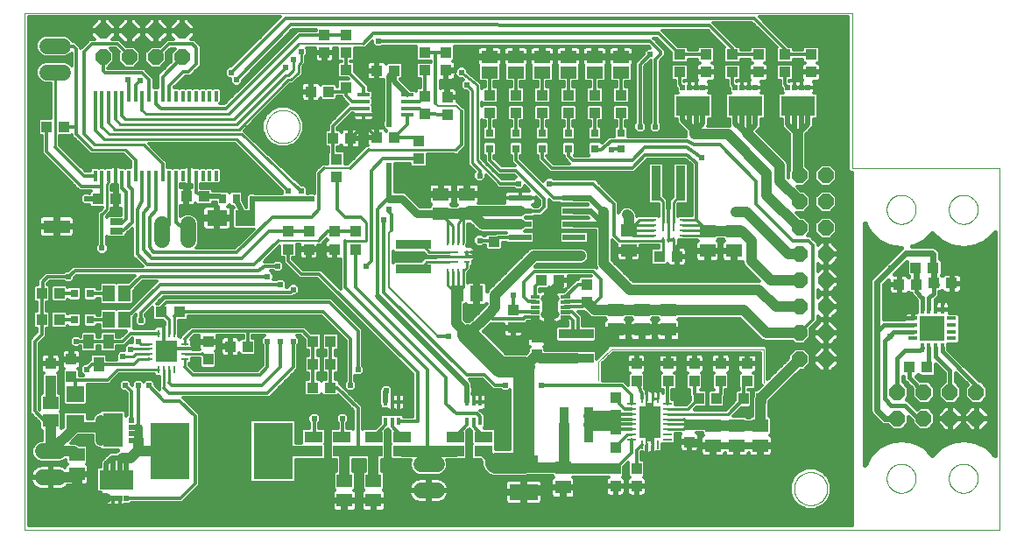
<source format=gtl>
G75*
%MOIN*%
%OFA0B0*%
%FSLAX25Y25*%
%IPPOS*%
%LPD*%
%AMOC8*
5,1,8,0,0,1.08239X$1,22.5*
%
%ADD10C,0.00000*%
%ADD11R,0.01378X0.03937*%
%ADD12R,0.08661X0.02362*%
%ADD13R,0.01100X0.03100*%
%ADD14R,0.03100X0.01100*%
%ADD15R,0.08400X0.08400*%
%ADD16C,0.03000*%
%ADD17R,0.07000X0.00900*%
%ADD18R,0.00900X0.02400*%
%ADD19R,0.02400X0.00900*%
%ADD20R,0.05118X0.05906*%
%ADD21R,0.05906X0.05118*%
%ADD22R,0.04331X0.03937*%
%ADD23R,0.06299X0.08465*%
%ADD24C,0.00011*%
%ADD25C,0.03181*%
%ADD26C,0.03200*%
%ADD27R,0.13200X0.03800*%
%ADD28R,0.03937X0.04331*%
%ADD29R,0.03150X0.03150*%
%ADD30R,0.06300X0.04600*%
%ADD31R,0.00900X0.07000*%
%ADD32R,0.03800X0.13200*%
%ADD33R,0.04724X0.01181*%
%ADD34R,0.01378X0.03150*%
%ADD35R,0.06800X0.04330*%
%ADD36R,0.07677X0.05906*%
%ADD37R,0.02756X0.03543*%
%ADD38R,0.05000X0.02500*%
%ADD39R,0.10000X0.05000*%
%ADD40R,0.01102X0.03346*%
%ADD41R,0.03346X0.01102*%
%ADD42R,0.08071X0.12008*%
%ADD43R,0.00906X0.04528*%
%ADD44R,0.03071X0.15157*%
%ADD45C,0.02787*%
%ADD46R,0.15157X0.21654*%
%ADD47R,0.02200X0.02000*%
%ADD48R,0.07500X0.13000*%
%ADD49R,0.02000X0.02200*%
%ADD50R,0.13000X0.07500*%
%ADD51R,0.04600X0.06300*%
%ADD52R,0.10630X0.06299*%
%ADD53R,0.03937X0.05512*%
%ADD54R,0.07098X0.06299*%
%ADD55C,0.06000*%
%ADD56OC8,0.06000*%
%ADD57R,0.01654X0.03346*%
%ADD58R,0.03346X0.01654*%
%ADD59R,0.09449X0.09449*%
%ADD60C,0.01181*%
%ADD61C,0.02381*%
%ADD62C,0.03937*%
%ADD63C,0.01969*%
%ADD64C,0.00984*%
%ADD65C,0.03150*%
%ADD66C,0.02362*%
%ADD67C,0.00787*%
%ADD68C,0.02953*%
%ADD69C,0.04331*%
%ADD70C,0.07874*%
%ADD71C,0.00394*%
%ADD72C,0.01600*%
%ADD73C,0.02400*%
%ADD74C,0.02400*%
D10*
X0027103Y0012487D02*
X0027103Y0209337D01*
X0342063Y0209337D01*
X0342063Y0150282D01*
X0347969Y0150282D01*
X0346985Y0150282D01*
X0347969Y0150282D02*
X0398166Y0150282D01*
X0398166Y0012487D01*
X0342063Y0012487D01*
X0027103Y0012487D01*
X0119229Y0166030D02*
X0119231Y0166188D01*
X0119237Y0166346D01*
X0119247Y0166504D01*
X0119261Y0166662D01*
X0119279Y0166819D01*
X0119300Y0166976D01*
X0119326Y0167132D01*
X0119356Y0167288D01*
X0119389Y0167443D01*
X0119427Y0167596D01*
X0119468Y0167749D01*
X0119513Y0167901D01*
X0119562Y0168052D01*
X0119615Y0168201D01*
X0119671Y0168349D01*
X0119731Y0168495D01*
X0119795Y0168640D01*
X0119863Y0168783D01*
X0119934Y0168925D01*
X0120008Y0169065D01*
X0120086Y0169202D01*
X0120168Y0169338D01*
X0120252Y0169472D01*
X0120341Y0169603D01*
X0120432Y0169732D01*
X0120527Y0169859D01*
X0120624Y0169984D01*
X0120725Y0170106D01*
X0120829Y0170225D01*
X0120936Y0170342D01*
X0121046Y0170456D01*
X0121159Y0170567D01*
X0121274Y0170676D01*
X0121392Y0170781D01*
X0121513Y0170883D01*
X0121636Y0170983D01*
X0121762Y0171079D01*
X0121890Y0171172D01*
X0122020Y0171262D01*
X0122153Y0171348D01*
X0122288Y0171432D01*
X0122424Y0171511D01*
X0122563Y0171588D01*
X0122704Y0171660D01*
X0122846Y0171730D01*
X0122990Y0171795D01*
X0123136Y0171857D01*
X0123283Y0171915D01*
X0123432Y0171970D01*
X0123582Y0172021D01*
X0123733Y0172068D01*
X0123885Y0172111D01*
X0124038Y0172150D01*
X0124193Y0172186D01*
X0124348Y0172217D01*
X0124504Y0172245D01*
X0124660Y0172269D01*
X0124817Y0172289D01*
X0124975Y0172305D01*
X0125132Y0172317D01*
X0125291Y0172325D01*
X0125449Y0172329D01*
X0125607Y0172329D01*
X0125765Y0172325D01*
X0125924Y0172317D01*
X0126081Y0172305D01*
X0126239Y0172289D01*
X0126396Y0172269D01*
X0126552Y0172245D01*
X0126708Y0172217D01*
X0126863Y0172186D01*
X0127018Y0172150D01*
X0127171Y0172111D01*
X0127323Y0172068D01*
X0127474Y0172021D01*
X0127624Y0171970D01*
X0127773Y0171915D01*
X0127920Y0171857D01*
X0128066Y0171795D01*
X0128210Y0171730D01*
X0128352Y0171660D01*
X0128493Y0171588D01*
X0128632Y0171511D01*
X0128768Y0171432D01*
X0128903Y0171348D01*
X0129036Y0171262D01*
X0129166Y0171172D01*
X0129294Y0171079D01*
X0129420Y0170983D01*
X0129543Y0170883D01*
X0129664Y0170781D01*
X0129782Y0170676D01*
X0129897Y0170567D01*
X0130010Y0170456D01*
X0130120Y0170342D01*
X0130227Y0170225D01*
X0130331Y0170106D01*
X0130432Y0169984D01*
X0130529Y0169859D01*
X0130624Y0169732D01*
X0130715Y0169603D01*
X0130804Y0169472D01*
X0130888Y0169338D01*
X0130970Y0169202D01*
X0131048Y0169065D01*
X0131122Y0168925D01*
X0131193Y0168783D01*
X0131261Y0168640D01*
X0131325Y0168495D01*
X0131385Y0168349D01*
X0131441Y0168201D01*
X0131494Y0168052D01*
X0131543Y0167901D01*
X0131588Y0167749D01*
X0131629Y0167596D01*
X0131667Y0167443D01*
X0131700Y0167288D01*
X0131730Y0167132D01*
X0131756Y0166976D01*
X0131777Y0166819D01*
X0131795Y0166662D01*
X0131809Y0166504D01*
X0131819Y0166346D01*
X0131825Y0166188D01*
X0131827Y0166030D01*
X0131825Y0165872D01*
X0131819Y0165714D01*
X0131809Y0165556D01*
X0131795Y0165398D01*
X0131777Y0165241D01*
X0131756Y0165084D01*
X0131730Y0164928D01*
X0131700Y0164772D01*
X0131667Y0164617D01*
X0131629Y0164464D01*
X0131588Y0164311D01*
X0131543Y0164159D01*
X0131494Y0164008D01*
X0131441Y0163859D01*
X0131385Y0163711D01*
X0131325Y0163565D01*
X0131261Y0163420D01*
X0131193Y0163277D01*
X0131122Y0163135D01*
X0131048Y0162995D01*
X0130970Y0162858D01*
X0130888Y0162722D01*
X0130804Y0162588D01*
X0130715Y0162457D01*
X0130624Y0162328D01*
X0130529Y0162201D01*
X0130432Y0162076D01*
X0130331Y0161954D01*
X0130227Y0161835D01*
X0130120Y0161718D01*
X0130010Y0161604D01*
X0129897Y0161493D01*
X0129782Y0161384D01*
X0129664Y0161279D01*
X0129543Y0161177D01*
X0129420Y0161077D01*
X0129294Y0160981D01*
X0129166Y0160888D01*
X0129036Y0160798D01*
X0128903Y0160712D01*
X0128768Y0160628D01*
X0128632Y0160549D01*
X0128493Y0160472D01*
X0128352Y0160400D01*
X0128210Y0160330D01*
X0128066Y0160265D01*
X0127920Y0160203D01*
X0127773Y0160145D01*
X0127624Y0160090D01*
X0127474Y0160039D01*
X0127323Y0159992D01*
X0127171Y0159949D01*
X0127018Y0159910D01*
X0126863Y0159874D01*
X0126708Y0159843D01*
X0126552Y0159815D01*
X0126396Y0159791D01*
X0126239Y0159771D01*
X0126081Y0159755D01*
X0125924Y0159743D01*
X0125765Y0159735D01*
X0125607Y0159731D01*
X0125449Y0159731D01*
X0125291Y0159735D01*
X0125132Y0159743D01*
X0124975Y0159755D01*
X0124817Y0159771D01*
X0124660Y0159791D01*
X0124504Y0159815D01*
X0124348Y0159843D01*
X0124193Y0159874D01*
X0124038Y0159910D01*
X0123885Y0159949D01*
X0123733Y0159992D01*
X0123582Y0160039D01*
X0123432Y0160090D01*
X0123283Y0160145D01*
X0123136Y0160203D01*
X0122990Y0160265D01*
X0122846Y0160330D01*
X0122704Y0160400D01*
X0122563Y0160472D01*
X0122424Y0160549D01*
X0122288Y0160628D01*
X0122153Y0160712D01*
X0122020Y0160798D01*
X0121890Y0160888D01*
X0121762Y0160981D01*
X0121636Y0161077D01*
X0121513Y0161177D01*
X0121392Y0161279D01*
X0121274Y0161384D01*
X0121159Y0161493D01*
X0121046Y0161604D01*
X0120936Y0161718D01*
X0120829Y0161835D01*
X0120725Y0161954D01*
X0120624Y0162076D01*
X0120527Y0162201D01*
X0120432Y0162328D01*
X0120341Y0162457D01*
X0120252Y0162588D01*
X0120168Y0162722D01*
X0120086Y0162858D01*
X0120008Y0162995D01*
X0119934Y0163135D01*
X0119863Y0163277D01*
X0119795Y0163420D01*
X0119731Y0163565D01*
X0119671Y0163711D01*
X0119615Y0163859D01*
X0119562Y0164008D01*
X0119513Y0164159D01*
X0119468Y0164311D01*
X0119427Y0164464D01*
X0119389Y0164617D01*
X0119356Y0164772D01*
X0119326Y0164928D01*
X0119300Y0165084D01*
X0119279Y0165241D01*
X0119261Y0165398D01*
X0119247Y0165556D01*
X0119237Y0165714D01*
X0119231Y0165872D01*
X0119229Y0166030D01*
X0355252Y0134534D02*
X0355254Y0134682D01*
X0355260Y0134830D01*
X0355270Y0134978D01*
X0355284Y0135125D01*
X0355302Y0135272D01*
X0355323Y0135418D01*
X0355349Y0135564D01*
X0355379Y0135709D01*
X0355412Y0135853D01*
X0355450Y0135996D01*
X0355491Y0136138D01*
X0355536Y0136279D01*
X0355584Y0136419D01*
X0355637Y0136558D01*
X0355693Y0136695D01*
X0355753Y0136830D01*
X0355816Y0136964D01*
X0355883Y0137096D01*
X0355954Y0137226D01*
X0356028Y0137354D01*
X0356105Y0137480D01*
X0356186Y0137604D01*
X0356270Y0137726D01*
X0356357Y0137845D01*
X0356448Y0137962D01*
X0356542Y0138077D01*
X0356638Y0138189D01*
X0356738Y0138299D01*
X0356840Y0138405D01*
X0356946Y0138509D01*
X0357054Y0138610D01*
X0357165Y0138708D01*
X0357278Y0138804D01*
X0357394Y0138896D01*
X0357512Y0138985D01*
X0357633Y0139070D01*
X0357756Y0139153D01*
X0357881Y0139232D01*
X0358008Y0139308D01*
X0358137Y0139380D01*
X0358268Y0139449D01*
X0358401Y0139514D01*
X0358536Y0139575D01*
X0358672Y0139633D01*
X0358809Y0139688D01*
X0358948Y0139738D01*
X0359089Y0139785D01*
X0359230Y0139828D01*
X0359373Y0139868D01*
X0359517Y0139903D01*
X0359661Y0139935D01*
X0359807Y0139962D01*
X0359953Y0139986D01*
X0360100Y0140006D01*
X0360247Y0140022D01*
X0360394Y0140034D01*
X0360542Y0140042D01*
X0360690Y0140046D01*
X0360838Y0140046D01*
X0360986Y0140042D01*
X0361134Y0140034D01*
X0361281Y0140022D01*
X0361428Y0140006D01*
X0361575Y0139986D01*
X0361721Y0139962D01*
X0361867Y0139935D01*
X0362011Y0139903D01*
X0362155Y0139868D01*
X0362298Y0139828D01*
X0362439Y0139785D01*
X0362580Y0139738D01*
X0362719Y0139688D01*
X0362856Y0139633D01*
X0362992Y0139575D01*
X0363127Y0139514D01*
X0363260Y0139449D01*
X0363391Y0139380D01*
X0363520Y0139308D01*
X0363647Y0139232D01*
X0363772Y0139153D01*
X0363895Y0139070D01*
X0364016Y0138985D01*
X0364134Y0138896D01*
X0364250Y0138804D01*
X0364363Y0138708D01*
X0364474Y0138610D01*
X0364582Y0138509D01*
X0364688Y0138405D01*
X0364790Y0138299D01*
X0364890Y0138189D01*
X0364986Y0138077D01*
X0365080Y0137962D01*
X0365171Y0137845D01*
X0365258Y0137726D01*
X0365342Y0137604D01*
X0365423Y0137480D01*
X0365500Y0137354D01*
X0365574Y0137226D01*
X0365645Y0137096D01*
X0365712Y0136964D01*
X0365775Y0136830D01*
X0365835Y0136695D01*
X0365891Y0136558D01*
X0365944Y0136419D01*
X0365992Y0136279D01*
X0366037Y0136138D01*
X0366078Y0135996D01*
X0366116Y0135853D01*
X0366149Y0135709D01*
X0366179Y0135564D01*
X0366205Y0135418D01*
X0366226Y0135272D01*
X0366244Y0135125D01*
X0366258Y0134978D01*
X0366268Y0134830D01*
X0366274Y0134682D01*
X0366276Y0134534D01*
X0366274Y0134386D01*
X0366268Y0134238D01*
X0366258Y0134090D01*
X0366244Y0133943D01*
X0366226Y0133796D01*
X0366205Y0133650D01*
X0366179Y0133504D01*
X0366149Y0133359D01*
X0366116Y0133215D01*
X0366078Y0133072D01*
X0366037Y0132930D01*
X0365992Y0132789D01*
X0365944Y0132649D01*
X0365891Y0132510D01*
X0365835Y0132373D01*
X0365775Y0132238D01*
X0365712Y0132104D01*
X0365645Y0131972D01*
X0365574Y0131842D01*
X0365500Y0131714D01*
X0365423Y0131588D01*
X0365342Y0131464D01*
X0365258Y0131342D01*
X0365171Y0131223D01*
X0365080Y0131106D01*
X0364986Y0130991D01*
X0364890Y0130879D01*
X0364790Y0130769D01*
X0364688Y0130663D01*
X0364582Y0130559D01*
X0364474Y0130458D01*
X0364363Y0130360D01*
X0364250Y0130264D01*
X0364134Y0130172D01*
X0364016Y0130083D01*
X0363895Y0129998D01*
X0363772Y0129915D01*
X0363647Y0129836D01*
X0363520Y0129760D01*
X0363391Y0129688D01*
X0363260Y0129619D01*
X0363127Y0129554D01*
X0362992Y0129493D01*
X0362856Y0129435D01*
X0362719Y0129380D01*
X0362580Y0129330D01*
X0362439Y0129283D01*
X0362298Y0129240D01*
X0362155Y0129200D01*
X0362011Y0129165D01*
X0361867Y0129133D01*
X0361721Y0129106D01*
X0361575Y0129082D01*
X0361428Y0129062D01*
X0361281Y0129046D01*
X0361134Y0129034D01*
X0360986Y0129026D01*
X0360838Y0129022D01*
X0360690Y0129022D01*
X0360542Y0129026D01*
X0360394Y0129034D01*
X0360247Y0129046D01*
X0360100Y0129062D01*
X0359953Y0129082D01*
X0359807Y0129106D01*
X0359661Y0129133D01*
X0359517Y0129165D01*
X0359373Y0129200D01*
X0359230Y0129240D01*
X0359089Y0129283D01*
X0358948Y0129330D01*
X0358809Y0129380D01*
X0358672Y0129435D01*
X0358536Y0129493D01*
X0358401Y0129554D01*
X0358268Y0129619D01*
X0358137Y0129688D01*
X0358008Y0129760D01*
X0357881Y0129836D01*
X0357756Y0129915D01*
X0357633Y0129998D01*
X0357512Y0130083D01*
X0357394Y0130172D01*
X0357278Y0130264D01*
X0357165Y0130360D01*
X0357054Y0130458D01*
X0356946Y0130559D01*
X0356840Y0130663D01*
X0356738Y0130769D01*
X0356638Y0130879D01*
X0356542Y0130991D01*
X0356448Y0131106D01*
X0356357Y0131223D01*
X0356270Y0131342D01*
X0356186Y0131464D01*
X0356105Y0131588D01*
X0356028Y0131714D01*
X0355954Y0131842D01*
X0355883Y0131972D01*
X0355816Y0132104D01*
X0355753Y0132238D01*
X0355693Y0132373D01*
X0355637Y0132510D01*
X0355584Y0132649D01*
X0355536Y0132789D01*
X0355491Y0132930D01*
X0355450Y0133072D01*
X0355412Y0133215D01*
X0355379Y0133359D01*
X0355349Y0133504D01*
X0355323Y0133650D01*
X0355302Y0133796D01*
X0355284Y0133943D01*
X0355270Y0134090D01*
X0355260Y0134238D01*
X0355254Y0134386D01*
X0355252Y0134534D01*
X0378874Y0134534D02*
X0378876Y0134682D01*
X0378882Y0134830D01*
X0378892Y0134978D01*
X0378906Y0135125D01*
X0378924Y0135272D01*
X0378945Y0135418D01*
X0378971Y0135564D01*
X0379001Y0135709D01*
X0379034Y0135853D01*
X0379072Y0135996D01*
X0379113Y0136138D01*
X0379158Y0136279D01*
X0379206Y0136419D01*
X0379259Y0136558D01*
X0379315Y0136695D01*
X0379375Y0136830D01*
X0379438Y0136964D01*
X0379505Y0137096D01*
X0379576Y0137226D01*
X0379650Y0137354D01*
X0379727Y0137480D01*
X0379808Y0137604D01*
X0379892Y0137726D01*
X0379979Y0137845D01*
X0380070Y0137962D01*
X0380164Y0138077D01*
X0380260Y0138189D01*
X0380360Y0138299D01*
X0380462Y0138405D01*
X0380568Y0138509D01*
X0380676Y0138610D01*
X0380787Y0138708D01*
X0380900Y0138804D01*
X0381016Y0138896D01*
X0381134Y0138985D01*
X0381255Y0139070D01*
X0381378Y0139153D01*
X0381503Y0139232D01*
X0381630Y0139308D01*
X0381759Y0139380D01*
X0381890Y0139449D01*
X0382023Y0139514D01*
X0382158Y0139575D01*
X0382294Y0139633D01*
X0382431Y0139688D01*
X0382570Y0139738D01*
X0382711Y0139785D01*
X0382852Y0139828D01*
X0382995Y0139868D01*
X0383139Y0139903D01*
X0383283Y0139935D01*
X0383429Y0139962D01*
X0383575Y0139986D01*
X0383722Y0140006D01*
X0383869Y0140022D01*
X0384016Y0140034D01*
X0384164Y0140042D01*
X0384312Y0140046D01*
X0384460Y0140046D01*
X0384608Y0140042D01*
X0384756Y0140034D01*
X0384903Y0140022D01*
X0385050Y0140006D01*
X0385197Y0139986D01*
X0385343Y0139962D01*
X0385489Y0139935D01*
X0385633Y0139903D01*
X0385777Y0139868D01*
X0385920Y0139828D01*
X0386061Y0139785D01*
X0386202Y0139738D01*
X0386341Y0139688D01*
X0386478Y0139633D01*
X0386614Y0139575D01*
X0386749Y0139514D01*
X0386882Y0139449D01*
X0387013Y0139380D01*
X0387142Y0139308D01*
X0387269Y0139232D01*
X0387394Y0139153D01*
X0387517Y0139070D01*
X0387638Y0138985D01*
X0387756Y0138896D01*
X0387872Y0138804D01*
X0387985Y0138708D01*
X0388096Y0138610D01*
X0388204Y0138509D01*
X0388310Y0138405D01*
X0388412Y0138299D01*
X0388512Y0138189D01*
X0388608Y0138077D01*
X0388702Y0137962D01*
X0388793Y0137845D01*
X0388880Y0137726D01*
X0388964Y0137604D01*
X0389045Y0137480D01*
X0389122Y0137354D01*
X0389196Y0137226D01*
X0389267Y0137096D01*
X0389334Y0136964D01*
X0389397Y0136830D01*
X0389457Y0136695D01*
X0389513Y0136558D01*
X0389566Y0136419D01*
X0389614Y0136279D01*
X0389659Y0136138D01*
X0389700Y0135996D01*
X0389738Y0135853D01*
X0389771Y0135709D01*
X0389801Y0135564D01*
X0389827Y0135418D01*
X0389848Y0135272D01*
X0389866Y0135125D01*
X0389880Y0134978D01*
X0389890Y0134830D01*
X0389896Y0134682D01*
X0389898Y0134534D01*
X0389896Y0134386D01*
X0389890Y0134238D01*
X0389880Y0134090D01*
X0389866Y0133943D01*
X0389848Y0133796D01*
X0389827Y0133650D01*
X0389801Y0133504D01*
X0389771Y0133359D01*
X0389738Y0133215D01*
X0389700Y0133072D01*
X0389659Y0132930D01*
X0389614Y0132789D01*
X0389566Y0132649D01*
X0389513Y0132510D01*
X0389457Y0132373D01*
X0389397Y0132238D01*
X0389334Y0132104D01*
X0389267Y0131972D01*
X0389196Y0131842D01*
X0389122Y0131714D01*
X0389045Y0131588D01*
X0388964Y0131464D01*
X0388880Y0131342D01*
X0388793Y0131223D01*
X0388702Y0131106D01*
X0388608Y0130991D01*
X0388512Y0130879D01*
X0388412Y0130769D01*
X0388310Y0130663D01*
X0388204Y0130559D01*
X0388096Y0130458D01*
X0387985Y0130360D01*
X0387872Y0130264D01*
X0387756Y0130172D01*
X0387638Y0130083D01*
X0387517Y0129998D01*
X0387394Y0129915D01*
X0387269Y0129836D01*
X0387142Y0129760D01*
X0387013Y0129688D01*
X0386882Y0129619D01*
X0386749Y0129554D01*
X0386614Y0129493D01*
X0386478Y0129435D01*
X0386341Y0129380D01*
X0386202Y0129330D01*
X0386061Y0129283D01*
X0385920Y0129240D01*
X0385777Y0129200D01*
X0385633Y0129165D01*
X0385489Y0129133D01*
X0385343Y0129106D01*
X0385197Y0129082D01*
X0385050Y0129062D01*
X0384903Y0129046D01*
X0384756Y0129034D01*
X0384608Y0129026D01*
X0384460Y0129022D01*
X0384312Y0129022D01*
X0384164Y0129026D01*
X0384016Y0129034D01*
X0383869Y0129046D01*
X0383722Y0129062D01*
X0383575Y0129082D01*
X0383429Y0129106D01*
X0383283Y0129133D01*
X0383139Y0129165D01*
X0382995Y0129200D01*
X0382852Y0129240D01*
X0382711Y0129283D01*
X0382570Y0129330D01*
X0382431Y0129380D01*
X0382294Y0129435D01*
X0382158Y0129493D01*
X0382023Y0129554D01*
X0381890Y0129619D01*
X0381759Y0129688D01*
X0381630Y0129760D01*
X0381503Y0129836D01*
X0381378Y0129915D01*
X0381255Y0129998D01*
X0381134Y0130083D01*
X0381016Y0130172D01*
X0380900Y0130264D01*
X0380787Y0130360D01*
X0380676Y0130458D01*
X0380568Y0130559D01*
X0380462Y0130663D01*
X0380360Y0130769D01*
X0380260Y0130879D01*
X0380164Y0130991D01*
X0380070Y0131106D01*
X0379979Y0131223D01*
X0379892Y0131342D01*
X0379808Y0131464D01*
X0379727Y0131588D01*
X0379650Y0131714D01*
X0379576Y0131842D01*
X0379505Y0131972D01*
X0379438Y0132104D01*
X0379375Y0132238D01*
X0379315Y0132373D01*
X0379259Y0132510D01*
X0379206Y0132649D01*
X0379158Y0132789D01*
X0379113Y0132930D01*
X0379072Y0133072D01*
X0379034Y0133215D01*
X0379001Y0133359D01*
X0378971Y0133504D01*
X0378945Y0133650D01*
X0378924Y0133796D01*
X0378906Y0133943D01*
X0378892Y0134090D01*
X0378882Y0134238D01*
X0378876Y0134386D01*
X0378874Y0134534D01*
X0378874Y0032172D02*
X0378876Y0032320D01*
X0378882Y0032468D01*
X0378892Y0032616D01*
X0378906Y0032763D01*
X0378924Y0032910D01*
X0378945Y0033056D01*
X0378971Y0033202D01*
X0379001Y0033347D01*
X0379034Y0033491D01*
X0379072Y0033634D01*
X0379113Y0033776D01*
X0379158Y0033917D01*
X0379206Y0034057D01*
X0379259Y0034196D01*
X0379315Y0034333D01*
X0379375Y0034468D01*
X0379438Y0034602D01*
X0379505Y0034734D01*
X0379576Y0034864D01*
X0379650Y0034992D01*
X0379727Y0035118D01*
X0379808Y0035242D01*
X0379892Y0035364D01*
X0379979Y0035483D01*
X0380070Y0035600D01*
X0380164Y0035715D01*
X0380260Y0035827D01*
X0380360Y0035937D01*
X0380462Y0036043D01*
X0380568Y0036147D01*
X0380676Y0036248D01*
X0380787Y0036346D01*
X0380900Y0036442D01*
X0381016Y0036534D01*
X0381134Y0036623D01*
X0381255Y0036708D01*
X0381378Y0036791D01*
X0381503Y0036870D01*
X0381630Y0036946D01*
X0381759Y0037018D01*
X0381890Y0037087D01*
X0382023Y0037152D01*
X0382158Y0037213D01*
X0382294Y0037271D01*
X0382431Y0037326D01*
X0382570Y0037376D01*
X0382711Y0037423D01*
X0382852Y0037466D01*
X0382995Y0037506D01*
X0383139Y0037541D01*
X0383283Y0037573D01*
X0383429Y0037600D01*
X0383575Y0037624D01*
X0383722Y0037644D01*
X0383869Y0037660D01*
X0384016Y0037672D01*
X0384164Y0037680D01*
X0384312Y0037684D01*
X0384460Y0037684D01*
X0384608Y0037680D01*
X0384756Y0037672D01*
X0384903Y0037660D01*
X0385050Y0037644D01*
X0385197Y0037624D01*
X0385343Y0037600D01*
X0385489Y0037573D01*
X0385633Y0037541D01*
X0385777Y0037506D01*
X0385920Y0037466D01*
X0386061Y0037423D01*
X0386202Y0037376D01*
X0386341Y0037326D01*
X0386478Y0037271D01*
X0386614Y0037213D01*
X0386749Y0037152D01*
X0386882Y0037087D01*
X0387013Y0037018D01*
X0387142Y0036946D01*
X0387269Y0036870D01*
X0387394Y0036791D01*
X0387517Y0036708D01*
X0387638Y0036623D01*
X0387756Y0036534D01*
X0387872Y0036442D01*
X0387985Y0036346D01*
X0388096Y0036248D01*
X0388204Y0036147D01*
X0388310Y0036043D01*
X0388412Y0035937D01*
X0388512Y0035827D01*
X0388608Y0035715D01*
X0388702Y0035600D01*
X0388793Y0035483D01*
X0388880Y0035364D01*
X0388964Y0035242D01*
X0389045Y0035118D01*
X0389122Y0034992D01*
X0389196Y0034864D01*
X0389267Y0034734D01*
X0389334Y0034602D01*
X0389397Y0034468D01*
X0389457Y0034333D01*
X0389513Y0034196D01*
X0389566Y0034057D01*
X0389614Y0033917D01*
X0389659Y0033776D01*
X0389700Y0033634D01*
X0389738Y0033491D01*
X0389771Y0033347D01*
X0389801Y0033202D01*
X0389827Y0033056D01*
X0389848Y0032910D01*
X0389866Y0032763D01*
X0389880Y0032616D01*
X0389890Y0032468D01*
X0389896Y0032320D01*
X0389898Y0032172D01*
X0389896Y0032024D01*
X0389890Y0031876D01*
X0389880Y0031728D01*
X0389866Y0031581D01*
X0389848Y0031434D01*
X0389827Y0031288D01*
X0389801Y0031142D01*
X0389771Y0030997D01*
X0389738Y0030853D01*
X0389700Y0030710D01*
X0389659Y0030568D01*
X0389614Y0030427D01*
X0389566Y0030287D01*
X0389513Y0030148D01*
X0389457Y0030011D01*
X0389397Y0029876D01*
X0389334Y0029742D01*
X0389267Y0029610D01*
X0389196Y0029480D01*
X0389122Y0029352D01*
X0389045Y0029226D01*
X0388964Y0029102D01*
X0388880Y0028980D01*
X0388793Y0028861D01*
X0388702Y0028744D01*
X0388608Y0028629D01*
X0388512Y0028517D01*
X0388412Y0028407D01*
X0388310Y0028301D01*
X0388204Y0028197D01*
X0388096Y0028096D01*
X0387985Y0027998D01*
X0387872Y0027902D01*
X0387756Y0027810D01*
X0387638Y0027721D01*
X0387517Y0027636D01*
X0387394Y0027553D01*
X0387269Y0027474D01*
X0387142Y0027398D01*
X0387013Y0027326D01*
X0386882Y0027257D01*
X0386749Y0027192D01*
X0386614Y0027131D01*
X0386478Y0027073D01*
X0386341Y0027018D01*
X0386202Y0026968D01*
X0386061Y0026921D01*
X0385920Y0026878D01*
X0385777Y0026838D01*
X0385633Y0026803D01*
X0385489Y0026771D01*
X0385343Y0026744D01*
X0385197Y0026720D01*
X0385050Y0026700D01*
X0384903Y0026684D01*
X0384756Y0026672D01*
X0384608Y0026664D01*
X0384460Y0026660D01*
X0384312Y0026660D01*
X0384164Y0026664D01*
X0384016Y0026672D01*
X0383869Y0026684D01*
X0383722Y0026700D01*
X0383575Y0026720D01*
X0383429Y0026744D01*
X0383283Y0026771D01*
X0383139Y0026803D01*
X0382995Y0026838D01*
X0382852Y0026878D01*
X0382711Y0026921D01*
X0382570Y0026968D01*
X0382431Y0027018D01*
X0382294Y0027073D01*
X0382158Y0027131D01*
X0382023Y0027192D01*
X0381890Y0027257D01*
X0381759Y0027326D01*
X0381630Y0027398D01*
X0381503Y0027474D01*
X0381378Y0027553D01*
X0381255Y0027636D01*
X0381134Y0027721D01*
X0381016Y0027810D01*
X0380900Y0027902D01*
X0380787Y0027998D01*
X0380676Y0028096D01*
X0380568Y0028197D01*
X0380462Y0028301D01*
X0380360Y0028407D01*
X0380260Y0028517D01*
X0380164Y0028629D01*
X0380070Y0028744D01*
X0379979Y0028861D01*
X0379892Y0028980D01*
X0379808Y0029102D01*
X0379727Y0029226D01*
X0379650Y0029352D01*
X0379576Y0029480D01*
X0379505Y0029610D01*
X0379438Y0029742D01*
X0379375Y0029876D01*
X0379315Y0030011D01*
X0379259Y0030148D01*
X0379206Y0030287D01*
X0379158Y0030427D01*
X0379113Y0030568D01*
X0379072Y0030710D01*
X0379034Y0030853D01*
X0379001Y0030997D01*
X0378971Y0031142D01*
X0378945Y0031288D01*
X0378924Y0031434D01*
X0378906Y0031581D01*
X0378892Y0031728D01*
X0378882Y0031876D01*
X0378876Y0032024D01*
X0378874Y0032172D01*
X0355252Y0032172D02*
X0355254Y0032320D01*
X0355260Y0032468D01*
X0355270Y0032616D01*
X0355284Y0032763D01*
X0355302Y0032910D01*
X0355323Y0033056D01*
X0355349Y0033202D01*
X0355379Y0033347D01*
X0355412Y0033491D01*
X0355450Y0033634D01*
X0355491Y0033776D01*
X0355536Y0033917D01*
X0355584Y0034057D01*
X0355637Y0034196D01*
X0355693Y0034333D01*
X0355753Y0034468D01*
X0355816Y0034602D01*
X0355883Y0034734D01*
X0355954Y0034864D01*
X0356028Y0034992D01*
X0356105Y0035118D01*
X0356186Y0035242D01*
X0356270Y0035364D01*
X0356357Y0035483D01*
X0356448Y0035600D01*
X0356542Y0035715D01*
X0356638Y0035827D01*
X0356738Y0035937D01*
X0356840Y0036043D01*
X0356946Y0036147D01*
X0357054Y0036248D01*
X0357165Y0036346D01*
X0357278Y0036442D01*
X0357394Y0036534D01*
X0357512Y0036623D01*
X0357633Y0036708D01*
X0357756Y0036791D01*
X0357881Y0036870D01*
X0358008Y0036946D01*
X0358137Y0037018D01*
X0358268Y0037087D01*
X0358401Y0037152D01*
X0358536Y0037213D01*
X0358672Y0037271D01*
X0358809Y0037326D01*
X0358948Y0037376D01*
X0359089Y0037423D01*
X0359230Y0037466D01*
X0359373Y0037506D01*
X0359517Y0037541D01*
X0359661Y0037573D01*
X0359807Y0037600D01*
X0359953Y0037624D01*
X0360100Y0037644D01*
X0360247Y0037660D01*
X0360394Y0037672D01*
X0360542Y0037680D01*
X0360690Y0037684D01*
X0360838Y0037684D01*
X0360986Y0037680D01*
X0361134Y0037672D01*
X0361281Y0037660D01*
X0361428Y0037644D01*
X0361575Y0037624D01*
X0361721Y0037600D01*
X0361867Y0037573D01*
X0362011Y0037541D01*
X0362155Y0037506D01*
X0362298Y0037466D01*
X0362439Y0037423D01*
X0362580Y0037376D01*
X0362719Y0037326D01*
X0362856Y0037271D01*
X0362992Y0037213D01*
X0363127Y0037152D01*
X0363260Y0037087D01*
X0363391Y0037018D01*
X0363520Y0036946D01*
X0363647Y0036870D01*
X0363772Y0036791D01*
X0363895Y0036708D01*
X0364016Y0036623D01*
X0364134Y0036534D01*
X0364250Y0036442D01*
X0364363Y0036346D01*
X0364474Y0036248D01*
X0364582Y0036147D01*
X0364688Y0036043D01*
X0364790Y0035937D01*
X0364890Y0035827D01*
X0364986Y0035715D01*
X0365080Y0035600D01*
X0365171Y0035483D01*
X0365258Y0035364D01*
X0365342Y0035242D01*
X0365423Y0035118D01*
X0365500Y0034992D01*
X0365574Y0034864D01*
X0365645Y0034734D01*
X0365712Y0034602D01*
X0365775Y0034468D01*
X0365835Y0034333D01*
X0365891Y0034196D01*
X0365944Y0034057D01*
X0365992Y0033917D01*
X0366037Y0033776D01*
X0366078Y0033634D01*
X0366116Y0033491D01*
X0366149Y0033347D01*
X0366179Y0033202D01*
X0366205Y0033056D01*
X0366226Y0032910D01*
X0366244Y0032763D01*
X0366258Y0032616D01*
X0366268Y0032468D01*
X0366274Y0032320D01*
X0366276Y0032172D01*
X0366274Y0032024D01*
X0366268Y0031876D01*
X0366258Y0031728D01*
X0366244Y0031581D01*
X0366226Y0031434D01*
X0366205Y0031288D01*
X0366179Y0031142D01*
X0366149Y0030997D01*
X0366116Y0030853D01*
X0366078Y0030710D01*
X0366037Y0030568D01*
X0365992Y0030427D01*
X0365944Y0030287D01*
X0365891Y0030148D01*
X0365835Y0030011D01*
X0365775Y0029876D01*
X0365712Y0029742D01*
X0365645Y0029610D01*
X0365574Y0029480D01*
X0365500Y0029352D01*
X0365423Y0029226D01*
X0365342Y0029102D01*
X0365258Y0028980D01*
X0365171Y0028861D01*
X0365080Y0028744D01*
X0364986Y0028629D01*
X0364890Y0028517D01*
X0364790Y0028407D01*
X0364688Y0028301D01*
X0364582Y0028197D01*
X0364474Y0028096D01*
X0364363Y0027998D01*
X0364250Y0027902D01*
X0364134Y0027810D01*
X0364016Y0027721D01*
X0363895Y0027636D01*
X0363772Y0027553D01*
X0363647Y0027474D01*
X0363520Y0027398D01*
X0363391Y0027326D01*
X0363260Y0027257D01*
X0363127Y0027192D01*
X0362992Y0027131D01*
X0362856Y0027073D01*
X0362719Y0027018D01*
X0362580Y0026968D01*
X0362439Y0026921D01*
X0362298Y0026878D01*
X0362155Y0026838D01*
X0362011Y0026803D01*
X0361867Y0026771D01*
X0361721Y0026744D01*
X0361575Y0026720D01*
X0361428Y0026700D01*
X0361281Y0026684D01*
X0361134Y0026672D01*
X0360986Y0026664D01*
X0360838Y0026660D01*
X0360690Y0026660D01*
X0360542Y0026664D01*
X0360394Y0026672D01*
X0360247Y0026684D01*
X0360100Y0026700D01*
X0359953Y0026720D01*
X0359807Y0026744D01*
X0359661Y0026771D01*
X0359517Y0026803D01*
X0359373Y0026838D01*
X0359230Y0026878D01*
X0359089Y0026921D01*
X0358948Y0026968D01*
X0358809Y0027018D01*
X0358672Y0027073D01*
X0358536Y0027131D01*
X0358401Y0027192D01*
X0358268Y0027257D01*
X0358137Y0027326D01*
X0358008Y0027398D01*
X0357881Y0027474D01*
X0357756Y0027553D01*
X0357633Y0027636D01*
X0357512Y0027721D01*
X0357394Y0027810D01*
X0357278Y0027902D01*
X0357165Y0027998D01*
X0357054Y0028096D01*
X0356946Y0028197D01*
X0356840Y0028301D01*
X0356738Y0028407D01*
X0356638Y0028517D01*
X0356542Y0028629D01*
X0356448Y0028744D01*
X0356357Y0028861D01*
X0356270Y0028980D01*
X0356186Y0029102D01*
X0356105Y0029226D01*
X0356028Y0029352D01*
X0355954Y0029480D01*
X0355883Y0029610D01*
X0355816Y0029742D01*
X0355753Y0029876D01*
X0355693Y0030011D01*
X0355637Y0030148D01*
X0355584Y0030287D01*
X0355536Y0030427D01*
X0355491Y0030568D01*
X0355450Y0030710D01*
X0355412Y0030853D01*
X0355379Y0030997D01*
X0355349Y0031142D01*
X0355323Y0031288D01*
X0355302Y0031434D01*
X0355284Y0031581D01*
X0355270Y0031728D01*
X0355260Y0031876D01*
X0355254Y0032024D01*
X0355252Y0032172D01*
X0320016Y0028235D02*
X0320018Y0028393D01*
X0320024Y0028551D01*
X0320034Y0028709D01*
X0320048Y0028867D01*
X0320066Y0029024D01*
X0320087Y0029181D01*
X0320113Y0029337D01*
X0320143Y0029493D01*
X0320176Y0029648D01*
X0320214Y0029801D01*
X0320255Y0029954D01*
X0320300Y0030106D01*
X0320349Y0030257D01*
X0320402Y0030406D01*
X0320458Y0030554D01*
X0320518Y0030700D01*
X0320582Y0030845D01*
X0320650Y0030988D01*
X0320721Y0031130D01*
X0320795Y0031270D01*
X0320873Y0031407D01*
X0320955Y0031543D01*
X0321039Y0031677D01*
X0321128Y0031808D01*
X0321219Y0031937D01*
X0321314Y0032064D01*
X0321411Y0032189D01*
X0321512Y0032311D01*
X0321616Y0032430D01*
X0321723Y0032547D01*
X0321833Y0032661D01*
X0321946Y0032772D01*
X0322061Y0032881D01*
X0322179Y0032986D01*
X0322300Y0033088D01*
X0322423Y0033188D01*
X0322549Y0033284D01*
X0322677Y0033377D01*
X0322807Y0033467D01*
X0322940Y0033553D01*
X0323075Y0033637D01*
X0323211Y0033716D01*
X0323350Y0033793D01*
X0323491Y0033865D01*
X0323633Y0033935D01*
X0323777Y0034000D01*
X0323923Y0034062D01*
X0324070Y0034120D01*
X0324219Y0034175D01*
X0324369Y0034226D01*
X0324520Y0034273D01*
X0324672Y0034316D01*
X0324825Y0034355D01*
X0324980Y0034391D01*
X0325135Y0034422D01*
X0325291Y0034450D01*
X0325447Y0034474D01*
X0325604Y0034494D01*
X0325762Y0034510D01*
X0325919Y0034522D01*
X0326078Y0034530D01*
X0326236Y0034534D01*
X0326394Y0034534D01*
X0326552Y0034530D01*
X0326711Y0034522D01*
X0326868Y0034510D01*
X0327026Y0034494D01*
X0327183Y0034474D01*
X0327339Y0034450D01*
X0327495Y0034422D01*
X0327650Y0034391D01*
X0327805Y0034355D01*
X0327958Y0034316D01*
X0328110Y0034273D01*
X0328261Y0034226D01*
X0328411Y0034175D01*
X0328560Y0034120D01*
X0328707Y0034062D01*
X0328853Y0034000D01*
X0328997Y0033935D01*
X0329139Y0033865D01*
X0329280Y0033793D01*
X0329419Y0033716D01*
X0329555Y0033637D01*
X0329690Y0033553D01*
X0329823Y0033467D01*
X0329953Y0033377D01*
X0330081Y0033284D01*
X0330207Y0033188D01*
X0330330Y0033088D01*
X0330451Y0032986D01*
X0330569Y0032881D01*
X0330684Y0032772D01*
X0330797Y0032661D01*
X0330907Y0032547D01*
X0331014Y0032430D01*
X0331118Y0032311D01*
X0331219Y0032189D01*
X0331316Y0032064D01*
X0331411Y0031937D01*
X0331502Y0031808D01*
X0331591Y0031677D01*
X0331675Y0031543D01*
X0331757Y0031407D01*
X0331835Y0031270D01*
X0331909Y0031130D01*
X0331980Y0030988D01*
X0332048Y0030845D01*
X0332112Y0030700D01*
X0332172Y0030554D01*
X0332228Y0030406D01*
X0332281Y0030257D01*
X0332330Y0030106D01*
X0332375Y0029954D01*
X0332416Y0029801D01*
X0332454Y0029648D01*
X0332487Y0029493D01*
X0332517Y0029337D01*
X0332543Y0029181D01*
X0332564Y0029024D01*
X0332582Y0028867D01*
X0332596Y0028709D01*
X0332606Y0028551D01*
X0332612Y0028393D01*
X0332614Y0028235D01*
X0332612Y0028077D01*
X0332606Y0027919D01*
X0332596Y0027761D01*
X0332582Y0027603D01*
X0332564Y0027446D01*
X0332543Y0027289D01*
X0332517Y0027133D01*
X0332487Y0026977D01*
X0332454Y0026822D01*
X0332416Y0026669D01*
X0332375Y0026516D01*
X0332330Y0026364D01*
X0332281Y0026213D01*
X0332228Y0026064D01*
X0332172Y0025916D01*
X0332112Y0025770D01*
X0332048Y0025625D01*
X0331980Y0025482D01*
X0331909Y0025340D01*
X0331835Y0025200D01*
X0331757Y0025063D01*
X0331675Y0024927D01*
X0331591Y0024793D01*
X0331502Y0024662D01*
X0331411Y0024533D01*
X0331316Y0024406D01*
X0331219Y0024281D01*
X0331118Y0024159D01*
X0331014Y0024040D01*
X0330907Y0023923D01*
X0330797Y0023809D01*
X0330684Y0023698D01*
X0330569Y0023589D01*
X0330451Y0023484D01*
X0330330Y0023382D01*
X0330207Y0023282D01*
X0330081Y0023186D01*
X0329953Y0023093D01*
X0329823Y0023003D01*
X0329690Y0022917D01*
X0329555Y0022833D01*
X0329419Y0022754D01*
X0329280Y0022677D01*
X0329139Y0022605D01*
X0328997Y0022535D01*
X0328853Y0022470D01*
X0328707Y0022408D01*
X0328560Y0022350D01*
X0328411Y0022295D01*
X0328261Y0022244D01*
X0328110Y0022197D01*
X0327958Y0022154D01*
X0327805Y0022115D01*
X0327650Y0022079D01*
X0327495Y0022048D01*
X0327339Y0022020D01*
X0327183Y0021996D01*
X0327026Y0021976D01*
X0326868Y0021960D01*
X0326711Y0021948D01*
X0326552Y0021940D01*
X0326394Y0021936D01*
X0326236Y0021936D01*
X0326078Y0021940D01*
X0325919Y0021948D01*
X0325762Y0021960D01*
X0325604Y0021976D01*
X0325447Y0021996D01*
X0325291Y0022020D01*
X0325135Y0022048D01*
X0324980Y0022079D01*
X0324825Y0022115D01*
X0324672Y0022154D01*
X0324520Y0022197D01*
X0324369Y0022244D01*
X0324219Y0022295D01*
X0324070Y0022350D01*
X0323923Y0022408D01*
X0323777Y0022470D01*
X0323633Y0022535D01*
X0323491Y0022605D01*
X0323350Y0022677D01*
X0323211Y0022754D01*
X0323075Y0022833D01*
X0322940Y0022917D01*
X0322807Y0023003D01*
X0322677Y0023093D01*
X0322549Y0023186D01*
X0322423Y0023282D01*
X0322300Y0023382D01*
X0322179Y0023484D01*
X0322061Y0023589D01*
X0321946Y0023698D01*
X0321833Y0023809D01*
X0321723Y0023923D01*
X0321616Y0024040D01*
X0321512Y0024159D01*
X0321411Y0024281D01*
X0321314Y0024406D01*
X0321219Y0024533D01*
X0321128Y0024662D01*
X0321039Y0024793D01*
X0320955Y0024927D01*
X0320873Y0025063D01*
X0320795Y0025200D01*
X0320721Y0025340D01*
X0320650Y0025482D01*
X0320582Y0025625D01*
X0320518Y0025770D01*
X0320458Y0025916D01*
X0320402Y0026064D01*
X0320349Y0026213D01*
X0320300Y0026364D01*
X0320255Y0026516D01*
X0320214Y0026669D01*
X0320176Y0026822D01*
X0320143Y0026977D01*
X0320113Y0027133D01*
X0320087Y0027289D01*
X0320066Y0027446D01*
X0320048Y0027603D01*
X0320034Y0027761D01*
X0320024Y0027919D01*
X0320018Y0028077D01*
X0320016Y0028235D01*
D11*
X0100134Y0147329D03*
X0097575Y0147329D03*
X0095016Y0147329D03*
X0092457Y0147329D03*
X0089898Y0147329D03*
X0087339Y0147329D03*
X0084780Y0147329D03*
X0082221Y0147329D03*
X0079662Y0147329D03*
X0077103Y0147329D03*
X0074544Y0147329D03*
X0071985Y0147329D03*
X0069426Y0147329D03*
X0066867Y0147329D03*
X0064308Y0147329D03*
X0061749Y0147329D03*
X0059189Y0147329D03*
X0056630Y0147329D03*
X0054071Y0147329D03*
X0054071Y0177644D03*
X0056630Y0177644D03*
X0059189Y0177644D03*
X0061749Y0177644D03*
X0064308Y0177644D03*
X0066867Y0177644D03*
X0069426Y0177644D03*
X0071985Y0177644D03*
X0074544Y0177644D03*
X0077103Y0177644D03*
X0079662Y0177644D03*
X0082221Y0177644D03*
X0084780Y0177644D03*
X0087339Y0177644D03*
X0089898Y0177644D03*
X0092457Y0177644D03*
X0095016Y0177644D03*
X0097575Y0177644D03*
X0100134Y0177644D03*
D12*
X0215764Y0138806D03*
X0215764Y0133806D03*
X0215764Y0128806D03*
X0215764Y0123806D03*
X0236237Y0123806D03*
X0236237Y0128806D03*
X0236237Y0133806D03*
X0236237Y0138806D03*
D13*
X0084229Y0087329D03*
X0082260Y0087329D03*
X0080292Y0087329D03*
X0078323Y0087329D03*
X0078323Y0073550D03*
X0080292Y0073550D03*
X0082260Y0073550D03*
X0084229Y0073550D03*
D14*
X0088166Y0077486D03*
X0088166Y0079455D03*
X0088166Y0081424D03*
X0088166Y0083393D03*
X0074386Y0083393D03*
X0074386Y0081424D03*
X0074386Y0079455D03*
X0074386Y0077486D03*
D15*
X0081276Y0080439D03*
D16*
X0079676Y0078839D03*
X0082876Y0078839D03*
X0082876Y0082039D03*
X0079676Y0082039D03*
D17*
X0188855Y0114495D03*
X0188855Y0116424D03*
X0188855Y0118353D03*
D18*
X0188087Y0121935D03*
X0190056Y0121935D03*
X0192024Y0121935D03*
X0193993Y0121935D03*
X0193993Y0110912D03*
X0192024Y0110912D03*
X0190056Y0110912D03*
X0188087Y0110912D03*
X0270134Y0122959D03*
X0272103Y0122959D03*
X0274071Y0122959D03*
D19*
X0277615Y0124534D03*
X0277615Y0126502D03*
X0277615Y0128471D03*
X0277615Y0130439D03*
X0266591Y0130439D03*
X0266591Y0128471D03*
X0266591Y0126502D03*
X0266591Y0124534D03*
X0195567Y0118392D03*
X0195567Y0116424D03*
X0195567Y0114455D03*
D20*
X0199150Y0102408D03*
X0191670Y0102408D03*
D21*
X0195567Y0132762D03*
X0185646Y0132762D03*
X0185646Y0140243D03*
X0195567Y0140243D03*
X0257103Y0126463D03*
X0257103Y0118983D03*
X0287103Y0118746D03*
X0297103Y0118746D03*
X0297103Y0126227D03*
X0287103Y0126227D03*
X0272103Y0096227D03*
X0262103Y0096227D03*
X0262103Y0088746D03*
X0272103Y0088746D03*
X0252103Y0088746D03*
X0252103Y0096227D03*
X0289150Y0052132D03*
X0298166Y0052132D03*
X0307182Y0052132D03*
X0307182Y0044652D03*
X0298166Y0044652D03*
X0289150Y0044652D03*
X0232103Y0036227D03*
X0232103Y0028746D03*
X0159977Y0031227D03*
X0148914Y0031227D03*
X0148914Y0023746D03*
X0159977Y0023746D03*
X0047103Y0033746D03*
X0047103Y0041227D03*
X0037103Y0054140D03*
X0037103Y0060833D03*
D22*
X0079308Y0095518D03*
X0086000Y0095518D03*
X0127497Y0119376D03*
X0127497Y0126069D03*
X0153087Y0126069D03*
X0153087Y0119376D03*
X0145882Y0146935D03*
X0145882Y0153628D03*
X0177040Y0153825D03*
X0177040Y0160518D03*
X0188083Y0170558D03*
X0179540Y0170951D03*
X0179540Y0177644D03*
X0188083Y0177250D03*
X0179540Y0187451D03*
X0179540Y0194144D03*
X0167886Y0187298D03*
X0161193Y0187298D03*
X0149540Y0187644D03*
X0149540Y0194180D03*
X0149540Y0200872D03*
X0149540Y0180951D03*
X0204150Y0177959D03*
X0204150Y0171266D03*
X0214150Y0171266D03*
X0224150Y0171266D03*
X0224150Y0177959D03*
X0214150Y0177959D03*
X0234150Y0177959D03*
X0244150Y0177959D03*
X0244150Y0171266D03*
X0234150Y0171266D03*
X0254150Y0171266D03*
X0254150Y0177959D03*
X0276473Y0186817D03*
X0286473Y0186817D03*
X0286473Y0193510D03*
X0276473Y0193510D03*
X0296473Y0193510D03*
X0306473Y0193510D03*
X0306473Y0186817D03*
X0296473Y0186817D03*
X0316473Y0186817D03*
X0326473Y0186817D03*
X0326473Y0193510D03*
X0316473Y0193510D03*
X0205922Y0128904D03*
X0205922Y0122211D03*
X0223756Y0107487D03*
X0230449Y0107487D03*
X0241119Y0105912D03*
X0241119Y0099219D03*
X0213166Y0096109D03*
X0213166Y0089416D03*
X0252103Y0062880D03*
X0252103Y0056187D03*
X0272103Y0069140D03*
X0272103Y0075833D03*
X0302103Y0075833D03*
X0302103Y0069140D03*
X0359878Y0105991D03*
X0366571Y0105991D03*
X0373166Y0106483D03*
X0379859Y0106483D03*
X0143638Y0066621D03*
X0136945Y0066621D03*
X0095410Y0139471D03*
X0088717Y0139471D03*
X0061945Y0138471D03*
X0055252Y0138471D03*
D23*
X0227103Y0097487D03*
D24*
X0222964Y0098033D02*
X0219726Y0098033D01*
X0222964Y0098033D02*
X0222964Y0096941D01*
X0219726Y0096941D01*
X0219726Y0098033D01*
X0219726Y0096951D02*
X0222964Y0096951D01*
X0222964Y0096961D02*
X0219726Y0096961D01*
X0219726Y0096971D02*
X0222964Y0096971D01*
X0222964Y0096981D02*
X0219726Y0096981D01*
X0219726Y0096991D02*
X0222964Y0096991D01*
X0222964Y0097001D02*
X0219726Y0097001D01*
X0219726Y0097011D02*
X0222964Y0097011D01*
X0222964Y0097021D02*
X0219726Y0097021D01*
X0219726Y0097031D02*
X0222964Y0097031D01*
X0222964Y0097041D02*
X0219726Y0097041D01*
X0219726Y0097051D02*
X0222964Y0097051D01*
X0222964Y0097061D02*
X0219726Y0097061D01*
X0219726Y0097071D02*
X0222964Y0097071D01*
X0222964Y0097081D02*
X0219726Y0097081D01*
X0219726Y0097091D02*
X0222964Y0097091D01*
X0222964Y0097101D02*
X0219726Y0097101D01*
X0219726Y0097111D02*
X0222964Y0097111D01*
X0222964Y0097121D02*
X0219726Y0097121D01*
X0219726Y0097131D02*
X0222964Y0097131D01*
X0222964Y0097141D02*
X0219726Y0097141D01*
X0219726Y0097151D02*
X0222964Y0097151D01*
X0222964Y0097161D02*
X0219726Y0097161D01*
X0219726Y0097171D02*
X0222964Y0097171D01*
X0222964Y0097181D02*
X0219726Y0097181D01*
X0219726Y0097191D02*
X0222964Y0097191D01*
X0222964Y0097201D02*
X0219726Y0097201D01*
X0219726Y0097211D02*
X0222964Y0097211D01*
X0222964Y0097221D02*
X0219726Y0097221D01*
X0219726Y0097231D02*
X0222964Y0097231D01*
X0222964Y0097241D02*
X0219726Y0097241D01*
X0219726Y0097251D02*
X0222964Y0097251D01*
X0222964Y0097261D02*
X0219726Y0097261D01*
X0219726Y0097271D02*
X0222964Y0097271D01*
X0222964Y0097281D02*
X0219726Y0097281D01*
X0219726Y0097291D02*
X0222964Y0097291D01*
X0222964Y0097301D02*
X0219726Y0097301D01*
X0219726Y0097311D02*
X0222964Y0097311D01*
X0222964Y0097321D02*
X0219726Y0097321D01*
X0219726Y0097331D02*
X0222964Y0097331D01*
X0222964Y0097341D02*
X0219726Y0097341D01*
X0219726Y0097351D02*
X0222964Y0097351D01*
X0222964Y0097361D02*
X0219726Y0097361D01*
X0219726Y0097371D02*
X0222964Y0097371D01*
X0222964Y0097381D02*
X0219726Y0097381D01*
X0219726Y0097391D02*
X0222964Y0097391D01*
X0222964Y0097401D02*
X0219726Y0097401D01*
X0219726Y0097411D02*
X0222964Y0097411D01*
X0222964Y0097421D02*
X0219726Y0097421D01*
X0219726Y0097431D02*
X0222964Y0097431D01*
X0222964Y0097441D02*
X0219726Y0097441D01*
X0219726Y0097451D02*
X0222964Y0097451D01*
X0222964Y0097461D02*
X0219726Y0097461D01*
X0219726Y0097471D02*
X0222964Y0097471D01*
X0222964Y0097481D02*
X0219726Y0097481D01*
X0219726Y0097491D02*
X0222964Y0097491D01*
X0222964Y0097501D02*
X0219726Y0097501D01*
X0219726Y0097511D02*
X0222964Y0097511D01*
X0222964Y0097521D02*
X0219726Y0097521D01*
X0219726Y0097531D02*
X0222964Y0097531D01*
X0222964Y0097541D02*
X0219726Y0097541D01*
X0219726Y0097551D02*
X0222964Y0097551D01*
X0222964Y0097561D02*
X0219726Y0097561D01*
X0219726Y0097571D02*
X0222964Y0097571D01*
X0222964Y0097581D02*
X0219726Y0097581D01*
X0219726Y0097591D02*
X0222964Y0097591D01*
X0222964Y0097601D02*
X0219726Y0097601D01*
X0219726Y0097611D02*
X0222964Y0097611D01*
X0222964Y0097621D02*
X0219726Y0097621D01*
X0219726Y0097631D02*
X0222964Y0097631D01*
X0222964Y0097641D02*
X0219726Y0097641D01*
X0219726Y0097651D02*
X0222964Y0097651D01*
X0222964Y0097661D02*
X0219726Y0097661D01*
X0219726Y0097671D02*
X0222964Y0097671D01*
X0222964Y0097681D02*
X0219726Y0097681D01*
X0219726Y0097691D02*
X0222964Y0097691D01*
X0222964Y0097701D02*
X0219726Y0097701D01*
X0219726Y0097711D02*
X0222964Y0097711D01*
X0222964Y0097721D02*
X0219726Y0097721D01*
X0219726Y0097731D02*
X0222964Y0097731D01*
X0222964Y0097741D02*
X0219726Y0097741D01*
X0219726Y0097751D02*
X0222964Y0097751D01*
X0222964Y0097761D02*
X0219726Y0097761D01*
X0219726Y0097771D02*
X0222964Y0097771D01*
X0222964Y0097781D02*
X0219726Y0097781D01*
X0219726Y0097791D02*
X0222964Y0097791D01*
X0222964Y0097801D02*
X0219726Y0097801D01*
X0219726Y0097811D02*
X0222964Y0097811D01*
X0222964Y0097821D02*
X0219726Y0097821D01*
X0219726Y0097831D02*
X0222964Y0097831D01*
X0222964Y0097841D02*
X0219726Y0097841D01*
X0219726Y0097851D02*
X0222964Y0097851D01*
X0222964Y0097861D02*
X0219726Y0097861D01*
X0219726Y0097871D02*
X0222964Y0097871D01*
X0222964Y0097881D02*
X0219726Y0097881D01*
X0219726Y0097891D02*
X0222964Y0097891D01*
X0222964Y0097901D02*
X0219726Y0097901D01*
X0219726Y0097911D02*
X0222964Y0097911D01*
X0222964Y0097921D02*
X0219726Y0097921D01*
X0219726Y0097931D02*
X0222964Y0097931D01*
X0222964Y0097941D02*
X0219726Y0097941D01*
X0219726Y0097951D02*
X0222964Y0097951D01*
X0222964Y0097961D02*
X0219726Y0097961D01*
X0219726Y0097971D02*
X0222964Y0097971D01*
X0222964Y0097981D02*
X0219726Y0097981D01*
X0219726Y0097991D02*
X0222964Y0097991D01*
X0222964Y0098001D02*
X0219726Y0098001D01*
X0219726Y0098011D02*
X0222964Y0098011D01*
X0222964Y0098021D02*
X0219726Y0098021D01*
X0219726Y0098031D02*
X0222964Y0098031D01*
X0222964Y0100001D02*
X0219726Y0100001D01*
X0222964Y0100001D02*
X0222964Y0098909D01*
X0219726Y0098909D01*
X0219726Y0100001D01*
X0219726Y0098919D02*
X0222964Y0098919D01*
X0222964Y0098929D02*
X0219726Y0098929D01*
X0219726Y0098939D02*
X0222964Y0098939D01*
X0222964Y0098949D02*
X0219726Y0098949D01*
X0219726Y0098959D02*
X0222964Y0098959D01*
X0222964Y0098969D02*
X0219726Y0098969D01*
X0219726Y0098979D02*
X0222964Y0098979D01*
X0222964Y0098989D02*
X0219726Y0098989D01*
X0219726Y0098999D02*
X0222964Y0098999D01*
X0222964Y0099009D02*
X0219726Y0099009D01*
X0219726Y0099019D02*
X0222964Y0099019D01*
X0222964Y0099029D02*
X0219726Y0099029D01*
X0219726Y0099039D02*
X0222964Y0099039D01*
X0222964Y0099049D02*
X0219726Y0099049D01*
X0219726Y0099059D02*
X0222964Y0099059D01*
X0222964Y0099069D02*
X0219726Y0099069D01*
X0219726Y0099079D02*
X0222964Y0099079D01*
X0222964Y0099089D02*
X0219726Y0099089D01*
X0219726Y0099099D02*
X0222964Y0099099D01*
X0222964Y0099109D02*
X0219726Y0099109D01*
X0219726Y0099119D02*
X0222964Y0099119D01*
X0222964Y0099129D02*
X0219726Y0099129D01*
X0219726Y0099139D02*
X0222964Y0099139D01*
X0222964Y0099149D02*
X0219726Y0099149D01*
X0219726Y0099159D02*
X0222964Y0099159D01*
X0222964Y0099169D02*
X0219726Y0099169D01*
X0219726Y0099179D02*
X0222964Y0099179D01*
X0222964Y0099189D02*
X0219726Y0099189D01*
X0219726Y0099199D02*
X0222964Y0099199D01*
X0222964Y0099209D02*
X0219726Y0099209D01*
X0219726Y0099219D02*
X0222964Y0099219D01*
X0222964Y0099229D02*
X0219726Y0099229D01*
X0219726Y0099239D02*
X0222964Y0099239D01*
X0222964Y0099249D02*
X0219726Y0099249D01*
X0219726Y0099259D02*
X0222964Y0099259D01*
X0222964Y0099269D02*
X0219726Y0099269D01*
X0219726Y0099279D02*
X0222964Y0099279D01*
X0222964Y0099289D02*
X0219726Y0099289D01*
X0219726Y0099299D02*
X0222964Y0099299D01*
X0222964Y0099309D02*
X0219726Y0099309D01*
X0219726Y0099319D02*
X0222964Y0099319D01*
X0222964Y0099329D02*
X0219726Y0099329D01*
X0219726Y0099339D02*
X0222964Y0099339D01*
X0222964Y0099349D02*
X0219726Y0099349D01*
X0219726Y0099359D02*
X0222964Y0099359D01*
X0222964Y0099369D02*
X0219726Y0099369D01*
X0219726Y0099379D02*
X0222964Y0099379D01*
X0222964Y0099389D02*
X0219726Y0099389D01*
X0219726Y0099399D02*
X0222964Y0099399D01*
X0222964Y0099409D02*
X0219726Y0099409D01*
X0219726Y0099419D02*
X0222964Y0099419D01*
X0222964Y0099429D02*
X0219726Y0099429D01*
X0219726Y0099439D02*
X0222964Y0099439D01*
X0222964Y0099449D02*
X0219726Y0099449D01*
X0219726Y0099459D02*
X0222964Y0099459D01*
X0222964Y0099469D02*
X0219726Y0099469D01*
X0219726Y0099479D02*
X0222964Y0099479D01*
X0222964Y0099489D02*
X0219726Y0099489D01*
X0219726Y0099499D02*
X0222964Y0099499D01*
X0222964Y0099509D02*
X0219726Y0099509D01*
X0219726Y0099519D02*
X0222964Y0099519D01*
X0222964Y0099529D02*
X0219726Y0099529D01*
X0219726Y0099539D02*
X0222964Y0099539D01*
X0222964Y0099549D02*
X0219726Y0099549D01*
X0219726Y0099559D02*
X0222964Y0099559D01*
X0222964Y0099569D02*
X0219726Y0099569D01*
X0219726Y0099579D02*
X0222964Y0099579D01*
X0222964Y0099589D02*
X0219726Y0099589D01*
X0219726Y0099599D02*
X0222964Y0099599D01*
X0222964Y0099609D02*
X0219726Y0099609D01*
X0219726Y0099619D02*
X0222964Y0099619D01*
X0222964Y0099629D02*
X0219726Y0099629D01*
X0219726Y0099639D02*
X0222964Y0099639D01*
X0222964Y0099649D02*
X0219726Y0099649D01*
X0219726Y0099659D02*
X0222964Y0099659D01*
X0222964Y0099669D02*
X0219726Y0099669D01*
X0219726Y0099679D02*
X0222964Y0099679D01*
X0222964Y0099689D02*
X0219726Y0099689D01*
X0219726Y0099699D02*
X0222964Y0099699D01*
X0222964Y0099709D02*
X0219726Y0099709D01*
X0219726Y0099719D02*
X0222964Y0099719D01*
X0222964Y0099729D02*
X0219726Y0099729D01*
X0219726Y0099739D02*
X0222964Y0099739D01*
X0222964Y0099749D02*
X0219726Y0099749D01*
X0219726Y0099759D02*
X0222964Y0099759D01*
X0222964Y0099769D02*
X0219726Y0099769D01*
X0219726Y0099779D02*
X0222964Y0099779D01*
X0222964Y0099789D02*
X0219726Y0099789D01*
X0219726Y0099799D02*
X0222964Y0099799D01*
X0222964Y0099809D02*
X0219726Y0099809D01*
X0219726Y0099819D02*
X0222964Y0099819D01*
X0222964Y0099829D02*
X0219726Y0099829D01*
X0219726Y0099839D02*
X0222964Y0099839D01*
X0222964Y0099849D02*
X0219726Y0099849D01*
X0219726Y0099859D02*
X0222964Y0099859D01*
X0222964Y0099869D02*
X0219726Y0099869D01*
X0219726Y0099879D02*
X0222964Y0099879D01*
X0222964Y0099889D02*
X0219726Y0099889D01*
X0219726Y0099899D02*
X0222964Y0099899D01*
X0222964Y0099909D02*
X0219726Y0099909D01*
X0219726Y0099919D02*
X0222964Y0099919D01*
X0222964Y0099929D02*
X0219726Y0099929D01*
X0219726Y0099939D02*
X0222964Y0099939D01*
X0222964Y0099949D02*
X0219726Y0099949D01*
X0219726Y0099959D02*
X0222964Y0099959D01*
X0222964Y0099969D02*
X0219726Y0099969D01*
X0219726Y0099979D02*
X0222964Y0099979D01*
X0222964Y0099989D02*
X0219726Y0099989D01*
X0219726Y0099999D02*
X0222964Y0099999D01*
X0222964Y0101970D02*
X0219726Y0101970D01*
X0222964Y0101970D02*
X0222964Y0100878D01*
X0219726Y0100878D01*
X0219726Y0101970D01*
X0219726Y0100888D02*
X0222964Y0100888D01*
X0222964Y0100898D02*
X0219726Y0100898D01*
X0219726Y0100908D02*
X0222964Y0100908D01*
X0222964Y0100918D02*
X0219726Y0100918D01*
X0219726Y0100928D02*
X0222964Y0100928D01*
X0222964Y0100938D02*
X0219726Y0100938D01*
X0219726Y0100948D02*
X0222964Y0100948D01*
X0222964Y0100958D02*
X0219726Y0100958D01*
X0219726Y0100968D02*
X0222964Y0100968D01*
X0222964Y0100978D02*
X0219726Y0100978D01*
X0219726Y0100988D02*
X0222964Y0100988D01*
X0222964Y0100998D02*
X0219726Y0100998D01*
X0219726Y0101008D02*
X0222964Y0101008D01*
X0222964Y0101018D02*
X0219726Y0101018D01*
X0219726Y0101028D02*
X0222964Y0101028D01*
X0222964Y0101038D02*
X0219726Y0101038D01*
X0219726Y0101048D02*
X0222964Y0101048D01*
X0222964Y0101058D02*
X0219726Y0101058D01*
X0219726Y0101068D02*
X0222964Y0101068D01*
X0222964Y0101078D02*
X0219726Y0101078D01*
X0219726Y0101088D02*
X0222964Y0101088D01*
X0222964Y0101098D02*
X0219726Y0101098D01*
X0219726Y0101108D02*
X0222964Y0101108D01*
X0222964Y0101118D02*
X0219726Y0101118D01*
X0219726Y0101128D02*
X0222964Y0101128D01*
X0222964Y0101138D02*
X0219726Y0101138D01*
X0219726Y0101148D02*
X0222964Y0101148D01*
X0222964Y0101158D02*
X0219726Y0101158D01*
X0219726Y0101168D02*
X0222964Y0101168D01*
X0222964Y0101178D02*
X0219726Y0101178D01*
X0219726Y0101188D02*
X0222964Y0101188D01*
X0222964Y0101198D02*
X0219726Y0101198D01*
X0219726Y0101208D02*
X0222964Y0101208D01*
X0222964Y0101218D02*
X0219726Y0101218D01*
X0219726Y0101228D02*
X0222964Y0101228D01*
X0222964Y0101238D02*
X0219726Y0101238D01*
X0219726Y0101248D02*
X0222964Y0101248D01*
X0222964Y0101258D02*
X0219726Y0101258D01*
X0219726Y0101268D02*
X0222964Y0101268D01*
X0222964Y0101278D02*
X0219726Y0101278D01*
X0219726Y0101288D02*
X0222964Y0101288D01*
X0222964Y0101298D02*
X0219726Y0101298D01*
X0219726Y0101308D02*
X0222964Y0101308D01*
X0222964Y0101318D02*
X0219726Y0101318D01*
X0219726Y0101328D02*
X0222964Y0101328D01*
X0222964Y0101338D02*
X0219726Y0101338D01*
X0219726Y0101348D02*
X0222964Y0101348D01*
X0222964Y0101358D02*
X0219726Y0101358D01*
X0219726Y0101368D02*
X0222964Y0101368D01*
X0222964Y0101378D02*
X0219726Y0101378D01*
X0219726Y0101388D02*
X0222964Y0101388D01*
X0222964Y0101398D02*
X0219726Y0101398D01*
X0219726Y0101408D02*
X0222964Y0101408D01*
X0222964Y0101418D02*
X0219726Y0101418D01*
X0219726Y0101428D02*
X0222964Y0101428D01*
X0222964Y0101438D02*
X0219726Y0101438D01*
X0219726Y0101448D02*
X0222964Y0101448D01*
X0222964Y0101458D02*
X0219726Y0101458D01*
X0219726Y0101468D02*
X0222964Y0101468D01*
X0222964Y0101478D02*
X0219726Y0101478D01*
X0219726Y0101488D02*
X0222964Y0101488D01*
X0222964Y0101498D02*
X0219726Y0101498D01*
X0219726Y0101508D02*
X0222964Y0101508D01*
X0222964Y0101518D02*
X0219726Y0101518D01*
X0219726Y0101528D02*
X0222964Y0101528D01*
X0222964Y0101538D02*
X0219726Y0101538D01*
X0219726Y0101548D02*
X0222964Y0101548D01*
X0222964Y0101558D02*
X0219726Y0101558D01*
X0219726Y0101568D02*
X0222964Y0101568D01*
X0222964Y0101578D02*
X0219726Y0101578D01*
X0219726Y0101588D02*
X0222964Y0101588D01*
X0222964Y0101598D02*
X0219726Y0101598D01*
X0219726Y0101608D02*
X0222964Y0101608D01*
X0222964Y0101618D02*
X0219726Y0101618D01*
X0219726Y0101628D02*
X0222964Y0101628D01*
X0222964Y0101638D02*
X0219726Y0101638D01*
X0219726Y0101648D02*
X0222964Y0101648D01*
X0222964Y0101658D02*
X0219726Y0101658D01*
X0219726Y0101668D02*
X0222964Y0101668D01*
X0222964Y0101678D02*
X0219726Y0101678D01*
X0219726Y0101688D02*
X0222964Y0101688D01*
X0222964Y0101698D02*
X0219726Y0101698D01*
X0219726Y0101708D02*
X0222964Y0101708D01*
X0222964Y0101718D02*
X0219726Y0101718D01*
X0219726Y0101728D02*
X0222964Y0101728D01*
X0222964Y0101738D02*
X0219726Y0101738D01*
X0219726Y0101748D02*
X0222964Y0101748D01*
X0222964Y0101758D02*
X0219726Y0101758D01*
X0219726Y0101768D02*
X0222964Y0101768D01*
X0222964Y0101778D02*
X0219726Y0101778D01*
X0219726Y0101788D02*
X0222964Y0101788D01*
X0222964Y0101798D02*
X0219726Y0101798D01*
X0219726Y0101808D02*
X0222964Y0101808D01*
X0222964Y0101818D02*
X0219726Y0101818D01*
X0219726Y0101828D02*
X0222964Y0101828D01*
X0222964Y0101838D02*
X0219726Y0101838D01*
X0219726Y0101848D02*
X0222964Y0101848D01*
X0222964Y0101858D02*
X0219726Y0101858D01*
X0219726Y0101868D02*
X0222964Y0101868D01*
X0222964Y0101878D02*
X0219726Y0101878D01*
X0219726Y0101888D02*
X0222964Y0101888D01*
X0222964Y0101898D02*
X0219726Y0101898D01*
X0219726Y0101908D02*
X0222964Y0101908D01*
X0222964Y0101918D02*
X0219726Y0101918D01*
X0219726Y0101928D02*
X0222964Y0101928D01*
X0222964Y0101938D02*
X0219726Y0101938D01*
X0219726Y0101948D02*
X0222964Y0101948D01*
X0222964Y0101958D02*
X0219726Y0101958D01*
X0219726Y0101968D02*
X0222964Y0101968D01*
X0222964Y0096064D02*
X0219726Y0096064D01*
X0222964Y0096064D02*
X0222964Y0094972D01*
X0219726Y0094972D01*
X0219726Y0096064D01*
X0219726Y0094982D02*
X0222964Y0094982D01*
X0222964Y0094992D02*
X0219726Y0094992D01*
X0219726Y0095002D02*
X0222964Y0095002D01*
X0222964Y0095012D02*
X0219726Y0095012D01*
X0219726Y0095022D02*
X0222964Y0095022D01*
X0222964Y0095032D02*
X0219726Y0095032D01*
X0219726Y0095042D02*
X0222964Y0095042D01*
X0222964Y0095052D02*
X0219726Y0095052D01*
X0219726Y0095062D02*
X0222964Y0095062D01*
X0222964Y0095072D02*
X0219726Y0095072D01*
X0219726Y0095082D02*
X0222964Y0095082D01*
X0222964Y0095092D02*
X0219726Y0095092D01*
X0219726Y0095102D02*
X0222964Y0095102D01*
X0222964Y0095112D02*
X0219726Y0095112D01*
X0219726Y0095122D02*
X0222964Y0095122D01*
X0222964Y0095132D02*
X0219726Y0095132D01*
X0219726Y0095142D02*
X0222964Y0095142D01*
X0222964Y0095152D02*
X0219726Y0095152D01*
X0219726Y0095162D02*
X0222964Y0095162D01*
X0222964Y0095172D02*
X0219726Y0095172D01*
X0219726Y0095182D02*
X0222964Y0095182D01*
X0222964Y0095192D02*
X0219726Y0095192D01*
X0219726Y0095202D02*
X0222964Y0095202D01*
X0222964Y0095212D02*
X0219726Y0095212D01*
X0219726Y0095222D02*
X0222964Y0095222D01*
X0222964Y0095232D02*
X0219726Y0095232D01*
X0219726Y0095242D02*
X0222964Y0095242D01*
X0222964Y0095252D02*
X0219726Y0095252D01*
X0219726Y0095262D02*
X0222964Y0095262D01*
X0222964Y0095272D02*
X0219726Y0095272D01*
X0219726Y0095282D02*
X0222964Y0095282D01*
X0222964Y0095292D02*
X0219726Y0095292D01*
X0219726Y0095302D02*
X0222964Y0095302D01*
X0222964Y0095312D02*
X0219726Y0095312D01*
X0219726Y0095322D02*
X0222964Y0095322D01*
X0222964Y0095332D02*
X0219726Y0095332D01*
X0219726Y0095342D02*
X0222964Y0095342D01*
X0222964Y0095352D02*
X0219726Y0095352D01*
X0219726Y0095362D02*
X0222964Y0095362D01*
X0222964Y0095372D02*
X0219726Y0095372D01*
X0219726Y0095382D02*
X0222964Y0095382D01*
X0222964Y0095392D02*
X0219726Y0095392D01*
X0219726Y0095402D02*
X0222964Y0095402D01*
X0222964Y0095412D02*
X0219726Y0095412D01*
X0219726Y0095422D02*
X0222964Y0095422D01*
X0222964Y0095432D02*
X0219726Y0095432D01*
X0219726Y0095442D02*
X0222964Y0095442D01*
X0222964Y0095452D02*
X0219726Y0095452D01*
X0219726Y0095462D02*
X0222964Y0095462D01*
X0222964Y0095472D02*
X0219726Y0095472D01*
X0219726Y0095482D02*
X0222964Y0095482D01*
X0222964Y0095492D02*
X0219726Y0095492D01*
X0219726Y0095502D02*
X0222964Y0095502D01*
X0222964Y0095512D02*
X0219726Y0095512D01*
X0219726Y0095522D02*
X0222964Y0095522D01*
X0222964Y0095532D02*
X0219726Y0095532D01*
X0219726Y0095542D02*
X0222964Y0095542D01*
X0222964Y0095552D02*
X0219726Y0095552D01*
X0219726Y0095562D02*
X0222964Y0095562D01*
X0222964Y0095572D02*
X0219726Y0095572D01*
X0219726Y0095582D02*
X0222964Y0095582D01*
X0222964Y0095592D02*
X0219726Y0095592D01*
X0219726Y0095602D02*
X0222964Y0095602D01*
X0222964Y0095612D02*
X0219726Y0095612D01*
X0219726Y0095622D02*
X0222964Y0095622D01*
X0222964Y0095632D02*
X0219726Y0095632D01*
X0219726Y0095642D02*
X0222964Y0095642D01*
X0222964Y0095652D02*
X0219726Y0095652D01*
X0219726Y0095662D02*
X0222964Y0095662D01*
X0222964Y0095672D02*
X0219726Y0095672D01*
X0219726Y0095682D02*
X0222964Y0095682D01*
X0222964Y0095692D02*
X0219726Y0095692D01*
X0219726Y0095702D02*
X0222964Y0095702D01*
X0222964Y0095712D02*
X0219726Y0095712D01*
X0219726Y0095722D02*
X0222964Y0095722D01*
X0222964Y0095732D02*
X0219726Y0095732D01*
X0219726Y0095742D02*
X0222964Y0095742D01*
X0222964Y0095752D02*
X0219726Y0095752D01*
X0219726Y0095762D02*
X0222964Y0095762D01*
X0222964Y0095772D02*
X0219726Y0095772D01*
X0219726Y0095782D02*
X0222964Y0095782D01*
X0222964Y0095792D02*
X0219726Y0095792D01*
X0219726Y0095802D02*
X0222964Y0095802D01*
X0222964Y0095812D02*
X0219726Y0095812D01*
X0219726Y0095822D02*
X0222964Y0095822D01*
X0222964Y0095832D02*
X0219726Y0095832D01*
X0219726Y0095842D02*
X0222964Y0095842D01*
X0222964Y0095852D02*
X0219726Y0095852D01*
X0219726Y0095862D02*
X0222964Y0095862D01*
X0222964Y0095872D02*
X0219726Y0095872D01*
X0219726Y0095882D02*
X0222964Y0095882D01*
X0222964Y0095892D02*
X0219726Y0095892D01*
X0219726Y0095902D02*
X0222964Y0095902D01*
X0222964Y0095912D02*
X0219726Y0095912D01*
X0219726Y0095922D02*
X0222964Y0095922D01*
X0222964Y0095932D02*
X0219726Y0095932D01*
X0219726Y0095942D02*
X0222964Y0095942D01*
X0222964Y0095952D02*
X0219726Y0095952D01*
X0219726Y0095962D02*
X0222964Y0095962D01*
X0222964Y0095972D02*
X0219726Y0095972D01*
X0219726Y0095982D02*
X0222964Y0095982D01*
X0222964Y0095992D02*
X0219726Y0095992D01*
X0219726Y0096002D02*
X0222964Y0096002D01*
X0222964Y0096012D02*
X0219726Y0096012D01*
X0219726Y0096022D02*
X0222964Y0096022D01*
X0222964Y0096032D02*
X0219726Y0096032D01*
X0219726Y0096042D02*
X0222964Y0096042D01*
X0222964Y0096052D02*
X0219726Y0096052D01*
X0219726Y0096062D02*
X0222964Y0096062D01*
X0222964Y0094096D02*
X0219726Y0094096D01*
X0222964Y0094096D02*
X0222964Y0093004D01*
X0219726Y0093004D01*
X0219726Y0094096D01*
X0219726Y0093014D02*
X0222964Y0093014D01*
X0222964Y0093024D02*
X0219726Y0093024D01*
X0219726Y0093034D02*
X0222964Y0093034D01*
X0222964Y0093044D02*
X0219726Y0093044D01*
X0219726Y0093054D02*
X0222964Y0093054D01*
X0222964Y0093064D02*
X0219726Y0093064D01*
X0219726Y0093074D02*
X0222964Y0093074D01*
X0222964Y0093084D02*
X0219726Y0093084D01*
X0219726Y0093094D02*
X0222964Y0093094D01*
X0222964Y0093104D02*
X0219726Y0093104D01*
X0219726Y0093114D02*
X0222964Y0093114D01*
X0222964Y0093124D02*
X0219726Y0093124D01*
X0219726Y0093134D02*
X0222964Y0093134D01*
X0222964Y0093144D02*
X0219726Y0093144D01*
X0219726Y0093154D02*
X0222964Y0093154D01*
X0222964Y0093164D02*
X0219726Y0093164D01*
X0219726Y0093174D02*
X0222964Y0093174D01*
X0222964Y0093184D02*
X0219726Y0093184D01*
X0219726Y0093194D02*
X0222964Y0093194D01*
X0222964Y0093204D02*
X0219726Y0093204D01*
X0219726Y0093214D02*
X0222964Y0093214D01*
X0222964Y0093224D02*
X0219726Y0093224D01*
X0219726Y0093234D02*
X0222964Y0093234D01*
X0222964Y0093244D02*
X0219726Y0093244D01*
X0219726Y0093254D02*
X0222964Y0093254D01*
X0222964Y0093264D02*
X0219726Y0093264D01*
X0219726Y0093274D02*
X0222964Y0093274D01*
X0222964Y0093284D02*
X0219726Y0093284D01*
X0219726Y0093294D02*
X0222964Y0093294D01*
X0222964Y0093304D02*
X0219726Y0093304D01*
X0219726Y0093314D02*
X0222964Y0093314D01*
X0222964Y0093324D02*
X0219726Y0093324D01*
X0219726Y0093334D02*
X0222964Y0093334D01*
X0222964Y0093344D02*
X0219726Y0093344D01*
X0219726Y0093354D02*
X0222964Y0093354D01*
X0222964Y0093364D02*
X0219726Y0093364D01*
X0219726Y0093374D02*
X0222964Y0093374D01*
X0222964Y0093384D02*
X0219726Y0093384D01*
X0219726Y0093394D02*
X0222964Y0093394D01*
X0222964Y0093404D02*
X0219726Y0093404D01*
X0219726Y0093414D02*
X0222964Y0093414D01*
X0222964Y0093424D02*
X0219726Y0093424D01*
X0219726Y0093434D02*
X0222964Y0093434D01*
X0222964Y0093444D02*
X0219726Y0093444D01*
X0219726Y0093454D02*
X0222964Y0093454D01*
X0222964Y0093464D02*
X0219726Y0093464D01*
X0219726Y0093474D02*
X0222964Y0093474D01*
X0222964Y0093484D02*
X0219726Y0093484D01*
X0219726Y0093494D02*
X0222964Y0093494D01*
X0222964Y0093504D02*
X0219726Y0093504D01*
X0219726Y0093514D02*
X0222964Y0093514D01*
X0222964Y0093524D02*
X0219726Y0093524D01*
X0219726Y0093534D02*
X0222964Y0093534D01*
X0222964Y0093544D02*
X0219726Y0093544D01*
X0219726Y0093554D02*
X0222964Y0093554D01*
X0222964Y0093564D02*
X0219726Y0093564D01*
X0219726Y0093574D02*
X0222964Y0093574D01*
X0222964Y0093584D02*
X0219726Y0093584D01*
X0219726Y0093594D02*
X0222964Y0093594D01*
X0222964Y0093604D02*
X0219726Y0093604D01*
X0219726Y0093614D02*
X0222964Y0093614D01*
X0222964Y0093624D02*
X0219726Y0093624D01*
X0219726Y0093634D02*
X0222964Y0093634D01*
X0222964Y0093644D02*
X0219726Y0093644D01*
X0219726Y0093654D02*
X0222964Y0093654D01*
X0222964Y0093664D02*
X0219726Y0093664D01*
X0219726Y0093674D02*
X0222964Y0093674D01*
X0222964Y0093684D02*
X0219726Y0093684D01*
X0219726Y0093694D02*
X0222964Y0093694D01*
X0222964Y0093704D02*
X0219726Y0093704D01*
X0219726Y0093714D02*
X0222964Y0093714D01*
X0222964Y0093724D02*
X0219726Y0093724D01*
X0219726Y0093734D02*
X0222964Y0093734D01*
X0222964Y0093744D02*
X0219726Y0093744D01*
X0219726Y0093754D02*
X0222964Y0093754D01*
X0222964Y0093764D02*
X0219726Y0093764D01*
X0219726Y0093774D02*
X0222964Y0093774D01*
X0222964Y0093784D02*
X0219726Y0093784D01*
X0219726Y0093794D02*
X0222964Y0093794D01*
X0222964Y0093804D02*
X0219726Y0093804D01*
X0219726Y0093814D02*
X0222964Y0093814D01*
X0222964Y0093824D02*
X0219726Y0093824D01*
X0219726Y0093834D02*
X0222964Y0093834D01*
X0222964Y0093844D02*
X0219726Y0093844D01*
X0219726Y0093854D02*
X0222964Y0093854D01*
X0222964Y0093864D02*
X0219726Y0093864D01*
X0219726Y0093874D02*
X0222964Y0093874D01*
X0222964Y0093884D02*
X0219726Y0093884D01*
X0219726Y0093894D02*
X0222964Y0093894D01*
X0222964Y0093904D02*
X0219726Y0093904D01*
X0219726Y0093914D02*
X0222964Y0093914D01*
X0222964Y0093924D02*
X0219726Y0093924D01*
X0219726Y0093934D02*
X0222964Y0093934D01*
X0222964Y0093944D02*
X0219726Y0093944D01*
X0219726Y0093954D02*
X0222964Y0093954D01*
X0222964Y0093964D02*
X0219726Y0093964D01*
X0219726Y0093974D02*
X0222964Y0093974D01*
X0222964Y0093984D02*
X0219726Y0093984D01*
X0219726Y0093994D02*
X0222964Y0093994D01*
X0222964Y0094004D02*
X0219726Y0094004D01*
X0219726Y0094014D02*
X0222964Y0094014D01*
X0222964Y0094024D02*
X0219726Y0094024D01*
X0219726Y0094034D02*
X0222964Y0094034D01*
X0222964Y0094044D02*
X0219726Y0094044D01*
X0219726Y0094054D02*
X0222964Y0094054D01*
X0222964Y0094064D02*
X0219726Y0094064D01*
X0219726Y0094074D02*
X0222964Y0094074D01*
X0222964Y0094084D02*
X0219726Y0094084D01*
X0219726Y0094094D02*
X0222964Y0094094D01*
X0231242Y0094096D02*
X0234480Y0094096D01*
X0234480Y0093004D01*
X0231242Y0093004D01*
X0231242Y0094096D01*
X0231242Y0093014D02*
X0234480Y0093014D01*
X0234480Y0093024D02*
X0231242Y0093024D01*
X0231242Y0093034D02*
X0234480Y0093034D01*
X0234480Y0093044D02*
X0231242Y0093044D01*
X0231242Y0093054D02*
X0234480Y0093054D01*
X0234480Y0093064D02*
X0231242Y0093064D01*
X0231242Y0093074D02*
X0234480Y0093074D01*
X0234480Y0093084D02*
X0231242Y0093084D01*
X0231242Y0093094D02*
X0234480Y0093094D01*
X0234480Y0093104D02*
X0231242Y0093104D01*
X0231242Y0093114D02*
X0234480Y0093114D01*
X0234480Y0093124D02*
X0231242Y0093124D01*
X0231242Y0093134D02*
X0234480Y0093134D01*
X0234480Y0093144D02*
X0231242Y0093144D01*
X0231242Y0093154D02*
X0234480Y0093154D01*
X0234480Y0093164D02*
X0231242Y0093164D01*
X0231242Y0093174D02*
X0234480Y0093174D01*
X0234480Y0093184D02*
X0231242Y0093184D01*
X0231242Y0093194D02*
X0234480Y0093194D01*
X0234480Y0093204D02*
X0231242Y0093204D01*
X0231242Y0093214D02*
X0234480Y0093214D01*
X0234480Y0093224D02*
X0231242Y0093224D01*
X0231242Y0093234D02*
X0234480Y0093234D01*
X0234480Y0093244D02*
X0231242Y0093244D01*
X0231242Y0093254D02*
X0234480Y0093254D01*
X0234480Y0093264D02*
X0231242Y0093264D01*
X0231242Y0093274D02*
X0234480Y0093274D01*
X0234480Y0093284D02*
X0231242Y0093284D01*
X0231242Y0093294D02*
X0234480Y0093294D01*
X0234480Y0093304D02*
X0231242Y0093304D01*
X0231242Y0093314D02*
X0234480Y0093314D01*
X0234480Y0093324D02*
X0231242Y0093324D01*
X0231242Y0093334D02*
X0234480Y0093334D01*
X0234480Y0093344D02*
X0231242Y0093344D01*
X0231242Y0093354D02*
X0234480Y0093354D01*
X0234480Y0093364D02*
X0231242Y0093364D01*
X0231242Y0093374D02*
X0234480Y0093374D01*
X0234480Y0093384D02*
X0231242Y0093384D01*
X0231242Y0093394D02*
X0234480Y0093394D01*
X0234480Y0093404D02*
X0231242Y0093404D01*
X0231242Y0093414D02*
X0234480Y0093414D01*
X0234480Y0093424D02*
X0231242Y0093424D01*
X0231242Y0093434D02*
X0234480Y0093434D01*
X0234480Y0093444D02*
X0231242Y0093444D01*
X0231242Y0093454D02*
X0234480Y0093454D01*
X0234480Y0093464D02*
X0231242Y0093464D01*
X0231242Y0093474D02*
X0234480Y0093474D01*
X0234480Y0093484D02*
X0231242Y0093484D01*
X0231242Y0093494D02*
X0234480Y0093494D01*
X0234480Y0093504D02*
X0231242Y0093504D01*
X0231242Y0093514D02*
X0234480Y0093514D01*
X0234480Y0093524D02*
X0231242Y0093524D01*
X0231242Y0093534D02*
X0234480Y0093534D01*
X0234480Y0093544D02*
X0231242Y0093544D01*
X0231242Y0093554D02*
X0234480Y0093554D01*
X0234480Y0093564D02*
X0231242Y0093564D01*
X0231242Y0093574D02*
X0234480Y0093574D01*
X0234480Y0093584D02*
X0231242Y0093584D01*
X0231242Y0093594D02*
X0234480Y0093594D01*
X0234480Y0093604D02*
X0231242Y0093604D01*
X0231242Y0093614D02*
X0234480Y0093614D01*
X0234480Y0093624D02*
X0231242Y0093624D01*
X0231242Y0093634D02*
X0234480Y0093634D01*
X0234480Y0093644D02*
X0231242Y0093644D01*
X0231242Y0093654D02*
X0234480Y0093654D01*
X0234480Y0093664D02*
X0231242Y0093664D01*
X0231242Y0093674D02*
X0234480Y0093674D01*
X0234480Y0093684D02*
X0231242Y0093684D01*
X0231242Y0093694D02*
X0234480Y0093694D01*
X0234480Y0093704D02*
X0231242Y0093704D01*
X0231242Y0093714D02*
X0234480Y0093714D01*
X0234480Y0093724D02*
X0231242Y0093724D01*
X0231242Y0093734D02*
X0234480Y0093734D01*
X0234480Y0093744D02*
X0231242Y0093744D01*
X0231242Y0093754D02*
X0234480Y0093754D01*
X0234480Y0093764D02*
X0231242Y0093764D01*
X0231242Y0093774D02*
X0234480Y0093774D01*
X0234480Y0093784D02*
X0231242Y0093784D01*
X0231242Y0093794D02*
X0234480Y0093794D01*
X0234480Y0093804D02*
X0231242Y0093804D01*
X0231242Y0093814D02*
X0234480Y0093814D01*
X0234480Y0093824D02*
X0231242Y0093824D01*
X0231242Y0093834D02*
X0234480Y0093834D01*
X0234480Y0093844D02*
X0231242Y0093844D01*
X0231242Y0093854D02*
X0234480Y0093854D01*
X0234480Y0093864D02*
X0231242Y0093864D01*
X0231242Y0093874D02*
X0234480Y0093874D01*
X0234480Y0093884D02*
X0231242Y0093884D01*
X0231242Y0093894D02*
X0234480Y0093894D01*
X0234480Y0093904D02*
X0231242Y0093904D01*
X0231242Y0093914D02*
X0234480Y0093914D01*
X0234480Y0093924D02*
X0231242Y0093924D01*
X0231242Y0093934D02*
X0234480Y0093934D01*
X0234480Y0093944D02*
X0231242Y0093944D01*
X0231242Y0093954D02*
X0234480Y0093954D01*
X0234480Y0093964D02*
X0231242Y0093964D01*
X0231242Y0093974D02*
X0234480Y0093974D01*
X0234480Y0093984D02*
X0231242Y0093984D01*
X0231242Y0093994D02*
X0234480Y0093994D01*
X0234480Y0094004D02*
X0231242Y0094004D01*
X0231242Y0094014D02*
X0234480Y0094014D01*
X0234480Y0094024D02*
X0231242Y0094024D01*
X0231242Y0094034D02*
X0234480Y0094034D01*
X0234480Y0094044D02*
X0231242Y0094044D01*
X0231242Y0094054D02*
X0234480Y0094054D01*
X0234480Y0094064D02*
X0231242Y0094064D01*
X0231242Y0094074D02*
X0234480Y0094074D01*
X0234480Y0094084D02*
X0231242Y0094084D01*
X0231242Y0094094D02*
X0234480Y0094094D01*
X0234480Y0096064D02*
X0231242Y0096064D01*
X0234480Y0096064D02*
X0234480Y0094972D01*
X0231242Y0094972D01*
X0231242Y0096064D01*
X0231242Y0094982D02*
X0234480Y0094982D01*
X0234480Y0094992D02*
X0231242Y0094992D01*
X0231242Y0095002D02*
X0234480Y0095002D01*
X0234480Y0095012D02*
X0231242Y0095012D01*
X0231242Y0095022D02*
X0234480Y0095022D01*
X0234480Y0095032D02*
X0231242Y0095032D01*
X0231242Y0095042D02*
X0234480Y0095042D01*
X0234480Y0095052D02*
X0231242Y0095052D01*
X0231242Y0095062D02*
X0234480Y0095062D01*
X0234480Y0095072D02*
X0231242Y0095072D01*
X0231242Y0095082D02*
X0234480Y0095082D01*
X0234480Y0095092D02*
X0231242Y0095092D01*
X0231242Y0095102D02*
X0234480Y0095102D01*
X0234480Y0095112D02*
X0231242Y0095112D01*
X0231242Y0095122D02*
X0234480Y0095122D01*
X0234480Y0095132D02*
X0231242Y0095132D01*
X0231242Y0095142D02*
X0234480Y0095142D01*
X0234480Y0095152D02*
X0231242Y0095152D01*
X0231242Y0095162D02*
X0234480Y0095162D01*
X0234480Y0095172D02*
X0231242Y0095172D01*
X0231242Y0095182D02*
X0234480Y0095182D01*
X0234480Y0095192D02*
X0231242Y0095192D01*
X0231242Y0095202D02*
X0234480Y0095202D01*
X0234480Y0095212D02*
X0231242Y0095212D01*
X0231242Y0095222D02*
X0234480Y0095222D01*
X0234480Y0095232D02*
X0231242Y0095232D01*
X0231242Y0095242D02*
X0234480Y0095242D01*
X0234480Y0095252D02*
X0231242Y0095252D01*
X0231242Y0095262D02*
X0234480Y0095262D01*
X0234480Y0095272D02*
X0231242Y0095272D01*
X0231242Y0095282D02*
X0234480Y0095282D01*
X0234480Y0095292D02*
X0231242Y0095292D01*
X0231242Y0095302D02*
X0234480Y0095302D01*
X0234480Y0095312D02*
X0231242Y0095312D01*
X0231242Y0095322D02*
X0234480Y0095322D01*
X0234480Y0095332D02*
X0231242Y0095332D01*
X0231242Y0095342D02*
X0234480Y0095342D01*
X0234480Y0095352D02*
X0231242Y0095352D01*
X0231242Y0095362D02*
X0234480Y0095362D01*
X0234480Y0095372D02*
X0231242Y0095372D01*
X0231242Y0095382D02*
X0234480Y0095382D01*
X0234480Y0095392D02*
X0231242Y0095392D01*
X0231242Y0095402D02*
X0234480Y0095402D01*
X0234480Y0095412D02*
X0231242Y0095412D01*
X0231242Y0095422D02*
X0234480Y0095422D01*
X0234480Y0095432D02*
X0231242Y0095432D01*
X0231242Y0095442D02*
X0234480Y0095442D01*
X0234480Y0095452D02*
X0231242Y0095452D01*
X0231242Y0095462D02*
X0234480Y0095462D01*
X0234480Y0095472D02*
X0231242Y0095472D01*
X0231242Y0095482D02*
X0234480Y0095482D01*
X0234480Y0095492D02*
X0231242Y0095492D01*
X0231242Y0095502D02*
X0234480Y0095502D01*
X0234480Y0095512D02*
X0231242Y0095512D01*
X0231242Y0095522D02*
X0234480Y0095522D01*
X0234480Y0095532D02*
X0231242Y0095532D01*
X0231242Y0095542D02*
X0234480Y0095542D01*
X0234480Y0095552D02*
X0231242Y0095552D01*
X0231242Y0095562D02*
X0234480Y0095562D01*
X0234480Y0095572D02*
X0231242Y0095572D01*
X0231242Y0095582D02*
X0234480Y0095582D01*
X0234480Y0095592D02*
X0231242Y0095592D01*
X0231242Y0095602D02*
X0234480Y0095602D01*
X0234480Y0095612D02*
X0231242Y0095612D01*
X0231242Y0095622D02*
X0234480Y0095622D01*
X0234480Y0095632D02*
X0231242Y0095632D01*
X0231242Y0095642D02*
X0234480Y0095642D01*
X0234480Y0095652D02*
X0231242Y0095652D01*
X0231242Y0095662D02*
X0234480Y0095662D01*
X0234480Y0095672D02*
X0231242Y0095672D01*
X0231242Y0095682D02*
X0234480Y0095682D01*
X0234480Y0095692D02*
X0231242Y0095692D01*
X0231242Y0095702D02*
X0234480Y0095702D01*
X0234480Y0095712D02*
X0231242Y0095712D01*
X0231242Y0095722D02*
X0234480Y0095722D01*
X0234480Y0095732D02*
X0231242Y0095732D01*
X0231242Y0095742D02*
X0234480Y0095742D01*
X0234480Y0095752D02*
X0231242Y0095752D01*
X0231242Y0095762D02*
X0234480Y0095762D01*
X0234480Y0095772D02*
X0231242Y0095772D01*
X0231242Y0095782D02*
X0234480Y0095782D01*
X0234480Y0095792D02*
X0231242Y0095792D01*
X0231242Y0095802D02*
X0234480Y0095802D01*
X0234480Y0095812D02*
X0231242Y0095812D01*
X0231242Y0095822D02*
X0234480Y0095822D01*
X0234480Y0095832D02*
X0231242Y0095832D01*
X0231242Y0095842D02*
X0234480Y0095842D01*
X0234480Y0095852D02*
X0231242Y0095852D01*
X0231242Y0095862D02*
X0234480Y0095862D01*
X0234480Y0095872D02*
X0231242Y0095872D01*
X0231242Y0095882D02*
X0234480Y0095882D01*
X0234480Y0095892D02*
X0231242Y0095892D01*
X0231242Y0095902D02*
X0234480Y0095902D01*
X0234480Y0095912D02*
X0231242Y0095912D01*
X0231242Y0095922D02*
X0234480Y0095922D01*
X0234480Y0095932D02*
X0231242Y0095932D01*
X0231242Y0095942D02*
X0234480Y0095942D01*
X0234480Y0095952D02*
X0231242Y0095952D01*
X0231242Y0095962D02*
X0234480Y0095962D01*
X0234480Y0095972D02*
X0231242Y0095972D01*
X0231242Y0095982D02*
X0234480Y0095982D01*
X0234480Y0095992D02*
X0231242Y0095992D01*
X0231242Y0096002D02*
X0234480Y0096002D01*
X0234480Y0096012D02*
X0231242Y0096012D01*
X0231242Y0096022D02*
X0234480Y0096022D01*
X0234480Y0096032D02*
X0231242Y0096032D01*
X0231242Y0096042D02*
X0234480Y0096042D01*
X0234480Y0096052D02*
X0231242Y0096052D01*
X0231242Y0096062D02*
X0234480Y0096062D01*
X0234480Y0098033D02*
X0231242Y0098033D01*
X0234480Y0098033D02*
X0234480Y0096941D01*
X0231242Y0096941D01*
X0231242Y0098033D01*
X0231242Y0096951D02*
X0234480Y0096951D01*
X0234480Y0096961D02*
X0231242Y0096961D01*
X0231242Y0096971D02*
X0234480Y0096971D01*
X0234480Y0096981D02*
X0231242Y0096981D01*
X0231242Y0096991D02*
X0234480Y0096991D01*
X0234480Y0097001D02*
X0231242Y0097001D01*
X0231242Y0097011D02*
X0234480Y0097011D01*
X0234480Y0097021D02*
X0231242Y0097021D01*
X0231242Y0097031D02*
X0234480Y0097031D01*
X0234480Y0097041D02*
X0231242Y0097041D01*
X0231242Y0097051D02*
X0234480Y0097051D01*
X0234480Y0097061D02*
X0231242Y0097061D01*
X0231242Y0097071D02*
X0234480Y0097071D01*
X0234480Y0097081D02*
X0231242Y0097081D01*
X0231242Y0097091D02*
X0234480Y0097091D01*
X0234480Y0097101D02*
X0231242Y0097101D01*
X0231242Y0097111D02*
X0234480Y0097111D01*
X0234480Y0097121D02*
X0231242Y0097121D01*
X0231242Y0097131D02*
X0234480Y0097131D01*
X0234480Y0097141D02*
X0231242Y0097141D01*
X0231242Y0097151D02*
X0234480Y0097151D01*
X0234480Y0097161D02*
X0231242Y0097161D01*
X0231242Y0097171D02*
X0234480Y0097171D01*
X0234480Y0097181D02*
X0231242Y0097181D01*
X0231242Y0097191D02*
X0234480Y0097191D01*
X0234480Y0097201D02*
X0231242Y0097201D01*
X0231242Y0097211D02*
X0234480Y0097211D01*
X0234480Y0097221D02*
X0231242Y0097221D01*
X0231242Y0097231D02*
X0234480Y0097231D01*
X0234480Y0097241D02*
X0231242Y0097241D01*
X0231242Y0097251D02*
X0234480Y0097251D01*
X0234480Y0097261D02*
X0231242Y0097261D01*
X0231242Y0097271D02*
X0234480Y0097271D01*
X0234480Y0097281D02*
X0231242Y0097281D01*
X0231242Y0097291D02*
X0234480Y0097291D01*
X0234480Y0097301D02*
X0231242Y0097301D01*
X0231242Y0097311D02*
X0234480Y0097311D01*
X0234480Y0097321D02*
X0231242Y0097321D01*
X0231242Y0097331D02*
X0234480Y0097331D01*
X0234480Y0097341D02*
X0231242Y0097341D01*
X0231242Y0097351D02*
X0234480Y0097351D01*
X0234480Y0097361D02*
X0231242Y0097361D01*
X0231242Y0097371D02*
X0234480Y0097371D01*
X0234480Y0097381D02*
X0231242Y0097381D01*
X0231242Y0097391D02*
X0234480Y0097391D01*
X0234480Y0097401D02*
X0231242Y0097401D01*
X0231242Y0097411D02*
X0234480Y0097411D01*
X0234480Y0097421D02*
X0231242Y0097421D01*
X0231242Y0097431D02*
X0234480Y0097431D01*
X0234480Y0097441D02*
X0231242Y0097441D01*
X0231242Y0097451D02*
X0234480Y0097451D01*
X0234480Y0097461D02*
X0231242Y0097461D01*
X0231242Y0097471D02*
X0234480Y0097471D01*
X0234480Y0097481D02*
X0231242Y0097481D01*
X0231242Y0097491D02*
X0234480Y0097491D01*
X0234480Y0097501D02*
X0231242Y0097501D01*
X0231242Y0097511D02*
X0234480Y0097511D01*
X0234480Y0097521D02*
X0231242Y0097521D01*
X0231242Y0097531D02*
X0234480Y0097531D01*
X0234480Y0097541D02*
X0231242Y0097541D01*
X0231242Y0097551D02*
X0234480Y0097551D01*
X0234480Y0097561D02*
X0231242Y0097561D01*
X0231242Y0097571D02*
X0234480Y0097571D01*
X0234480Y0097581D02*
X0231242Y0097581D01*
X0231242Y0097591D02*
X0234480Y0097591D01*
X0234480Y0097601D02*
X0231242Y0097601D01*
X0231242Y0097611D02*
X0234480Y0097611D01*
X0234480Y0097621D02*
X0231242Y0097621D01*
X0231242Y0097631D02*
X0234480Y0097631D01*
X0234480Y0097641D02*
X0231242Y0097641D01*
X0231242Y0097651D02*
X0234480Y0097651D01*
X0234480Y0097661D02*
X0231242Y0097661D01*
X0231242Y0097671D02*
X0234480Y0097671D01*
X0234480Y0097681D02*
X0231242Y0097681D01*
X0231242Y0097691D02*
X0234480Y0097691D01*
X0234480Y0097701D02*
X0231242Y0097701D01*
X0231242Y0097711D02*
X0234480Y0097711D01*
X0234480Y0097721D02*
X0231242Y0097721D01*
X0231242Y0097731D02*
X0234480Y0097731D01*
X0234480Y0097741D02*
X0231242Y0097741D01*
X0231242Y0097751D02*
X0234480Y0097751D01*
X0234480Y0097761D02*
X0231242Y0097761D01*
X0231242Y0097771D02*
X0234480Y0097771D01*
X0234480Y0097781D02*
X0231242Y0097781D01*
X0231242Y0097791D02*
X0234480Y0097791D01*
X0234480Y0097801D02*
X0231242Y0097801D01*
X0231242Y0097811D02*
X0234480Y0097811D01*
X0234480Y0097821D02*
X0231242Y0097821D01*
X0231242Y0097831D02*
X0234480Y0097831D01*
X0234480Y0097841D02*
X0231242Y0097841D01*
X0231242Y0097851D02*
X0234480Y0097851D01*
X0234480Y0097861D02*
X0231242Y0097861D01*
X0231242Y0097871D02*
X0234480Y0097871D01*
X0234480Y0097881D02*
X0231242Y0097881D01*
X0231242Y0097891D02*
X0234480Y0097891D01*
X0234480Y0097901D02*
X0231242Y0097901D01*
X0231242Y0097911D02*
X0234480Y0097911D01*
X0234480Y0097921D02*
X0231242Y0097921D01*
X0231242Y0097931D02*
X0234480Y0097931D01*
X0234480Y0097941D02*
X0231242Y0097941D01*
X0231242Y0097951D02*
X0234480Y0097951D01*
X0234480Y0097961D02*
X0231242Y0097961D01*
X0231242Y0097971D02*
X0234480Y0097971D01*
X0234480Y0097981D02*
X0231242Y0097981D01*
X0231242Y0097991D02*
X0234480Y0097991D01*
X0234480Y0098001D02*
X0231242Y0098001D01*
X0231242Y0098011D02*
X0234480Y0098011D01*
X0234480Y0098021D02*
X0231242Y0098021D01*
X0231242Y0098031D02*
X0234480Y0098031D01*
X0234480Y0100001D02*
X0231242Y0100001D01*
X0234480Y0100001D02*
X0234480Y0098909D01*
X0231242Y0098909D01*
X0231242Y0100001D01*
X0231242Y0098919D02*
X0234480Y0098919D01*
X0234480Y0098929D02*
X0231242Y0098929D01*
X0231242Y0098939D02*
X0234480Y0098939D01*
X0234480Y0098949D02*
X0231242Y0098949D01*
X0231242Y0098959D02*
X0234480Y0098959D01*
X0234480Y0098969D02*
X0231242Y0098969D01*
X0231242Y0098979D02*
X0234480Y0098979D01*
X0234480Y0098989D02*
X0231242Y0098989D01*
X0231242Y0098999D02*
X0234480Y0098999D01*
X0234480Y0099009D02*
X0231242Y0099009D01*
X0231242Y0099019D02*
X0234480Y0099019D01*
X0234480Y0099029D02*
X0231242Y0099029D01*
X0231242Y0099039D02*
X0234480Y0099039D01*
X0234480Y0099049D02*
X0231242Y0099049D01*
X0231242Y0099059D02*
X0234480Y0099059D01*
X0234480Y0099069D02*
X0231242Y0099069D01*
X0231242Y0099079D02*
X0234480Y0099079D01*
X0234480Y0099089D02*
X0231242Y0099089D01*
X0231242Y0099099D02*
X0234480Y0099099D01*
X0234480Y0099109D02*
X0231242Y0099109D01*
X0231242Y0099119D02*
X0234480Y0099119D01*
X0234480Y0099129D02*
X0231242Y0099129D01*
X0231242Y0099139D02*
X0234480Y0099139D01*
X0234480Y0099149D02*
X0231242Y0099149D01*
X0231242Y0099159D02*
X0234480Y0099159D01*
X0234480Y0099169D02*
X0231242Y0099169D01*
X0231242Y0099179D02*
X0234480Y0099179D01*
X0234480Y0099189D02*
X0231242Y0099189D01*
X0231242Y0099199D02*
X0234480Y0099199D01*
X0234480Y0099209D02*
X0231242Y0099209D01*
X0231242Y0099219D02*
X0234480Y0099219D01*
X0234480Y0099229D02*
X0231242Y0099229D01*
X0231242Y0099239D02*
X0234480Y0099239D01*
X0234480Y0099249D02*
X0231242Y0099249D01*
X0231242Y0099259D02*
X0234480Y0099259D01*
X0234480Y0099269D02*
X0231242Y0099269D01*
X0231242Y0099279D02*
X0234480Y0099279D01*
X0234480Y0099289D02*
X0231242Y0099289D01*
X0231242Y0099299D02*
X0234480Y0099299D01*
X0234480Y0099309D02*
X0231242Y0099309D01*
X0231242Y0099319D02*
X0234480Y0099319D01*
X0234480Y0099329D02*
X0231242Y0099329D01*
X0231242Y0099339D02*
X0234480Y0099339D01*
X0234480Y0099349D02*
X0231242Y0099349D01*
X0231242Y0099359D02*
X0234480Y0099359D01*
X0234480Y0099369D02*
X0231242Y0099369D01*
X0231242Y0099379D02*
X0234480Y0099379D01*
X0234480Y0099389D02*
X0231242Y0099389D01*
X0231242Y0099399D02*
X0234480Y0099399D01*
X0234480Y0099409D02*
X0231242Y0099409D01*
X0231242Y0099419D02*
X0234480Y0099419D01*
X0234480Y0099429D02*
X0231242Y0099429D01*
X0231242Y0099439D02*
X0234480Y0099439D01*
X0234480Y0099449D02*
X0231242Y0099449D01*
X0231242Y0099459D02*
X0234480Y0099459D01*
X0234480Y0099469D02*
X0231242Y0099469D01*
X0231242Y0099479D02*
X0234480Y0099479D01*
X0234480Y0099489D02*
X0231242Y0099489D01*
X0231242Y0099499D02*
X0234480Y0099499D01*
X0234480Y0099509D02*
X0231242Y0099509D01*
X0231242Y0099519D02*
X0234480Y0099519D01*
X0234480Y0099529D02*
X0231242Y0099529D01*
X0231242Y0099539D02*
X0234480Y0099539D01*
X0234480Y0099549D02*
X0231242Y0099549D01*
X0231242Y0099559D02*
X0234480Y0099559D01*
X0234480Y0099569D02*
X0231242Y0099569D01*
X0231242Y0099579D02*
X0234480Y0099579D01*
X0234480Y0099589D02*
X0231242Y0099589D01*
X0231242Y0099599D02*
X0234480Y0099599D01*
X0234480Y0099609D02*
X0231242Y0099609D01*
X0231242Y0099619D02*
X0234480Y0099619D01*
X0234480Y0099629D02*
X0231242Y0099629D01*
X0231242Y0099639D02*
X0234480Y0099639D01*
X0234480Y0099649D02*
X0231242Y0099649D01*
X0231242Y0099659D02*
X0234480Y0099659D01*
X0234480Y0099669D02*
X0231242Y0099669D01*
X0231242Y0099679D02*
X0234480Y0099679D01*
X0234480Y0099689D02*
X0231242Y0099689D01*
X0231242Y0099699D02*
X0234480Y0099699D01*
X0234480Y0099709D02*
X0231242Y0099709D01*
X0231242Y0099719D02*
X0234480Y0099719D01*
X0234480Y0099729D02*
X0231242Y0099729D01*
X0231242Y0099739D02*
X0234480Y0099739D01*
X0234480Y0099749D02*
X0231242Y0099749D01*
X0231242Y0099759D02*
X0234480Y0099759D01*
X0234480Y0099769D02*
X0231242Y0099769D01*
X0231242Y0099779D02*
X0234480Y0099779D01*
X0234480Y0099789D02*
X0231242Y0099789D01*
X0231242Y0099799D02*
X0234480Y0099799D01*
X0234480Y0099809D02*
X0231242Y0099809D01*
X0231242Y0099819D02*
X0234480Y0099819D01*
X0234480Y0099829D02*
X0231242Y0099829D01*
X0231242Y0099839D02*
X0234480Y0099839D01*
X0234480Y0099849D02*
X0231242Y0099849D01*
X0231242Y0099859D02*
X0234480Y0099859D01*
X0234480Y0099869D02*
X0231242Y0099869D01*
X0231242Y0099879D02*
X0234480Y0099879D01*
X0234480Y0099889D02*
X0231242Y0099889D01*
X0231242Y0099899D02*
X0234480Y0099899D01*
X0234480Y0099909D02*
X0231242Y0099909D01*
X0231242Y0099919D02*
X0234480Y0099919D01*
X0234480Y0099929D02*
X0231242Y0099929D01*
X0231242Y0099939D02*
X0234480Y0099939D01*
X0234480Y0099949D02*
X0231242Y0099949D01*
X0231242Y0099959D02*
X0234480Y0099959D01*
X0234480Y0099969D02*
X0231242Y0099969D01*
X0231242Y0099979D02*
X0234480Y0099979D01*
X0234480Y0099989D02*
X0231242Y0099989D01*
X0231242Y0099999D02*
X0234480Y0099999D01*
X0234480Y0101970D02*
X0231242Y0101970D01*
X0234480Y0101970D02*
X0234480Y0100878D01*
X0231242Y0100878D01*
X0231242Y0101970D01*
X0231242Y0100888D02*
X0234480Y0100888D01*
X0234480Y0100898D02*
X0231242Y0100898D01*
X0231242Y0100908D02*
X0234480Y0100908D01*
X0234480Y0100918D02*
X0231242Y0100918D01*
X0231242Y0100928D02*
X0234480Y0100928D01*
X0234480Y0100938D02*
X0231242Y0100938D01*
X0231242Y0100948D02*
X0234480Y0100948D01*
X0234480Y0100958D02*
X0231242Y0100958D01*
X0231242Y0100968D02*
X0234480Y0100968D01*
X0234480Y0100978D02*
X0231242Y0100978D01*
X0231242Y0100988D02*
X0234480Y0100988D01*
X0234480Y0100998D02*
X0231242Y0100998D01*
X0231242Y0101008D02*
X0234480Y0101008D01*
X0234480Y0101018D02*
X0231242Y0101018D01*
X0231242Y0101028D02*
X0234480Y0101028D01*
X0234480Y0101038D02*
X0231242Y0101038D01*
X0231242Y0101048D02*
X0234480Y0101048D01*
X0234480Y0101058D02*
X0231242Y0101058D01*
X0231242Y0101068D02*
X0234480Y0101068D01*
X0234480Y0101078D02*
X0231242Y0101078D01*
X0231242Y0101088D02*
X0234480Y0101088D01*
X0234480Y0101098D02*
X0231242Y0101098D01*
X0231242Y0101108D02*
X0234480Y0101108D01*
X0234480Y0101118D02*
X0231242Y0101118D01*
X0231242Y0101128D02*
X0234480Y0101128D01*
X0234480Y0101138D02*
X0231242Y0101138D01*
X0231242Y0101148D02*
X0234480Y0101148D01*
X0234480Y0101158D02*
X0231242Y0101158D01*
X0231242Y0101168D02*
X0234480Y0101168D01*
X0234480Y0101178D02*
X0231242Y0101178D01*
X0231242Y0101188D02*
X0234480Y0101188D01*
X0234480Y0101198D02*
X0231242Y0101198D01*
X0231242Y0101208D02*
X0234480Y0101208D01*
X0234480Y0101218D02*
X0231242Y0101218D01*
X0231242Y0101228D02*
X0234480Y0101228D01*
X0234480Y0101238D02*
X0231242Y0101238D01*
X0231242Y0101248D02*
X0234480Y0101248D01*
X0234480Y0101258D02*
X0231242Y0101258D01*
X0231242Y0101268D02*
X0234480Y0101268D01*
X0234480Y0101278D02*
X0231242Y0101278D01*
X0231242Y0101288D02*
X0234480Y0101288D01*
X0234480Y0101298D02*
X0231242Y0101298D01*
X0231242Y0101308D02*
X0234480Y0101308D01*
X0234480Y0101318D02*
X0231242Y0101318D01*
X0231242Y0101328D02*
X0234480Y0101328D01*
X0234480Y0101338D02*
X0231242Y0101338D01*
X0231242Y0101348D02*
X0234480Y0101348D01*
X0234480Y0101358D02*
X0231242Y0101358D01*
X0231242Y0101368D02*
X0234480Y0101368D01*
X0234480Y0101378D02*
X0231242Y0101378D01*
X0231242Y0101388D02*
X0234480Y0101388D01*
X0234480Y0101398D02*
X0231242Y0101398D01*
X0231242Y0101408D02*
X0234480Y0101408D01*
X0234480Y0101418D02*
X0231242Y0101418D01*
X0231242Y0101428D02*
X0234480Y0101428D01*
X0234480Y0101438D02*
X0231242Y0101438D01*
X0231242Y0101448D02*
X0234480Y0101448D01*
X0234480Y0101458D02*
X0231242Y0101458D01*
X0231242Y0101468D02*
X0234480Y0101468D01*
X0234480Y0101478D02*
X0231242Y0101478D01*
X0231242Y0101488D02*
X0234480Y0101488D01*
X0234480Y0101498D02*
X0231242Y0101498D01*
X0231242Y0101508D02*
X0234480Y0101508D01*
X0234480Y0101518D02*
X0231242Y0101518D01*
X0231242Y0101528D02*
X0234480Y0101528D01*
X0234480Y0101538D02*
X0231242Y0101538D01*
X0231242Y0101548D02*
X0234480Y0101548D01*
X0234480Y0101558D02*
X0231242Y0101558D01*
X0231242Y0101568D02*
X0234480Y0101568D01*
X0234480Y0101578D02*
X0231242Y0101578D01*
X0231242Y0101588D02*
X0234480Y0101588D01*
X0234480Y0101598D02*
X0231242Y0101598D01*
X0231242Y0101608D02*
X0234480Y0101608D01*
X0234480Y0101618D02*
X0231242Y0101618D01*
X0231242Y0101628D02*
X0234480Y0101628D01*
X0234480Y0101638D02*
X0231242Y0101638D01*
X0231242Y0101648D02*
X0234480Y0101648D01*
X0234480Y0101658D02*
X0231242Y0101658D01*
X0231242Y0101668D02*
X0234480Y0101668D01*
X0234480Y0101678D02*
X0231242Y0101678D01*
X0231242Y0101688D02*
X0234480Y0101688D01*
X0234480Y0101698D02*
X0231242Y0101698D01*
X0231242Y0101708D02*
X0234480Y0101708D01*
X0234480Y0101718D02*
X0231242Y0101718D01*
X0231242Y0101728D02*
X0234480Y0101728D01*
X0234480Y0101738D02*
X0231242Y0101738D01*
X0231242Y0101748D02*
X0234480Y0101748D01*
X0234480Y0101758D02*
X0231242Y0101758D01*
X0231242Y0101768D02*
X0234480Y0101768D01*
X0234480Y0101778D02*
X0231242Y0101778D01*
X0231242Y0101788D02*
X0234480Y0101788D01*
X0234480Y0101798D02*
X0231242Y0101798D01*
X0231242Y0101808D02*
X0234480Y0101808D01*
X0234480Y0101818D02*
X0231242Y0101818D01*
X0231242Y0101828D02*
X0234480Y0101828D01*
X0234480Y0101838D02*
X0231242Y0101838D01*
X0231242Y0101848D02*
X0234480Y0101848D01*
X0234480Y0101858D02*
X0231242Y0101858D01*
X0231242Y0101868D02*
X0234480Y0101868D01*
X0234480Y0101878D02*
X0231242Y0101878D01*
X0231242Y0101888D02*
X0234480Y0101888D01*
X0234480Y0101898D02*
X0231242Y0101898D01*
X0231242Y0101908D02*
X0234480Y0101908D01*
X0234480Y0101918D02*
X0231242Y0101918D01*
X0231242Y0101928D02*
X0234480Y0101928D01*
X0234480Y0101938D02*
X0231242Y0101938D01*
X0231242Y0101948D02*
X0234480Y0101948D01*
X0234480Y0101958D02*
X0231242Y0101958D01*
X0231242Y0101968D02*
X0234480Y0101968D01*
D25*
X0229103Y0100487D03*
X0227103Y0097487D03*
X0229103Y0094487D03*
X0225103Y0094487D03*
D26*
X0225103Y0100487D03*
D27*
X0237103Y0087137D03*
X0237103Y0077837D03*
X0175056Y0111774D03*
X0175056Y0121074D03*
D28*
X0145213Y0119376D03*
X0145213Y0126069D03*
X0135371Y0126069D03*
X0135371Y0119376D03*
X0136945Y0084337D03*
X0143638Y0084337D03*
X0143638Y0075479D03*
X0136945Y0075479D03*
X0112142Y0082369D03*
X0105449Y0082369D03*
X0097024Y0084101D03*
X0097024Y0077408D03*
X0044937Y0077447D03*
X0037103Y0075833D03*
X0037103Y0069140D03*
X0044937Y0070754D03*
X0040449Y0092487D03*
X0033756Y0092487D03*
X0033756Y0102487D03*
X0040449Y0102487D03*
X0144520Y0161498D03*
X0151213Y0161498D03*
X0161193Y0161798D03*
X0167886Y0161798D03*
X0142886Y0179298D03*
X0136193Y0179298D03*
X0141276Y0194180D03*
X0141276Y0200872D03*
X0187540Y0194144D03*
X0187540Y0187451D03*
X0268756Y0116502D03*
X0275449Y0116502D03*
X0222103Y0085833D03*
X0222103Y0079140D03*
X0260056Y0075833D03*
X0260056Y0069140D03*
X0282103Y0069140D03*
X0292103Y0069140D03*
X0292103Y0075833D03*
X0282103Y0075833D03*
X0283756Y0062487D03*
X0290449Y0062487D03*
X0300804Y0062408D03*
X0307497Y0062408D03*
X0280134Y0052723D03*
X0280134Y0046030D03*
X0260134Y0035833D03*
X0252103Y0035833D03*
X0252103Y0029140D03*
X0260134Y0029140D03*
X0252103Y0044061D03*
X0252103Y0050754D03*
X0363849Y0074455D03*
X0370541Y0074455D03*
X0372969Y0112388D03*
X0366276Y0112388D03*
X0042260Y0165872D03*
X0035567Y0165872D03*
D29*
X0046197Y0102487D03*
X0052103Y0102487D03*
X0052103Y0092487D03*
X0046197Y0092487D03*
X0204150Y0157644D03*
X0204150Y0163550D03*
X0214150Y0163550D03*
X0224150Y0163550D03*
X0224150Y0157644D03*
X0214150Y0157644D03*
X0234150Y0157644D03*
X0244150Y0157644D03*
X0244150Y0163550D03*
X0234150Y0163550D03*
X0254150Y0163550D03*
X0254150Y0157644D03*
D30*
X0254150Y0186613D03*
X0254150Y0192613D03*
X0244150Y0192613D03*
X0234150Y0192613D03*
X0234150Y0186613D03*
X0244150Y0186613D03*
X0224150Y0186613D03*
X0214150Y0186613D03*
X0214150Y0192613D03*
X0224150Y0192613D03*
X0204150Y0192613D03*
X0204150Y0186613D03*
D31*
X0270174Y0129672D03*
X0272103Y0129672D03*
X0274032Y0129672D03*
D32*
X0276753Y0144455D03*
X0267453Y0144455D03*
X0241753Y0052487D03*
X0232453Y0052487D03*
D33*
X0172855Y0170463D03*
X0172855Y0173022D03*
X0172855Y0175581D03*
X0172855Y0178140D03*
X0156221Y0178140D03*
X0156221Y0175581D03*
X0156221Y0173022D03*
X0156221Y0170463D03*
D34*
X0164465Y0061227D03*
X0167024Y0061227D03*
X0169583Y0061227D03*
X0169583Y0053746D03*
X0167024Y0053746D03*
X0164465Y0053746D03*
X0195449Y0053746D03*
X0198008Y0053746D03*
X0200567Y0053746D03*
X0200567Y0061227D03*
X0198008Y0061227D03*
X0195449Y0061227D03*
D35*
X0191040Y0047997D03*
X0191040Y0042487D03*
X0201870Y0042487D03*
X0201870Y0047997D03*
X0170886Y0047997D03*
X0170886Y0042487D03*
X0160056Y0042487D03*
X0160056Y0047997D03*
X0147933Y0047997D03*
X0137103Y0047997D03*
X0137103Y0042487D03*
X0147933Y0042487D03*
D36*
X0111178Y0131187D03*
X0100351Y0131187D03*
D37*
X0102575Y0138550D03*
X0107693Y0138550D03*
D38*
X0062024Y0129888D03*
X0062024Y0126187D03*
D39*
X0039465Y0128038D03*
D40*
X0262103Y0062487D03*
X0268008Y0062487D03*
X0268008Y0044967D03*
X0262103Y0044967D03*
D41*
X0258264Y0046837D03*
X0258264Y0048806D03*
X0258264Y0050774D03*
X0258264Y0052743D03*
X0258264Y0054711D03*
X0258264Y0056680D03*
X0258264Y0058648D03*
X0258264Y0060617D03*
X0271847Y0060617D03*
X0271847Y0058648D03*
X0271847Y0056680D03*
X0271847Y0054711D03*
X0271847Y0052743D03*
X0271847Y0050774D03*
X0271847Y0048806D03*
X0271847Y0046837D03*
D42*
X0265056Y0053727D03*
D43*
X0266138Y0045558D03*
X0263973Y0045558D03*
X0263973Y0061896D03*
X0266138Y0061896D03*
D44*
X0265056Y0053727D03*
D45*
X0267024Y0053727D03*
X0263087Y0053727D03*
X0263087Y0049790D03*
X0267024Y0049790D03*
X0267024Y0057664D03*
X0263087Y0057664D03*
D46*
X0121689Y0042487D03*
X0082516Y0042487D03*
D47*
X0067772Y0046601D03*
X0067772Y0049160D03*
X0067772Y0051719D03*
X0067772Y0054278D03*
X0056197Y0054278D03*
X0056197Y0051719D03*
X0056197Y0049160D03*
X0056197Y0046601D03*
D48*
X0060735Y0050439D03*
D49*
X0060823Y0036227D03*
X0058264Y0036227D03*
X0063382Y0036227D03*
X0065941Y0036227D03*
X0065941Y0024652D03*
X0063382Y0024652D03*
X0060823Y0024652D03*
X0058264Y0024652D03*
X0277634Y0169376D03*
X0280193Y0169376D03*
X0282752Y0169376D03*
X0285312Y0169376D03*
X0297634Y0169376D03*
X0300193Y0169376D03*
X0302752Y0169376D03*
X0305312Y0169376D03*
X0317634Y0169376D03*
X0320193Y0169376D03*
X0322752Y0169376D03*
X0325312Y0169376D03*
X0325312Y0180951D03*
X0322752Y0180951D03*
X0320193Y0180951D03*
X0317634Y0180951D03*
X0305312Y0180951D03*
X0302752Y0180951D03*
X0300193Y0180951D03*
X0297634Y0180951D03*
X0285312Y0180951D03*
X0282752Y0180951D03*
X0280193Y0180951D03*
X0277634Y0180951D03*
D50*
X0281473Y0173914D03*
X0301473Y0173914D03*
X0321473Y0173914D03*
X0062103Y0031689D03*
D51*
X0059182Y0092487D03*
X0065182Y0092487D03*
X0065182Y0102487D03*
X0059182Y0102487D03*
D52*
X0217103Y0037998D03*
X0217103Y0026975D03*
D53*
X0059111Y0084180D03*
X0051630Y0084180D03*
X0055371Y0075518D03*
D54*
X0046434Y0064384D03*
X0046434Y0053187D03*
D55*
X0040103Y0042487D02*
X0034103Y0042487D01*
X0034103Y0032487D02*
X0040103Y0032487D01*
X0178040Y0037487D02*
X0184040Y0037487D01*
X0184040Y0027487D02*
X0178040Y0027487D01*
X0089465Y0122802D02*
X0089465Y0128802D01*
X0079465Y0128802D02*
X0079465Y0122802D01*
X0041756Y0186660D02*
X0035756Y0186660D01*
X0035756Y0196660D02*
X0041756Y0196660D01*
D56*
X0057103Y0192487D03*
X0067103Y0192487D03*
X0077103Y0192487D03*
X0087103Y0192487D03*
X0087103Y0202487D03*
X0077103Y0202487D03*
X0067103Y0202487D03*
X0057103Y0202487D03*
X0322103Y0147487D03*
X0332103Y0147487D03*
X0332103Y0137487D03*
X0322103Y0137487D03*
X0322103Y0127487D03*
X0332103Y0127487D03*
X0332103Y0117487D03*
X0322103Y0117487D03*
X0322103Y0107487D03*
X0332103Y0107487D03*
X0332103Y0097487D03*
X0322103Y0097487D03*
X0322103Y0087487D03*
X0332103Y0087487D03*
X0332103Y0077487D03*
X0322103Y0077487D03*
X0359240Y0065055D03*
X0369240Y0065055D03*
X0379240Y0065055D03*
X0389240Y0065055D03*
X0389240Y0055055D03*
X0379240Y0055055D03*
X0369240Y0055055D03*
X0359240Y0055055D03*
D57*
X0368737Y0081876D03*
X0371296Y0081876D03*
X0373855Y0081876D03*
X0376414Y0081876D03*
X0376414Y0096640D03*
X0373855Y0096640D03*
X0371296Y0096640D03*
X0368737Y0096640D03*
D58*
X0365193Y0093097D03*
X0365193Y0090538D03*
X0365193Y0087979D03*
X0365193Y0085420D03*
X0379957Y0085420D03*
X0379957Y0087979D03*
X0379957Y0090538D03*
X0379957Y0093097D03*
D59*
X0372575Y0089258D03*
D60*
X0342063Y0089162D02*
X0336693Y0089162D01*
X0336693Y0089388D02*
X0334004Y0092077D01*
X0332512Y0092077D01*
X0332512Y0087896D01*
X0331693Y0087896D01*
X0331693Y0087077D01*
X0327512Y0087077D01*
X0327512Y0085585D01*
X0330201Y0082896D01*
X0331693Y0082896D01*
X0331693Y0087077D01*
X0332512Y0087077D01*
X0332512Y0082896D01*
X0334004Y0082896D01*
X0336693Y0085585D01*
X0336693Y0087077D01*
X0332512Y0087077D01*
X0332512Y0087896D01*
X0336693Y0087896D01*
X0336693Y0089388D01*
X0335740Y0090341D02*
X0342063Y0090341D01*
X0342063Y0091521D02*
X0334561Y0091521D01*
X0334004Y0092896D02*
X0336693Y0095585D01*
X0336693Y0097077D01*
X0332512Y0097077D01*
X0332512Y0092896D01*
X0334004Y0092896D01*
X0334988Y0093880D02*
X0342063Y0093880D01*
X0342063Y0092700D02*
X0329081Y0092700D01*
X0329081Y0091946D02*
X0329081Y0094017D01*
X0330201Y0092896D01*
X0331693Y0092896D01*
X0331693Y0097077D01*
X0332512Y0097077D01*
X0332512Y0097896D01*
X0331693Y0097896D01*
X0331693Y0102077D01*
X0330201Y0102077D01*
X0329081Y0100957D01*
X0329081Y0104017D01*
X0330201Y0102896D01*
X0331693Y0102896D01*
X0331693Y0107077D01*
X0332512Y0107077D01*
X0332512Y0102896D01*
X0334004Y0102896D01*
X0336693Y0105585D01*
X0336693Y0107077D01*
X0332512Y0107077D01*
X0332512Y0107896D01*
X0331693Y0107896D01*
X0331693Y0112077D01*
X0330201Y0112077D01*
X0329081Y0110957D01*
X0329081Y0114017D01*
X0330201Y0112896D01*
X0331693Y0112896D01*
X0331693Y0117077D01*
X0332512Y0117077D01*
X0332512Y0112896D01*
X0334004Y0112896D01*
X0336693Y0115585D01*
X0336693Y0117077D01*
X0332512Y0117077D01*
X0332512Y0117896D01*
X0331693Y0117896D01*
X0331693Y0122077D01*
X0330201Y0122077D01*
X0329081Y0120957D01*
X0329081Y0121492D01*
X0328037Y0122535D01*
X0326069Y0124504D01*
X0325046Y0124504D01*
X0326293Y0125751D01*
X0326293Y0129222D01*
X0323839Y0131677D01*
X0322380Y0131677D01*
X0320761Y0133296D01*
X0323839Y0133296D01*
X0326293Y0135751D01*
X0326293Y0139222D01*
X0323839Y0141677D01*
X0322655Y0141677D01*
X0321037Y0143296D01*
X0323839Y0143296D01*
X0326293Y0145751D01*
X0326293Y0149222D01*
X0324553Y0150963D01*
X0324553Y0163161D01*
X0325045Y0163653D01*
X0327486Y0166094D01*
X0327486Y0167768D01*
X0327502Y0167783D01*
X0327502Y0168973D01*
X0328466Y0168973D01*
X0329163Y0169671D01*
X0329163Y0178157D01*
X0328466Y0178854D01*
X0327564Y0178854D01*
X0327584Y0178875D01*
X0327794Y0179237D01*
X0327902Y0179642D01*
X0327902Y0180951D01*
X0325312Y0180951D01*
X0325312Y0180951D01*
X0327902Y0180951D01*
X0327902Y0182261D01*
X0327794Y0182665D01*
X0327584Y0183028D01*
X0327354Y0183258D01*
X0328848Y0183258D01*
X0329252Y0183367D01*
X0329615Y0183576D01*
X0329911Y0183872D01*
X0330120Y0184235D01*
X0330229Y0184639D01*
X0330229Y0186424D01*
X0326867Y0186424D01*
X0326867Y0187211D01*
X0330229Y0187211D01*
X0330229Y0188995D01*
X0330120Y0189400D01*
X0329911Y0189762D01*
X0329615Y0190059D01*
X0329252Y0190268D01*
X0328942Y0190351D01*
X0329131Y0190351D01*
X0329829Y0191049D01*
X0329829Y0195972D01*
X0329131Y0196669D01*
X0323814Y0196669D01*
X0323117Y0195972D01*
X0323117Y0195291D01*
X0319829Y0195291D01*
X0319829Y0195972D01*
X0319131Y0196669D01*
X0317880Y0196669D01*
X0306803Y0207746D01*
X0340473Y0207746D01*
X0340473Y0149623D01*
X0341405Y0148691D01*
X0342063Y0148691D01*
X0342063Y0014077D01*
X0028693Y0014077D01*
X0028693Y0207746D01*
X0124371Y0207746D01*
X0105705Y0189080D01*
X0104857Y0189080D01*
X0103462Y0187686D01*
X0103462Y0185713D01*
X0104857Y0184318D01*
X0105430Y0184318D01*
X0105430Y0182760D01*
X0106825Y0181365D01*
X0108798Y0181365D01*
X0110193Y0182760D01*
X0110193Y0183630D01*
X0129227Y0203027D01*
X0138117Y0203005D01*
X0138117Y0202654D01*
X0131089Y0202654D01*
X0130046Y0201610D01*
X0103172Y0174736D01*
X0101568Y0174736D01*
X0102014Y0175182D01*
X0102014Y0180106D01*
X0101316Y0180803D01*
X0098952Y0180803D01*
X0098855Y0180706D01*
X0098757Y0180803D01*
X0096393Y0180803D01*
X0096296Y0180706D01*
X0096198Y0180803D01*
X0093834Y0180803D01*
X0093737Y0180706D01*
X0093639Y0180803D01*
X0091275Y0180803D01*
X0091178Y0180706D01*
X0091080Y0180803D01*
X0088716Y0180803D01*
X0088619Y0180706D01*
X0088521Y0180803D01*
X0086157Y0180803D01*
X0086060Y0180706D01*
X0085962Y0180803D01*
X0084002Y0180803D01*
X0084002Y0180867D01*
X0088341Y0185206D01*
X0090341Y0185206D01*
X0094384Y0189249D01*
X0094384Y0196724D01*
X0092884Y0198224D01*
X0091841Y0199268D01*
X0090376Y0199268D01*
X0091693Y0200585D01*
X0091693Y0202077D01*
X0087512Y0202077D01*
X0087512Y0202896D01*
X0086693Y0202896D01*
X0086693Y0202077D01*
X0082512Y0202077D01*
X0082512Y0200585D01*
X0083830Y0199268D01*
X0081365Y0199268D01*
X0078775Y0196677D01*
X0075367Y0196677D01*
X0072912Y0194222D01*
X0072912Y0190751D01*
X0075367Y0188296D01*
X0078839Y0188296D01*
X0081293Y0190751D01*
X0081293Y0194158D01*
X0082841Y0195706D01*
X0084395Y0195706D01*
X0082912Y0194222D01*
X0082912Y0190815D01*
X0077881Y0185783D01*
X0077881Y0180803D01*
X0076325Y0180803D01*
X0076325Y0184681D01*
X0075282Y0185724D01*
X0072722Y0188283D01*
X0058805Y0188283D01*
X0058805Y0188296D01*
X0058839Y0188296D01*
X0061293Y0190751D01*
X0061293Y0194222D01*
X0059771Y0195745D01*
X0061798Y0195745D01*
X0063116Y0194427D01*
X0062912Y0194222D01*
X0062912Y0190751D01*
X0065367Y0188296D01*
X0068839Y0188296D01*
X0071293Y0190751D01*
X0071293Y0194222D01*
X0068839Y0196677D01*
X0065904Y0196677D01*
X0063274Y0199307D01*
X0060415Y0199307D01*
X0061693Y0200585D01*
X0061693Y0202077D01*
X0057512Y0202077D01*
X0057512Y0202896D01*
X0056693Y0202896D01*
X0056693Y0202077D01*
X0052512Y0202077D01*
X0052512Y0200585D01*
X0053790Y0199307D01*
X0051956Y0199307D01*
X0049003Y0196354D01*
X0048569Y0195920D01*
X0048569Y0196295D01*
X0047526Y0197339D01*
X0046423Y0198441D01*
X0045554Y0198441D01*
X0045309Y0199034D01*
X0044130Y0200212D01*
X0042590Y0200850D01*
X0034923Y0200850D01*
X0033383Y0200212D01*
X0032204Y0199034D01*
X0031566Y0197493D01*
X0031566Y0195826D01*
X0032204Y0194286D01*
X0033383Y0193107D01*
X0034923Y0192469D01*
X0042590Y0192469D01*
X0044130Y0193107D01*
X0045007Y0193984D01*
X0045007Y0189336D01*
X0044130Y0190212D01*
X0042590Y0190850D01*
X0034923Y0190850D01*
X0033383Y0190212D01*
X0032204Y0189034D01*
X0031566Y0187493D01*
X0031566Y0185826D01*
X0032204Y0184286D01*
X0033383Y0183107D01*
X0034923Y0182469D01*
X0037231Y0182469D01*
X0037231Y0169228D01*
X0033106Y0169228D01*
X0032408Y0168531D01*
X0032408Y0163214D01*
X0033106Y0162517D01*
X0033800Y0162517D01*
X0033826Y0156537D01*
X0033826Y0155804D01*
X0033829Y0155801D01*
X0033829Y0155796D01*
X0034351Y0155279D01*
X0046975Y0142654D01*
X0048019Y0141611D01*
X0052575Y0141611D01*
X0051897Y0140933D01*
X0051897Y0140667D01*
X0051711Y0140852D01*
X0049739Y0140852D01*
X0048344Y0139457D01*
X0048344Y0137485D01*
X0049739Y0136090D01*
X0051711Y0136090D01*
X0051897Y0136275D01*
X0051897Y0136009D01*
X0052594Y0135312D01*
X0056916Y0135312D01*
X0056916Y0135231D01*
X0056032Y0134346D01*
X0055893Y0134346D01*
X0054849Y0133303D01*
X0054849Y0121356D01*
X0054249Y0120756D01*
X0054249Y0118784D01*
X0055644Y0117389D01*
X0057617Y0117389D01*
X0059011Y0118784D01*
X0059011Y0120756D01*
X0058411Y0121356D01*
X0058411Y0124366D01*
X0059031Y0123747D01*
X0065017Y0123747D01*
X0065715Y0124444D01*
X0065715Y0124958D01*
X0066116Y0125358D01*
X0068235Y0127213D01*
X0068235Y0116670D01*
X0072016Y0112890D01*
X0046468Y0112890D01*
X0045807Y0112945D01*
X0045742Y0112890D01*
X0045656Y0112890D01*
X0045187Y0112421D01*
X0043892Y0111324D01*
X0042849Y0111324D01*
X0042249Y0110724D01*
X0035223Y0110724D01*
X0034180Y0109681D01*
X0032212Y0107713D01*
X0032212Y0105843D01*
X0031295Y0105843D01*
X0030597Y0105145D01*
X0030597Y0099828D01*
X0031295Y0099131D01*
X0031975Y0099131D01*
X0031975Y0095843D01*
X0031295Y0095843D01*
X0030597Y0095145D01*
X0030597Y0089828D01*
X0031295Y0089131D01*
X0031975Y0089131D01*
X0031975Y0087791D01*
X0030302Y0086118D01*
X0029259Y0085075D01*
X0029259Y0057024D01*
X0032960Y0053324D01*
X0032960Y0051088D01*
X0033657Y0050391D01*
X0033944Y0050391D01*
X0033944Y0046677D01*
X0033269Y0046677D01*
X0031729Y0046039D01*
X0030550Y0044860D01*
X0029912Y0043320D01*
X0029912Y0041653D01*
X0030550Y0040113D01*
X0031729Y0038934D01*
X0033269Y0038296D01*
X0040936Y0038296D01*
X0042477Y0038934D01*
X0042870Y0039328D01*
X0042960Y0039328D01*
X0042960Y0038175D01*
X0043416Y0037718D01*
X0043173Y0037578D01*
X0042877Y0037282D01*
X0042668Y0036919D01*
X0042560Y0036515D01*
X0042560Y0036376D01*
X0042509Y0036413D01*
X0041865Y0036741D01*
X0041178Y0036964D01*
X0040464Y0037077D01*
X0037512Y0037077D01*
X0037512Y0032896D01*
X0036693Y0032896D01*
X0036693Y0032077D01*
X0029520Y0032077D01*
X0029625Y0031412D01*
X0029849Y0030724D01*
X0030177Y0030081D01*
X0030601Y0029496D01*
X0031112Y0028985D01*
X0031697Y0028560D01*
X0032341Y0028232D01*
X0033028Y0028009D01*
X0033742Y0027896D01*
X0036693Y0027896D01*
X0036693Y0032077D01*
X0037512Y0032077D01*
X0037512Y0027896D01*
X0040464Y0027896D01*
X0041178Y0028009D01*
X0041865Y0028232D01*
X0042509Y0028560D01*
X0043093Y0028985D01*
X0043604Y0029496D01*
X0043720Y0029656D01*
X0043941Y0029597D01*
X0046512Y0029597D01*
X0046512Y0033156D01*
X0047693Y0033156D01*
X0047693Y0029597D01*
X0050265Y0029597D01*
X0050670Y0029705D01*
X0051032Y0029915D01*
X0051328Y0030211D01*
X0051538Y0030573D01*
X0051646Y0030978D01*
X0051646Y0033156D01*
X0047693Y0033156D01*
X0047693Y0034337D01*
X0051646Y0034337D01*
X0051646Y0036515D01*
X0051538Y0036919D01*
X0051328Y0037282D01*
X0051032Y0037578D01*
X0050790Y0037718D01*
X0051246Y0038175D01*
X0051246Y0044279D01*
X0050549Y0044976D01*
X0047821Y0044976D01*
X0047632Y0045165D01*
X0046471Y0045646D01*
X0044729Y0045646D01*
X0047644Y0048560D01*
X0053038Y0048560D01*
X0053038Y0045972D01*
X0053519Y0044811D01*
X0054408Y0043923D01*
X0055569Y0043442D01*
X0055799Y0043442D01*
X0056492Y0042749D01*
X0062775Y0042749D01*
X0062715Y0042724D01*
X0062212Y0042220D01*
X0059667Y0042220D01*
X0057900Y0040454D01*
X0056089Y0038643D01*
X0056089Y0037836D01*
X0056074Y0037820D01*
X0056074Y0036630D01*
X0055110Y0036630D01*
X0054412Y0035933D01*
X0054412Y0027446D01*
X0055110Y0026749D01*
X0056012Y0026749D01*
X0055991Y0026729D01*
X0055782Y0026366D01*
X0055674Y0025961D01*
X0055674Y0024652D01*
X0055674Y0023343D01*
X0055782Y0022938D01*
X0055991Y0022575D01*
X0056288Y0022279D01*
X0056650Y0022070D01*
X0057055Y0021961D01*
X0058264Y0021961D01*
X0058264Y0023226D01*
X0058264Y0023225D01*
X0058264Y0021961D01*
X0059474Y0021961D01*
X0059544Y0021980D01*
X0059614Y0021961D01*
X0060823Y0021961D01*
X0060823Y0023225D01*
X0060823Y0023225D01*
X0060823Y0023225D01*
X0060823Y0021961D01*
X0062033Y0021961D01*
X0062103Y0021980D01*
X0062173Y0021961D01*
X0063382Y0021961D01*
X0063382Y0023225D01*
X0063382Y0021961D01*
X0064592Y0021961D01*
X0064996Y0022070D01*
X0065359Y0022279D01*
X0065441Y0022361D01*
X0067435Y0022361D01*
X0067944Y0022871D01*
X0087250Y0022871D01*
X0092801Y0028422D01*
X0093845Y0029465D01*
X0093845Y0056531D01*
X0087939Y0062437D01*
X0087505Y0062871D01*
X0120360Y0062871D01*
X0130203Y0072713D01*
X0131246Y0073757D01*
X0131246Y0082751D01*
X0131846Y0083351D01*
X0131846Y0085323D01*
X0130677Y0086493D01*
X0132271Y0086493D01*
X0133786Y0084977D01*
X0133786Y0081679D01*
X0134484Y0080981D01*
X0135164Y0080981D01*
X0135164Y0078835D01*
X0134484Y0078835D01*
X0133786Y0078137D01*
X0133786Y0072820D01*
X0134484Y0072123D01*
X0135164Y0072123D01*
X0135164Y0069780D01*
X0134287Y0069780D01*
X0133589Y0069082D01*
X0133589Y0064159D01*
X0134287Y0063461D01*
X0139604Y0063461D01*
X0140292Y0064149D01*
X0140980Y0063461D01*
X0146297Y0063461D01*
X0146567Y0063732D01*
X0152290Y0058009D01*
X0152290Y0050888D01*
X0151826Y0051352D01*
X0149947Y0051352D01*
X0149947Y0053223D01*
X0150547Y0053823D01*
X0150547Y0055796D01*
X0149152Y0057191D01*
X0147180Y0057191D01*
X0145785Y0055796D01*
X0145785Y0053823D01*
X0146385Y0053223D01*
X0146385Y0051352D01*
X0144040Y0051352D01*
X0143342Y0050655D01*
X0143342Y0045339D01*
X0143439Y0045242D01*
X0143342Y0045145D01*
X0143342Y0039829D01*
X0144040Y0039131D01*
X0145755Y0039131D01*
X0145755Y0034976D01*
X0145468Y0034976D01*
X0144771Y0034279D01*
X0144771Y0028175D01*
X0145227Y0027718D01*
X0144984Y0027578D01*
X0144688Y0027282D01*
X0144479Y0026919D01*
X0144371Y0026515D01*
X0144371Y0024337D01*
X0148323Y0024337D01*
X0148323Y0023156D01*
X0144371Y0023156D01*
X0144371Y0020978D01*
X0144479Y0020573D01*
X0144688Y0020211D01*
X0144984Y0019915D01*
X0145347Y0019705D01*
X0145752Y0019597D01*
X0148323Y0019597D01*
X0148323Y0023156D01*
X0149504Y0023156D01*
X0149504Y0019597D01*
X0152076Y0019597D01*
X0152481Y0019705D01*
X0152843Y0019915D01*
X0153139Y0020211D01*
X0153349Y0020573D01*
X0153457Y0020978D01*
X0153457Y0023156D01*
X0149504Y0023156D01*
X0149504Y0024337D01*
X0153457Y0024337D01*
X0153457Y0026515D01*
X0153349Y0026919D01*
X0153139Y0027282D01*
X0152843Y0027578D01*
X0152601Y0027718D01*
X0153057Y0028175D01*
X0153057Y0034279D01*
X0152360Y0034976D01*
X0152073Y0034976D01*
X0152073Y0039328D01*
X0155966Y0039328D01*
X0156162Y0039131D01*
X0156818Y0039131D01*
X0156818Y0034976D01*
X0156531Y0034976D01*
X0155834Y0034279D01*
X0155834Y0028175D01*
X0156290Y0027718D01*
X0156047Y0027578D01*
X0155751Y0027282D01*
X0155542Y0026919D01*
X0155434Y0026515D01*
X0155434Y0024337D01*
X0159386Y0024337D01*
X0159386Y0023156D01*
X0155434Y0023156D01*
X0155434Y0020978D01*
X0155542Y0020573D01*
X0155751Y0020211D01*
X0156047Y0019915D01*
X0156410Y0019705D01*
X0156815Y0019597D01*
X0159386Y0019597D01*
X0159386Y0023156D01*
X0160567Y0023156D01*
X0160567Y0019597D01*
X0163139Y0019597D01*
X0163544Y0019705D01*
X0163906Y0019915D01*
X0164202Y0020211D01*
X0164412Y0020573D01*
X0164520Y0020978D01*
X0164520Y0023156D01*
X0160567Y0023156D01*
X0160567Y0024337D01*
X0164520Y0024337D01*
X0164520Y0026515D01*
X0164412Y0026919D01*
X0164202Y0027282D01*
X0163906Y0027578D01*
X0163664Y0027718D01*
X0164120Y0028175D01*
X0164120Y0034279D01*
X0163423Y0034976D01*
X0163136Y0034976D01*
X0163136Y0039131D01*
X0163949Y0039131D01*
X0164646Y0039829D01*
X0164646Y0045145D01*
X0164549Y0045242D01*
X0164646Y0045339D01*
X0164646Y0050068D01*
X0165471Y0050893D01*
X0166295Y0050068D01*
X0166295Y0045339D01*
X0166392Y0045242D01*
X0166295Y0045145D01*
X0166295Y0039829D01*
X0166992Y0039131D01*
X0170217Y0039131D01*
X0170218Y0039131D01*
X0174185Y0039131D01*
X0173849Y0038320D01*
X0173849Y0036653D01*
X0174487Y0035113D01*
X0175666Y0033934D01*
X0177206Y0033296D01*
X0184873Y0033296D01*
X0186414Y0033934D01*
X0187592Y0035113D01*
X0188230Y0036653D01*
X0188230Y0038320D01*
X0187895Y0039131D01*
X0191707Y0039131D01*
X0191708Y0039131D01*
X0194933Y0039131D01*
X0195630Y0039829D01*
X0195630Y0045145D01*
X0195534Y0045242D01*
X0195630Y0045339D01*
X0195630Y0050068D01*
X0196455Y0050893D01*
X0197279Y0050068D01*
X0197279Y0045339D01*
X0197376Y0045242D01*
X0197279Y0045145D01*
X0197279Y0039829D01*
X0197977Y0039131D01*
X0200758Y0039131D01*
X0201230Y0038658D01*
X0201230Y0036979D01*
X0202011Y0035094D01*
X0203453Y0033652D01*
X0205338Y0032871D01*
X0218123Y0032871D01*
X0218598Y0033068D01*
X0228066Y0033068D01*
X0228416Y0032718D01*
X0228173Y0032578D01*
X0227877Y0032282D01*
X0227668Y0031919D01*
X0227560Y0031515D01*
X0227560Y0029337D01*
X0231512Y0029337D01*
X0231512Y0028156D01*
X0227560Y0028156D01*
X0227560Y0025978D01*
X0227668Y0025573D01*
X0227877Y0025211D01*
X0228173Y0024915D01*
X0228536Y0024705D01*
X0228941Y0024597D01*
X0231512Y0024597D01*
X0231512Y0028156D01*
X0232693Y0028156D01*
X0232693Y0024597D01*
X0235265Y0024597D01*
X0235670Y0024705D01*
X0236032Y0024915D01*
X0236328Y0025211D01*
X0236538Y0025573D01*
X0236646Y0025978D01*
X0236646Y0028156D01*
X0232693Y0028156D01*
X0232693Y0029337D01*
X0236646Y0029337D01*
X0236646Y0031515D01*
X0236538Y0031919D01*
X0236328Y0032282D01*
X0236032Y0032578D01*
X0235866Y0032674D01*
X0249324Y0032674D01*
X0249158Y0032578D01*
X0248862Y0032282D01*
X0248652Y0031919D01*
X0248544Y0031515D01*
X0248544Y0029534D01*
X0251709Y0029534D01*
X0251709Y0028746D01*
X0252497Y0028746D01*
X0252497Y0029534D01*
X0255662Y0029534D01*
X0255662Y0031515D01*
X0255553Y0031919D01*
X0255344Y0032282D01*
X0255048Y0032578D01*
X0254806Y0032718D01*
X0255262Y0033175D01*
X0255262Y0036473D01*
X0256975Y0038187D01*
X0256975Y0033175D01*
X0257432Y0032718D01*
X0257189Y0032578D01*
X0256893Y0032282D01*
X0256684Y0031919D01*
X0256575Y0031515D01*
X0256575Y0029534D01*
X0259741Y0029534D01*
X0259741Y0028746D01*
X0260528Y0028746D01*
X0260528Y0025384D01*
X0262312Y0025384D01*
X0262717Y0025493D01*
X0263079Y0025702D01*
X0263376Y0025998D01*
X0263585Y0026361D01*
X0263693Y0026765D01*
X0263693Y0028746D01*
X0260528Y0028746D01*
X0260528Y0029534D01*
X0263693Y0029534D01*
X0263693Y0031515D01*
X0263585Y0031919D01*
X0263376Y0032282D01*
X0263079Y0032578D01*
X0262837Y0032718D01*
X0263293Y0033175D01*
X0263293Y0038492D01*
X0262596Y0039189D01*
X0261915Y0039189D01*
X0261915Y0042103D01*
X0262461Y0042103D01*
X0262544Y0042021D01*
X0262906Y0041812D01*
X0263311Y0041703D01*
X0263973Y0041703D01*
X0264635Y0041703D01*
X0265040Y0041812D01*
X0265056Y0041821D01*
X0265072Y0041812D01*
X0265476Y0041703D01*
X0266138Y0041703D01*
X0266138Y0044558D01*
X0266138Y0044558D01*
X0266138Y0041703D01*
X0266800Y0041703D01*
X0267205Y0041812D01*
X0267568Y0042021D01*
X0267650Y0042103D01*
X0269053Y0042103D01*
X0269750Y0042801D01*
X0269750Y0045095D01*
X0274013Y0045095D01*
X0274711Y0045793D01*
X0274711Y0049091D01*
X0276847Y0049091D01*
X0276684Y0048809D01*
X0276575Y0048405D01*
X0276575Y0046424D01*
X0279741Y0046424D01*
X0279741Y0045636D01*
X0280528Y0045636D01*
X0280528Y0042274D01*
X0282312Y0042274D01*
X0282717Y0042382D01*
X0283079Y0042592D01*
X0283376Y0042888D01*
X0283585Y0043251D01*
X0283693Y0043655D01*
X0283693Y0045636D01*
X0280528Y0045636D01*
X0280528Y0046424D01*
X0283693Y0046424D01*
X0283693Y0048405D01*
X0283585Y0048809D01*
X0283376Y0049172D01*
X0283079Y0049468D01*
X0282914Y0049564D01*
X0285007Y0049564D01*
X0285007Y0049080D01*
X0285463Y0048624D01*
X0285221Y0048484D01*
X0284925Y0048188D01*
X0284715Y0047825D01*
X0284607Y0047420D01*
X0284607Y0045243D01*
X0288559Y0045243D01*
X0288559Y0044061D01*
X0284607Y0044061D01*
X0284607Y0041884D01*
X0284715Y0041479D01*
X0284925Y0041116D01*
X0285221Y0040820D01*
X0285583Y0040611D01*
X0285988Y0040502D01*
X0288560Y0040502D01*
X0288560Y0044061D01*
X0289741Y0044061D01*
X0289741Y0040502D01*
X0292312Y0040502D01*
X0292717Y0040611D01*
X0293079Y0040820D01*
X0293376Y0041116D01*
X0293585Y0041479D01*
X0293658Y0041751D01*
X0293731Y0041479D01*
X0293940Y0041116D01*
X0294236Y0040820D01*
X0294599Y0040611D01*
X0295004Y0040502D01*
X0297575Y0040502D01*
X0297575Y0044061D01*
X0298756Y0044061D01*
X0298756Y0040502D01*
X0301328Y0040502D01*
X0301733Y0040611D01*
X0302095Y0040820D01*
X0302391Y0041116D01*
X0302601Y0041479D01*
X0302674Y0041751D01*
X0302747Y0041479D01*
X0302956Y0041116D01*
X0303252Y0040820D01*
X0303615Y0040611D01*
X0304019Y0040502D01*
X0306591Y0040502D01*
X0306591Y0044061D01*
X0307772Y0044061D01*
X0307772Y0040502D01*
X0310344Y0040502D01*
X0310748Y0040611D01*
X0311111Y0040820D01*
X0311407Y0041116D01*
X0311616Y0041479D01*
X0311725Y0041884D01*
X0311725Y0044061D01*
X0307772Y0044061D01*
X0307772Y0045243D01*
X0311725Y0045243D01*
X0311725Y0047420D01*
X0311616Y0047825D01*
X0311407Y0048188D01*
X0311111Y0048484D01*
X0310869Y0048624D01*
X0311325Y0049080D01*
X0311325Y0055185D01*
X0310627Y0055882D01*
X0310341Y0055882D01*
X0310341Y0059434D01*
X0310656Y0059749D01*
X0310656Y0061572D01*
X0322380Y0073296D01*
X0323839Y0073296D01*
X0326293Y0075751D01*
X0326293Y0079222D01*
X0323839Y0081677D01*
X0320367Y0081677D01*
X0317912Y0079222D01*
X0317912Y0077764D01*
X0309986Y0069838D01*
X0309986Y0081959D01*
X0309174Y0082772D01*
X0249953Y0082772D01*
X0245032Y0077850D01*
X0244893Y0077712D01*
X0244893Y0080230D01*
X0244196Y0080927D01*
X0237897Y0080927D01*
X0237731Y0080996D01*
X0225262Y0080996D01*
X0225262Y0081799D01*
X0224806Y0082255D01*
X0225048Y0082395D01*
X0225344Y0082691D01*
X0225553Y0083054D01*
X0225662Y0083458D01*
X0225662Y0085439D01*
X0222497Y0085439D01*
X0222497Y0086227D01*
X0225662Y0086227D01*
X0225662Y0088208D01*
X0225553Y0088612D01*
X0225344Y0088975D01*
X0225048Y0089271D01*
X0224685Y0089481D01*
X0224281Y0089589D01*
X0222497Y0089589D01*
X0222497Y0086227D01*
X0221709Y0086227D01*
X0221709Y0089589D01*
X0219925Y0089589D01*
X0219520Y0089481D01*
X0219158Y0089271D01*
X0218862Y0088975D01*
X0218652Y0088612D01*
X0218544Y0088208D01*
X0218544Y0086227D01*
X0221709Y0086227D01*
X0221709Y0085439D01*
X0218544Y0085439D01*
X0218544Y0083458D01*
X0218652Y0083054D01*
X0218862Y0082691D01*
X0219158Y0082395D01*
X0219400Y0082255D01*
X0218944Y0081799D01*
X0218944Y0080449D01*
X0218117Y0079622D01*
X0210329Y0079622D01*
X0201762Y0088190D01*
X0204553Y0090981D01*
X0205139Y0090981D01*
X0205758Y0090902D01*
X0205861Y0090981D01*
X0209410Y0090981D01*
X0209410Y0089809D01*
X0212772Y0089809D01*
X0212772Y0089022D01*
X0209410Y0089022D01*
X0209410Y0087238D01*
X0209518Y0086833D01*
X0209728Y0086471D01*
X0210024Y0086175D01*
X0210387Y0085965D01*
X0210791Y0085857D01*
X0212772Y0085857D01*
X0212772Y0089022D01*
X0213560Y0089022D01*
X0213560Y0089809D01*
X0216922Y0089809D01*
X0216922Y0090873D01*
X0217005Y0090835D01*
X0217390Y0090981D01*
X0217801Y0090981D01*
X0218053Y0091232D01*
X0218385Y0091359D01*
X0218554Y0091734D01*
X0218589Y0091769D01*
X0222083Y0091769D01*
X0222122Y0091808D01*
X0223277Y0091808D01*
X0223339Y0091772D01*
X0223507Y0091727D01*
X0223596Y0091668D01*
X0224175Y0091428D01*
X0224790Y0091306D01*
X0225103Y0091306D01*
X0225416Y0091306D01*
X0226031Y0091428D01*
X0226610Y0091668D01*
X0227103Y0091997D01*
X0227596Y0091668D01*
X0228175Y0091428D01*
X0228790Y0091306D01*
X0229103Y0091306D01*
X0229416Y0091306D01*
X0230031Y0091428D01*
X0230610Y0091668D01*
X0230699Y0091727D01*
X0230866Y0091772D01*
X0230928Y0091808D01*
X0232084Y0091808D01*
X0232123Y0091769D01*
X0233688Y0091769D01*
X0233983Y0091473D01*
X0233983Y0090227D01*
X0230010Y0090227D01*
X0229312Y0089530D01*
X0229312Y0084744D01*
X0230010Y0084046D01*
X0244196Y0084046D01*
X0244893Y0084744D01*
X0244893Y0089530D01*
X0244196Y0090227D01*
X0239514Y0090227D01*
X0239514Y0093933D01*
X0238471Y0094976D01*
X0237741Y0095706D01*
X0240124Y0095706D01*
X0240144Y0095726D01*
X0241140Y0094730D01*
X0242321Y0093549D01*
X0243482Y0093068D01*
X0248066Y0093068D01*
X0248416Y0092718D01*
X0248173Y0092578D01*
X0247877Y0092282D01*
X0247668Y0091919D01*
X0247560Y0091515D01*
X0247560Y0089337D01*
X0251512Y0089337D01*
X0251512Y0088156D01*
X0247560Y0088156D01*
X0247560Y0085978D01*
X0247668Y0085573D01*
X0247877Y0085211D01*
X0248173Y0084915D01*
X0248536Y0084705D01*
X0248941Y0084597D01*
X0251512Y0084597D01*
X0251512Y0088156D01*
X0252693Y0088156D01*
X0252693Y0084597D01*
X0255265Y0084597D01*
X0255670Y0084705D01*
X0256032Y0084915D01*
X0256328Y0085211D01*
X0256538Y0085573D01*
X0256646Y0085978D01*
X0256646Y0088156D01*
X0252693Y0088156D01*
X0252693Y0089337D01*
X0256646Y0089337D01*
X0256646Y0091515D01*
X0256538Y0091919D01*
X0256328Y0092282D01*
X0256032Y0092578D01*
X0255790Y0092718D01*
X0256139Y0093068D01*
X0258066Y0093068D01*
X0258416Y0092718D01*
X0258173Y0092578D01*
X0257877Y0092282D01*
X0257668Y0091919D01*
X0257560Y0091515D01*
X0257560Y0089337D01*
X0261512Y0089337D01*
X0261512Y0088156D01*
X0257560Y0088156D01*
X0257560Y0085978D01*
X0257668Y0085573D01*
X0257877Y0085211D01*
X0258173Y0084915D01*
X0258536Y0084705D01*
X0258941Y0084597D01*
X0261512Y0084597D01*
X0261512Y0088156D01*
X0262693Y0088156D01*
X0262693Y0084597D01*
X0265265Y0084597D01*
X0265670Y0084705D01*
X0266032Y0084915D01*
X0266328Y0085211D01*
X0266538Y0085573D01*
X0266646Y0085978D01*
X0266646Y0088156D01*
X0262693Y0088156D01*
X0262693Y0089337D01*
X0266646Y0089337D01*
X0266646Y0091515D01*
X0266538Y0091919D01*
X0266328Y0092282D01*
X0266032Y0092578D01*
X0265790Y0092718D01*
X0266139Y0093068D01*
X0268066Y0093068D01*
X0268416Y0092718D01*
X0268173Y0092578D01*
X0267877Y0092282D01*
X0267668Y0091919D01*
X0267560Y0091515D01*
X0267560Y0089337D01*
X0271512Y0089337D01*
X0271512Y0088156D01*
X0267560Y0088156D01*
X0267560Y0085978D01*
X0267668Y0085573D01*
X0267877Y0085211D01*
X0268173Y0084915D01*
X0268536Y0084705D01*
X0268941Y0084597D01*
X0271512Y0084597D01*
X0271512Y0088156D01*
X0272693Y0088156D01*
X0272693Y0084597D01*
X0275265Y0084597D01*
X0275670Y0084705D01*
X0276032Y0084915D01*
X0276328Y0085211D01*
X0276538Y0085573D01*
X0276646Y0085978D01*
X0276646Y0088156D01*
X0272693Y0088156D01*
X0272693Y0089337D01*
X0276646Y0089337D01*
X0276646Y0091515D01*
X0276538Y0091919D01*
X0276328Y0092282D01*
X0276032Y0092578D01*
X0275790Y0092718D01*
X0276061Y0092989D01*
X0299416Y0092989D01*
X0307597Y0084809D01*
X0308758Y0084328D01*
X0319336Y0084328D01*
X0320367Y0083296D01*
X0323839Y0083296D01*
X0326293Y0085751D01*
X0326293Y0089158D01*
X0329081Y0091946D01*
X0328656Y0091521D02*
X0329645Y0091521D01*
X0330201Y0092077D02*
X0327512Y0089388D01*
X0327512Y0087896D01*
X0331693Y0087896D01*
X0331693Y0092077D01*
X0330201Y0092077D01*
X0331693Y0091521D02*
X0332512Y0091521D01*
X0332512Y0090341D02*
X0331693Y0090341D01*
X0331693Y0089162D02*
X0332512Y0089162D01*
X0332512Y0087982D02*
X0331693Y0087982D01*
X0331693Y0086802D02*
X0332512Y0086802D01*
X0332512Y0085623D02*
X0331693Y0085623D01*
X0331693Y0084443D02*
X0332512Y0084443D01*
X0332512Y0083263D02*
X0331693Y0083263D01*
X0331693Y0082077D02*
X0330201Y0082077D01*
X0327512Y0079388D01*
X0327512Y0077896D01*
X0331693Y0077896D01*
X0331693Y0077077D01*
X0327512Y0077077D01*
X0327512Y0075585D01*
X0330201Y0072896D01*
X0331693Y0072896D01*
X0331693Y0077077D01*
X0332512Y0077077D01*
X0332512Y0072896D01*
X0334004Y0072896D01*
X0336693Y0075585D01*
X0336693Y0077077D01*
X0332512Y0077077D01*
X0332512Y0077896D01*
X0331693Y0077896D01*
X0331693Y0082077D01*
X0332512Y0082077D02*
X0332512Y0077896D01*
X0336693Y0077896D01*
X0336693Y0079388D01*
X0334004Y0082077D01*
X0332512Y0082077D01*
X0332512Y0080904D02*
X0331693Y0080904D01*
X0331693Y0079725D02*
X0332512Y0079725D01*
X0332512Y0078545D02*
X0331693Y0078545D01*
X0331693Y0077365D02*
X0326293Y0077365D01*
X0326293Y0076186D02*
X0327512Y0076186D01*
X0328091Y0075006D02*
X0325549Y0075006D01*
X0324369Y0073827D02*
X0329271Y0073827D01*
X0331693Y0073827D02*
X0332512Y0073827D01*
X0332512Y0075006D02*
X0331693Y0075006D01*
X0331693Y0076186D02*
X0332512Y0076186D01*
X0332512Y0077365D02*
X0342063Y0077365D01*
X0342063Y0076186D02*
X0336693Y0076186D01*
X0336114Y0075006D02*
X0342063Y0075006D01*
X0342063Y0073827D02*
X0334935Y0073827D01*
X0336693Y0078545D02*
X0342063Y0078545D01*
X0342063Y0079725D02*
X0336357Y0079725D01*
X0335177Y0080904D02*
X0342063Y0080904D01*
X0342063Y0082084D02*
X0309861Y0082084D01*
X0309986Y0080904D02*
X0319594Y0080904D01*
X0318414Y0079725D02*
X0309986Y0079725D01*
X0309986Y0078545D02*
X0317912Y0078545D01*
X0317514Y0077365D02*
X0309986Y0077365D01*
X0309986Y0076186D02*
X0316334Y0076186D01*
X0315155Y0075006D02*
X0309986Y0075006D01*
X0309986Y0073827D02*
X0313975Y0073827D01*
X0312796Y0072647D02*
X0309986Y0072647D01*
X0309986Y0071467D02*
X0311616Y0071467D01*
X0310436Y0070288D02*
X0309986Y0070288D01*
X0307212Y0070288D02*
X0305459Y0070288D01*
X0305459Y0071467D02*
X0307212Y0071467D01*
X0307212Y0072647D02*
X0305300Y0072647D01*
X0305245Y0072592D02*
X0305541Y0072888D01*
X0305750Y0073251D01*
X0305859Y0073655D01*
X0305859Y0075439D01*
X0302497Y0075439D01*
X0302497Y0076227D01*
X0305859Y0076227D01*
X0305859Y0078011D01*
X0305750Y0078416D01*
X0305541Y0078778D01*
X0305245Y0079074D01*
X0304882Y0079284D01*
X0304478Y0079392D01*
X0302497Y0079392D01*
X0302497Y0076227D01*
X0301709Y0076227D01*
X0301709Y0079392D01*
X0299728Y0079392D01*
X0299324Y0079284D01*
X0298961Y0079074D01*
X0298665Y0078778D01*
X0298455Y0078416D01*
X0298347Y0078011D01*
X0298347Y0076227D01*
X0301709Y0076227D01*
X0301709Y0075439D01*
X0298347Y0075439D01*
X0298347Y0073655D01*
X0298455Y0073251D01*
X0298665Y0072888D01*
X0298961Y0072592D01*
X0299324Y0072382D01*
X0299634Y0072299D01*
X0299444Y0072299D01*
X0298747Y0071602D01*
X0298747Y0066679D01*
X0299023Y0066403D01*
X0299023Y0065764D01*
X0298342Y0065764D01*
X0297645Y0065066D01*
X0297645Y0061768D01*
X0294239Y0058362D01*
X0282151Y0058362D01*
X0282919Y0059131D01*
X0286218Y0059131D01*
X0286915Y0059828D01*
X0286915Y0065145D01*
X0286218Y0065843D01*
X0284623Y0065843D01*
X0285262Y0066482D01*
X0285262Y0071799D01*
X0284806Y0072255D01*
X0285048Y0072395D01*
X0285344Y0072691D01*
X0285553Y0073054D01*
X0285662Y0073458D01*
X0285662Y0075439D01*
X0282497Y0075439D01*
X0282497Y0076227D01*
X0285662Y0076227D01*
X0285662Y0078208D01*
X0285553Y0078612D01*
X0285344Y0078975D01*
X0285048Y0079271D01*
X0284685Y0079481D01*
X0284281Y0079589D01*
X0282497Y0079589D01*
X0282497Y0076227D01*
X0281709Y0076227D01*
X0281709Y0079589D01*
X0279925Y0079589D01*
X0279520Y0079481D01*
X0279158Y0079271D01*
X0278862Y0078975D01*
X0278652Y0078612D01*
X0278544Y0078208D01*
X0278544Y0076227D01*
X0281709Y0076227D01*
X0281709Y0075439D01*
X0278544Y0075439D01*
X0278544Y0073458D01*
X0278652Y0073054D01*
X0278862Y0072691D01*
X0279158Y0072395D01*
X0279400Y0072255D01*
X0278944Y0071799D01*
X0278944Y0066482D01*
X0279641Y0065784D01*
X0280322Y0065784D01*
X0280322Y0063402D01*
X0280597Y0063127D01*
X0280597Y0061846D01*
X0279082Y0060331D01*
X0274711Y0060331D01*
X0274711Y0061661D01*
X0274013Y0062358D01*
X0273628Y0062358D01*
X0273628Y0065981D01*
X0274761Y0065981D01*
X0275459Y0066679D01*
X0275459Y0071602D01*
X0274761Y0072299D01*
X0274572Y0072299D01*
X0274882Y0072382D01*
X0275245Y0072592D01*
X0275541Y0072888D01*
X0275750Y0073251D01*
X0275859Y0073655D01*
X0275859Y0075439D01*
X0272497Y0075439D01*
X0272497Y0076227D01*
X0275859Y0076227D01*
X0275859Y0078011D01*
X0275750Y0078416D01*
X0275541Y0078778D01*
X0275245Y0079074D01*
X0274882Y0079284D01*
X0274478Y0079392D01*
X0272497Y0079392D01*
X0272497Y0076227D01*
X0271709Y0076227D01*
X0271709Y0079392D01*
X0269728Y0079392D01*
X0269324Y0079284D01*
X0268961Y0079074D01*
X0268665Y0078778D01*
X0268455Y0078416D01*
X0268347Y0078011D01*
X0268347Y0076227D01*
X0271709Y0076227D01*
X0271709Y0075439D01*
X0268347Y0075439D01*
X0268347Y0073655D01*
X0268455Y0073251D01*
X0268665Y0072888D01*
X0268961Y0072592D01*
X0269324Y0072382D01*
X0269634Y0072299D01*
X0269444Y0072299D01*
X0268747Y0071602D01*
X0268747Y0066679D01*
X0269444Y0065981D01*
X0270066Y0065981D01*
X0270066Y0064684D01*
X0270042Y0064774D01*
X0269832Y0065136D01*
X0269536Y0065433D01*
X0269173Y0065642D01*
X0268769Y0065750D01*
X0268008Y0065750D01*
X0267248Y0065750D01*
X0267024Y0065690D01*
X0266800Y0065750D01*
X0266138Y0065750D01*
X0265476Y0065750D01*
X0265072Y0065642D01*
X0265056Y0065633D01*
X0265040Y0065642D01*
X0264635Y0065750D01*
X0263973Y0065750D01*
X0263973Y0064273D01*
X0263973Y0064274D01*
X0263973Y0065750D01*
X0263368Y0065750D01*
X0263111Y0066378D01*
X0263215Y0066482D01*
X0263215Y0071799D01*
X0262758Y0072255D01*
X0263001Y0072395D01*
X0263297Y0072691D01*
X0263506Y0073054D01*
X0263615Y0073458D01*
X0263615Y0075439D01*
X0260449Y0075439D01*
X0260449Y0076227D01*
X0259662Y0076227D01*
X0259662Y0079589D01*
X0257878Y0079589D01*
X0257473Y0079481D01*
X0257110Y0079271D01*
X0256814Y0078975D01*
X0256605Y0078612D01*
X0256497Y0078208D01*
X0256497Y0076227D01*
X0259662Y0076227D01*
X0259662Y0075439D01*
X0256497Y0075439D01*
X0256497Y0073458D01*
X0256605Y0073054D01*
X0256814Y0072691D01*
X0257110Y0072395D01*
X0257353Y0072255D01*
X0256897Y0071799D01*
X0256897Y0067692D01*
X0256246Y0068343D01*
X0255203Y0069386D01*
X0246994Y0069386D01*
X0246994Y0075888D01*
X0251103Y0079997D01*
X0307212Y0079997D01*
X0307212Y0068014D01*
X0307687Y0067539D01*
X0305912Y0065764D01*
X0305035Y0065764D01*
X0304337Y0065066D01*
X0304337Y0063482D01*
X0304023Y0062721D01*
X0304023Y0055882D01*
X0303736Y0055882D01*
X0303145Y0055291D01*
X0302202Y0055291D01*
X0301612Y0055882D01*
X0296796Y0055882D01*
X0299967Y0059052D01*
X0303265Y0059052D01*
X0303963Y0059749D01*
X0303963Y0065066D01*
X0303265Y0065764D01*
X0302585Y0065764D01*
X0302585Y0065981D01*
X0304761Y0065981D01*
X0305459Y0066679D01*
X0305459Y0071602D01*
X0304761Y0072299D01*
X0304572Y0072299D01*
X0304882Y0072382D01*
X0305245Y0072592D01*
X0305859Y0073827D02*
X0307212Y0073827D01*
X0307212Y0075006D02*
X0305859Y0075006D01*
X0307212Y0076186D02*
X0302497Y0076186D01*
X0301709Y0076186D02*
X0292497Y0076186D01*
X0292497Y0076227D02*
X0295662Y0076227D01*
X0295662Y0078208D01*
X0295553Y0078612D01*
X0295344Y0078975D01*
X0295048Y0079271D01*
X0294685Y0079481D01*
X0294281Y0079589D01*
X0292497Y0079589D01*
X0292497Y0076227D01*
X0292497Y0075439D01*
X0295662Y0075439D01*
X0295662Y0073458D01*
X0295553Y0073054D01*
X0295344Y0072691D01*
X0295048Y0072395D01*
X0294806Y0072255D01*
X0295262Y0071799D01*
X0295262Y0066482D01*
X0294564Y0065784D01*
X0293884Y0065784D01*
X0293884Y0063402D01*
X0293608Y0063127D01*
X0293608Y0059828D01*
X0292911Y0059131D01*
X0287988Y0059131D01*
X0287290Y0059828D01*
X0287290Y0065145D01*
X0287988Y0065843D01*
X0289583Y0065843D01*
X0288944Y0066482D01*
X0288944Y0071799D01*
X0289400Y0072255D01*
X0289158Y0072395D01*
X0288862Y0072691D01*
X0288652Y0073054D01*
X0288544Y0073458D01*
X0288544Y0075439D01*
X0291709Y0075439D01*
X0291709Y0076227D01*
X0291709Y0079589D01*
X0289925Y0079589D01*
X0289520Y0079481D01*
X0289158Y0079271D01*
X0288862Y0078975D01*
X0288652Y0078612D01*
X0288544Y0078208D01*
X0288544Y0076227D01*
X0291709Y0076227D01*
X0292497Y0076227D01*
X0291709Y0076186D02*
X0282497Y0076186D01*
X0281709Y0076186D02*
X0272497Y0076186D01*
X0272103Y0075833D02*
X0268008Y0075676D01*
X0268347Y0075006D02*
X0263615Y0075006D01*
X0263615Y0073827D02*
X0268347Y0073827D01*
X0268906Y0072647D02*
X0263253Y0072647D01*
X0263215Y0071467D02*
X0268747Y0071467D01*
X0268747Y0070288D02*
X0263215Y0070288D01*
X0263215Y0069108D02*
X0268747Y0069108D01*
X0268747Y0067928D02*
X0263215Y0067928D01*
X0263973Y0067270D02*
X0264308Y0067605D01*
X0266138Y0065774D01*
X0266138Y0065750D02*
X0266138Y0065056D01*
X0266138Y0065057D01*
X0266138Y0065750D01*
X0266138Y0065569D02*
X0266138Y0065569D01*
X0268008Y0065569D02*
X0268008Y0065569D01*
X0268008Y0065750D02*
X0268008Y0064886D01*
X0268008Y0064886D01*
X0268008Y0065750D01*
X0268747Y0066749D02*
X0263215Y0066749D01*
X0263973Y0065569D02*
X0263973Y0065569D01*
X0263973Y0064390D02*
X0263973Y0064390D01*
X0262103Y0064140D02*
X0260056Y0069140D01*
X0256897Y0069108D02*
X0255481Y0069108D01*
X0256660Y0067928D02*
X0256897Y0067928D01*
X0256897Y0070288D02*
X0246994Y0070288D01*
X0246994Y0071467D02*
X0256897Y0071467D01*
X0256859Y0072647D02*
X0246994Y0072647D01*
X0246994Y0073827D02*
X0256497Y0073827D01*
X0256497Y0075006D02*
X0246994Y0075006D01*
X0247292Y0076186D02*
X0259662Y0076186D01*
X0260449Y0076186D02*
X0271709Y0076186D01*
X0271709Y0077365D02*
X0272497Y0077365D01*
X0272497Y0078545D02*
X0271709Y0078545D01*
X0268530Y0078545D02*
X0263524Y0078545D01*
X0263506Y0078612D02*
X0263297Y0078975D01*
X0263001Y0079271D01*
X0262638Y0079481D01*
X0262234Y0079589D01*
X0260449Y0079589D01*
X0260449Y0076227D01*
X0263615Y0076227D01*
X0263615Y0078208D01*
X0263506Y0078612D01*
X0263615Y0077365D02*
X0268347Y0077365D01*
X0275676Y0078545D02*
X0278634Y0078545D01*
X0278544Y0077365D02*
X0275859Y0077365D01*
X0275859Y0075006D02*
X0278544Y0075006D01*
X0278544Y0073827D02*
X0275859Y0073827D01*
X0275300Y0072647D02*
X0278906Y0072647D01*
X0278944Y0071467D02*
X0275459Y0071467D01*
X0275459Y0070288D02*
X0278944Y0070288D01*
X0278944Y0069108D02*
X0275459Y0069108D01*
X0275459Y0067928D02*
X0278944Y0067928D01*
X0278944Y0066749D02*
X0275459Y0066749D01*
X0273628Y0065569D02*
X0280322Y0065569D01*
X0280322Y0064390D02*
X0273628Y0064390D01*
X0273628Y0063210D02*
X0280514Y0063210D01*
X0280597Y0062030D02*
X0274341Y0062030D01*
X0274711Y0060851D02*
X0279602Y0060851D01*
X0279918Y0058648D02*
X0283756Y0062487D01*
X0282103Y0064140D01*
X0282103Y0069140D01*
X0285262Y0069108D02*
X0288944Y0069108D01*
X0288944Y0067928D02*
X0285262Y0067928D01*
X0285262Y0066749D02*
X0288944Y0066749D01*
X0287714Y0065569D02*
X0286491Y0065569D01*
X0286915Y0064390D02*
X0287290Y0064390D01*
X0287290Y0063210D02*
X0286915Y0063210D01*
X0286915Y0062030D02*
X0287290Y0062030D01*
X0287290Y0060851D02*
X0286915Y0060851D01*
X0286758Y0059671D02*
X0287447Y0059671D01*
X0290449Y0062487D02*
X0292103Y0064140D01*
X0292103Y0069140D01*
X0295262Y0069108D02*
X0298747Y0069108D01*
X0298747Y0067928D02*
X0295262Y0067928D01*
X0295262Y0066749D02*
X0298747Y0066749D01*
X0298147Y0065569D02*
X0293884Y0065569D01*
X0293884Y0064390D02*
X0297645Y0064390D01*
X0297645Y0063210D02*
X0293692Y0063210D01*
X0293608Y0062030D02*
X0297645Y0062030D01*
X0296728Y0060851D02*
X0293608Y0060851D01*
X0293451Y0059671D02*
X0295548Y0059671D01*
X0294368Y0058492D02*
X0282280Y0058492D01*
X0278146Y0054711D02*
X0280134Y0052723D01*
X0280115Y0052743D01*
X0280134Y0052723D02*
X0278186Y0050774D01*
X0276825Y0049055D02*
X0274711Y0049055D01*
X0274711Y0047875D02*
X0276575Y0047875D01*
X0276575Y0046695D02*
X0274711Y0046695D01*
X0274434Y0045516D02*
X0276575Y0045516D01*
X0276575Y0045636D02*
X0276575Y0043655D01*
X0276684Y0043251D01*
X0276893Y0042888D01*
X0277189Y0042592D01*
X0277552Y0042382D01*
X0277956Y0042274D01*
X0279741Y0042274D01*
X0279741Y0045636D01*
X0276575Y0045636D01*
X0276575Y0044336D02*
X0269750Y0044336D01*
X0269750Y0043157D02*
X0276738Y0043157D01*
X0279741Y0043157D02*
X0280528Y0043157D01*
X0280528Y0044336D02*
X0279741Y0044336D01*
X0279741Y0045516D02*
X0280528Y0045516D01*
X0280134Y0046030D02*
X0281512Y0044652D01*
X0289150Y0044652D01*
X0298166Y0044652D01*
X0307182Y0044652D01*
X0307772Y0044336D02*
X0342063Y0044336D01*
X0342063Y0043157D02*
X0311725Y0043157D01*
X0311725Y0041977D02*
X0342063Y0041977D01*
X0342063Y0040797D02*
X0311071Y0040797D01*
X0307772Y0040797D02*
X0306591Y0040797D01*
X0306591Y0041977D02*
X0307772Y0041977D01*
X0307772Y0043157D02*
X0306591Y0043157D01*
X0306591Y0044061D02*
X0302709Y0044061D01*
X0298756Y0044061D01*
X0298756Y0045243D01*
X0306591Y0045243D01*
X0306591Y0044061D01*
X0306591Y0044336D02*
X0298756Y0044336D01*
X0298756Y0043157D02*
X0297575Y0043157D01*
X0297575Y0044061D02*
X0289741Y0044061D01*
X0289741Y0045243D01*
X0293623Y0045243D01*
X0297575Y0045243D01*
X0297575Y0044061D01*
X0297575Y0044336D02*
X0289741Y0044336D01*
X0289741Y0043157D02*
X0288560Y0043157D01*
X0288559Y0044336D02*
X0283693Y0044336D01*
X0283693Y0045516D02*
X0284607Y0045516D01*
X0284607Y0046695D02*
X0283693Y0046695D01*
X0283693Y0047875D02*
X0284744Y0047875D01*
X0285032Y0049055D02*
X0283443Y0049055D01*
X0280134Y0046030D02*
X0280134Y0041109D01*
X0277103Y0038077D01*
X0266276Y0038077D01*
X0266276Y0039061D01*
X0266276Y0040046D01*
X0266138Y0040184D01*
X0266000Y0040046D01*
X0264308Y0040046D01*
X0263973Y0040380D01*
X0263973Y0041703D02*
X0263973Y0044558D01*
X0263973Y0044558D01*
X0263973Y0041703D01*
X0263973Y0041977D02*
X0263973Y0041977D01*
X0263973Y0043157D02*
X0263973Y0043157D01*
X0263973Y0044336D02*
X0263973Y0044336D01*
X0262103Y0044967D02*
X0260134Y0042998D01*
X0260134Y0035833D01*
X0256975Y0036079D02*
X0255262Y0036079D01*
X0255262Y0034899D02*
X0256975Y0034899D01*
X0256975Y0033720D02*
X0255262Y0033720D01*
X0255086Y0032540D02*
X0257151Y0032540D01*
X0256575Y0031360D02*
X0255662Y0031360D01*
X0255662Y0030181D02*
X0256575Y0030181D01*
X0256575Y0028746D02*
X0256575Y0026765D01*
X0256684Y0026361D01*
X0256893Y0025998D01*
X0257189Y0025702D01*
X0257552Y0025493D01*
X0257956Y0025384D01*
X0259741Y0025384D01*
X0259741Y0028746D01*
X0256575Y0028746D01*
X0255662Y0028746D02*
X0255662Y0026765D01*
X0255553Y0026361D01*
X0255344Y0025998D01*
X0255048Y0025702D01*
X0254685Y0025493D01*
X0254281Y0025384D01*
X0252497Y0025384D01*
X0252497Y0028746D01*
X0255662Y0028746D01*
X0255662Y0027822D02*
X0256575Y0027822D01*
X0256608Y0026642D02*
X0255629Y0026642D01*
X0254572Y0025462D02*
X0257665Y0025462D01*
X0259741Y0025462D02*
X0260528Y0025462D01*
X0260528Y0026642D02*
X0259741Y0026642D01*
X0259741Y0027822D02*
X0260528Y0027822D01*
X0260528Y0029001D02*
X0318426Y0029001D01*
X0318426Y0029804D02*
X0318426Y0026665D01*
X0319627Y0023765D01*
X0321846Y0021546D01*
X0324746Y0020345D01*
X0327885Y0020345D01*
X0330785Y0021546D01*
X0333004Y0023765D01*
X0334205Y0026665D01*
X0334205Y0029804D01*
X0333004Y0032704D01*
X0330785Y0034923D01*
X0327885Y0036124D01*
X0324746Y0036124D01*
X0321846Y0034923D01*
X0319627Y0032704D01*
X0318426Y0029804D01*
X0318582Y0030181D02*
X0263693Y0030181D01*
X0263245Y0029140D02*
X0266276Y0032172D01*
X0266276Y0038077D01*
X0263293Y0038438D02*
X0342063Y0038438D01*
X0342063Y0037259D02*
X0263293Y0037259D01*
X0263293Y0036079D02*
X0324636Y0036079D01*
X0321822Y0034899D02*
X0263293Y0034899D01*
X0263293Y0033720D02*
X0320643Y0033720D01*
X0319559Y0032540D02*
X0263118Y0032540D01*
X0263693Y0031360D02*
X0319070Y0031360D01*
X0318426Y0027822D02*
X0263693Y0027822D01*
X0263660Y0026642D02*
X0318435Y0026642D01*
X0318924Y0025462D02*
X0262604Y0025462D01*
X0263245Y0029140D02*
X0260134Y0029140D01*
X0252103Y0029140D01*
X0232497Y0029140D01*
X0232103Y0028746D01*
X0218874Y0028746D01*
X0217103Y0026975D01*
X0217693Y0026642D02*
X0227560Y0026642D01*
X0227560Y0027822D02*
X0224008Y0027822D01*
X0224008Y0027565D02*
X0224008Y0030334D01*
X0223900Y0030738D01*
X0223691Y0031101D01*
X0223394Y0031397D01*
X0223032Y0031607D01*
X0222627Y0031715D01*
X0217693Y0031715D01*
X0217693Y0027565D01*
X0216512Y0027565D01*
X0216512Y0026384D01*
X0217693Y0026384D01*
X0217693Y0022235D01*
X0222627Y0022235D01*
X0223032Y0022343D01*
X0223394Y0022552D01*
X0223691Y0022849D01*
X0223900Y0023211D01*
X0224008Y0023616D01*
X0224008Y0026384D01*
X0217693Y0026384D01*
X0217693Y0027565D01*
X0224008Y0027565D01*
X0224008Y0029001D02*
X0231512Y0029001D01*
X0231512Y0027822D02*
X0232693Y0027822D01*
X0232693Y0029001D02*
X0251709Y0029001D01*
X0251709Y0028746D02*
X0248544Y0028746D01*
X0248544Y0026765D01*
X0248652Y0026361D01*
X0248862Y0025998D01*
X0249158Y0025702D01*
X0249520Y0025493D01*
X0249925Y0025384D01*
X0251709Y0025384D01*
X0251709Y0028746D01*
X0252497Y0029001D02*
X0259741Y0029001D01*
X0252497Y0027822D02*
X0251709Y0027822D01*
X0251709Y0026642D02*
X0252497Y0026642D01*
X0252497Y0025462D02*
X0251709Y0025462D01*
X0249633Y0025462D02*
X0236474Y0025462D01*
X0236646Y0026642D02*
X0248577Y0026642D01*
X0248544Y0027822D02*
X0236646Y0027822D01*
X0236646Y0030181D02*
X0248544Y0030181D01*
X0248544Y0031360D02*
X0236646Y0031360D01*
X0236070Y0032540D02*
X0249120Y0032540D01*
X0252103Y0035833D02*
X0258264Y0041995D01*
X0258264Y0046837D01*
X0258264Y0050774D02*
X0241753Y0050774D01*
X0241753Y0052487D01*
X0241753Y0052743D01*
X0258264Y0052743D01*
X0258264Y0054711D02*
X0241753Y0054711D01*
X0241753Y0052487D01*
X0241753Y0055794D01*
X0241753Y0056778D01*
X0242654Y0056778D01*
X0242654Y0056680D01*
X0258264Y0056680D01*
X0258264Y0058648D02*
X0255548Y0058648D01*
X0253481Y0060715D01*
X0253481Y0061502D01*
X0252103Y0062880D01*
X0254465Y0067605D02*
X0223953Y0067605D01*
X0211975Y0066039D02*
X0211975Y0043126D01*
X0206460Y0043126D01*
X0206460Y0045145D01*
X0206364Y0045242D01*
X0206460Y0045339D01*
X0206460Y0050655D01*
X0205763Y0051352D01*
X0202121Y0051352D01*
X0202447Y0051679D01*
X0202447Y0055814D01*
X0202427Y0055834D01*
X0202427Y0056217D01*
X0201128Y0057516D01*
X0200582Y0058061D01*
X0201466Y0058061D01*
X0201870Y0058170D01*
X0202233Y0058379D01*
X0202529Y0058675D01*
X0202739Y0059038D01*
X0202847Y0059443D01*
X0202847Y0061227D01*
X0202847Y0063011D01*
X0202739Y0063416D01*
X0202529Y0063778D01*
X0202233Y0064074D01*
X0201870Y0064284D01*
X0201466Y0064392D01*
X0200567Y0064392D01*
X0199669Y0064392D01*
X0199288Y0064290D01*
X0198907Y0064392D01*
X0198008Y0064392D01*
X0197624Y0064392D01*
X0197624Y0064483D01*
X0197791Y0064650D01*
X0197791Y0066623D01*
X0197585Y0066829D01*
X0197585Y0068506D01*
X0196330Y0069761D01*
X0201562Y0069761D01*
X0204456Y0066867D01*
X0205499Y0065824D01*
X0208587Y0065824D01*
X0209187Y0065224D01*
X0211160Y0065224D01*
X0211975Y0066039D01*
X0211975Y0065569D02*
X0211506Y0065569D01*
X0211975Y0064390D02*
X0201475Y0064390D01*
X0200567Y0064390D02*
X0200567Y0064390D01*
X0200567Y0064392D02*
X0200567Y0061227D01*
X0200567Y0061227D01*
X0200288Y0061227D01*
X0198008Y0061227D01*
X0198008Y0064392D01*
X0198008Y0061227D01*
X0198008Y0061227D01*
X0198008Y0061227D01*
X0200567Y0061227D01*
X0200567Y0061227D01*
X0200567Y0064392D01*
X0199660Y0064390D02*
X0198916Y0064390D01*
X0198008Y0064390D02*
X0198008Y0064390D01*
X0198008Y0063210D02*
X0198008Y0063210D01*
X0198008Y0062030D02*
X0198008Y0062030D01*
X0200567Y0062030D02*
X0200567Y0062030D01*
X0200568Y0061227D02*
X0202847Y0061227D01*
X0200568Y0061227D01*
X0200568Y0061227D01*
X0200567Y0063210D02*
X0200567Y0063210D01*
X0202794Y0063210D02*
X0211975Y0063210D01*
X0211975Y0062030D02*
X0202847Y0062030D01*
X0202847Y0060851D02*
X0211975Y0060851D01*
X0211975Y0059671D02*
X0202847Y0059671D01*
X0202345Y0058492D02*
X0211975Y0058492D01*
X0211975Y0057312D02*
X0201332Y0057312D01*
X0202427Y0056132D02*
X0211975Y0056132D01*
X0211975Y0054953D02*
X0202447Y0054953D01*
X0202447Y0053773D02*
X0211975Y0053773D01*
X0211975Y0052594D02*
X0202447Y0052594D01*
X0202182Y0051414D02*
X0211975Y0051414D01*
X0211975Y0050234D02*
X0206460Y0050234D01*
X0206460Y0049055D02*
X0211975Y0049055D01*
X0211975Y0047875D02*
X0206460Y0047875D01*
X0206460Y0046695D02*
X0211975Y0046695D01*
X0211975Y0045516D02*
X0206460Y0045516D01*
X0206460Y0044336D02*
X0211975Y0044336D01*
X0211975Y0043157D02*
X0206460Y0043157D01*
X0201230Y0038438D02*
X0188182Y0038438D01*
X0188230Y0037259D02*
X0201230Y0037259D01*
X0201603Y0036079D02*
X0187993Y0036079D01*
X0187379Y0034899D02*
X0202206Y0034899D01*
X0203385Y0033720D02*
X0185896Y0033720D01*
X0185115Y0031964D02*
X0184401Y0032077D01*
X0181449Y0032077D01*
X0181449Y0027896D01*
X0180630Y0027896D01*
X0180630Y0027077D01*
X0173457Y0027077D01*
X0173562Y0026412D01*
X0173786Y0025724D01*
X0174114Y0025081D01*
X0174538Y0024496D01*
X0175049Y0023985D01*
X0175634Y0023560D01*
X0176278Y0023232D01*
X0176965Y0023009D01*
X0177679Y0022896D01*
X0180630Y0022896D01*
X0180630Y0027077D01*
X0181449Y0027077D01*
X0181449Y0022896D01*
X0184401Y0022896D01*
X0185115Y0023009D01*
X0185802Y0023232D01*
X0186446Y0023560D01*
X0187030Y0023985D01*
X0187541Y0024496D01*
X0187966Y0025081D01*
X0188294Y0025724D01*
X0188517Y0026412D01*
X0188623Y0027077D01*
X0181449Y0027077D01*
X0181449Y0027896D01*
X0188623Y0027896D01*
X0188517Y0028562D01*
X0188294Y0029249D01*
X0187966Y0029893D01*
X0187541Y0030477D01*
X0187030Y0030988D01*
X0186446Y0031413D01*
X0185802Y0031741D01*
X0185115Y0031964D01*
X0186518Y0031360D02*
X0210775Y0031360D01*
X0210811Y0031397D02*
X0210515Y0031101D01*
X0210306Y0030738D01*
X0210197Y0030334D01*
X0210197Y0027565D01*
X0216512Y0027565D01*
X0216512Y0031715D01*
X0211578Y0031715D01*
X0211174Y0031607D01*
X0210811Y0031397D01*
X0210197Y0030181D02*
X0187757Y0030181D01*
X0188375Y0029001D02*
X0210197Y0029001D01*
X0210197Y0027822D02*
X0181449Y0027822D01*
X0180630Y0027822D02*
X0163767Y0027822D01*
X0164120Y0029001D02*
X0173705Y0029001D01*
X0173786Y0029249D02*
X0173562Y0028562D01*
X0173457Y0027896D01*
X0180630Y0027896D01*
X0180630Y0032077D01*
X0177679Y0032077D01*
X0176965Y0031964D01*
X0176278Y0031741D01*
X0175634Y0031413D01*
X0175049Y0030988D01*
X0174538Y0030477D01*
X0174114Y0029893D01*
X0173786Y0029249D01*
X0174323Y0030181D02*
X0164120Y0030181D01*
X0164120Y0031360D02*
X0175562Y0031360D01*
X0176184Y0033720D02*
X0164120Y0033720D01*
X0164120Y0032540D02*
X0228135Y0032540D01*
X0227560Y0031360D02*
X0223431Y0031360D01*
X0224008Y0030181D02*
X0227560Y0030181D01*
X0231512Y0026642D02*
X0232693Y0026642D01*
X0232693Y0025462D02*
X0231512Y0025462D01*
X0227732Y0025462D02*
X0224008Y0025462D01*
X0224008Y0024283D02*
X0319413Y0024283D01*
X0320289Y0023103D02*
X0223838Y0023103D01*
X0217693Y0023103D02*
X0216512Y0023103D01*
X0216512Y0022235D02*
X0216512Y0026384D01*
X0210197Y0026384D01*
X0210197Y0023616D01*
X0210306Y0023211D01*
X0210515Y0022849D01*
X0210811Y0022552D01*
X0211174Y0022343D01*
X0211578Y0022235D01*
X0216512Y0022235D01*
X0216512Y0024283D02*
X0217693Y0024283D01*
X0217693Y0025462D02*
X0216512Y0025462D01*
X0216512Y0026642D02*
X0188554Y0026642D01*
X0188161Y0025462D02*
X0210197Y0025462D01*
X0210197Y0024283D02*
X0187328Y0024283D01*
X0185404Y0023103D02*
X0210368Y0023103D01*
X0216512Y0027822D02*
X0217693Y0027822D01*
X0217693Y0029001D02*
X0216512Y0029001D01*
X0216512Y0030181D02*
X0217693Y0030181D01*
X0217693Y0031360D02*
X0216512Y0031360D01*
X0197490Y0039618D02*
X0195420Y0039618D01*
X0195630Y0040797D02*
X0197279Y0040797D01*
X0197279Y0041977D02*
X0195630Y0041977D01*
X0195630Y0043157D02*
X0197279Y0043157D01*
X0197279Y0044336D02*
X0195630Y0044336D01*
X0195630Y0045516D02*
X0197279Y0045516D01*
X0197279Y0046695D02*
X0195630Y0046695D01*
X0195630Y0047875D02*
X0197279Y0047875D01*
X0197279Y0049055D02*
X0195630Y0049055D01*
X0195796Y0050234D02*
X0197113Y0050234D01*
X0198008Y0051858D02*
X0201870Y0047997D01*
X0198008Y0051858D02*
X0198008Y0053746D01*
X0195449Y0053746D02*
X0195449Y0052406D01*
X0191040Y0047997D01*
X0200567Y0053746D02*
X0200646Y0053825D01*
X0200646Y0055479D01*
X0199347Y0056778D01*
X0191473Y0056778D01*
X0187536Y0060715D01*
X0187536Y0070558D01*
X0153087Y0105006D01*
X0153087Y0119376D01*
X0149150Y0122723D02*
X0149150Y0105006D01*
X0180646Y0073510D01*
X0180646Y0042998D01*
X0180134Y0042487D01*
X0170886Y0042487D01*
X0166295Y0041977D02*
X0164646Y0041977D01*
X0164646Y0043157D02*
X0166295Y0043157D01*
X0166295Y0044336D02*
X0164646Y0044336D01*
X0164646Y0045516D02*
X0166295Y0045516D01*
X0166295Y0046695D02*
X0164646Y0046695D01*
X0164646Y0047875D02*
X0166295Y0047875D01*
X0166295Y0049055D02*
X0164646Y0049055D01*
X0164812Y0050234D02*
X0166129Y0050234D01*
X0167024Y0051858D02*
X0170886Y0047997D01*
X0167024Y0051858D02*
X0167024Y0053746D01*
X0164465Y0053746D02*
X0164465Y0052406D01*
X0160056Y0047997D01*
X0160892Y0051352D02*
X0156162Y0051352D01*
X0155852Y0051042D01*
X0155852Y0059484D01*
X0154809Y0060528D01*
X0146994Y0068342D01*
X0146994Y0069082D01*
X0146297Y0069780D01*
X0145419Y0069780D01*
X0145419Y0072123D01*
X0146100Y0072123D01*
X0146797Y0072820D01*
X0146797Y0078137D01*
X0146100Y0078835D01*
X0145419Y0078835D01*
X0145419Y0080981D01*
X0146100Y0080981D01*
X0146797Y0081679D01*
X0146797Y0086996D01*
X0146100Y0087693D01*
X0141177Y0087693D01*
X0140479Y0086996D01*
X0140479Y0081679D01*
X0141177Y0080981D01*
X0141857Y0080981D01*
X0141857Y0078835D01*
X0141177Y0078835D01*
X0140479Y0078137D01*
X0140479Y0072820D01*
X0141177Y0072123D01*
X0141857Y0072123D01*
X0141857Y0069780D01*
X0140980Y0069780D01*
X0140292Y0069092D01*
X0139604Y0069780D01*
X0138726Y0069780D01*
X0138726Y0072123D01*
X0139407Y0072123D01*
X0140104Y0072820D01*
X0140104Y0078137D01*
X0139407Y0078835D01*
X0138726Y0078835D01*
X0138726Y0080981D01*
X0139407Y0080981D01*
X0140104Y0081679D01*
X0140104Y0086996D01*
X0139407Y0087693D01*
X0136108Y0087693D01*
X0133746Y0090055D01*
X0090341Y0090055D01*
X0089298Y0089012D01*
X0086385Y0086098D01*
X0086385Y0085951D01*
X0086090Y0086122D01*
X0085969Y0086154D01*
X0085969Y0089372D01*
X0085912Y0089430D01*
X0085912Y0092359D01*
X0088659Y0092359D01*
X0089356Y0093056D01*
X0089356Y0093737D01*
X0140184Y0093737D01*
X0149337Y0084584D01*
X0149337Y0069191D01*
X0148737Y0068591D01*
X0148737Y0066618D01*
X0150132Y0065224D01*
X0152105Y0065224D01*
X0153500Y0066618D01*
X0153500Y0068591D01*
X0152900Y0069191D01*
X0152900Y0071315D01*
X0153085Y0071129D01*
X0155058Y0071129D01*
X0156452Y0072524D01*
X0156452Y0074497D01*
X0155852Y0075097D01*
X0155852Y0089012D01*
X0154809Y0090055D01*
X0143982Y0100882D01*
X0080499Y0100882D01*
X0079456Y0099839D01*
X0078294Y0098677D01*
X0077426Y0098677D01*
X0080006Y0101257D01*
X0129219Y0101257D01*
X0129603Y0101641D01*
X0130451Y0101641D01*
X0131846Y0103036D01*
X0131846Y0105008D01*
X0130451Y0106403D01*
X0128479Y0106403D01*
X0127084Y0105008D01*
X0127084Y0104819D01*
X0126739Y0104819D01*
X0126925Y0105004D01*
X0126925Y0106977D01*
X0125530Y0108372D01*
X0123557Y0108372D01*
X0122957Y0107772D01*
X0121818Y0107772D01*
X0122004Y0107957D01*
X0122004Y0109930D01*
X0120834Y0111099D01*
X0121973Y0111099D01*
X0122573Y0110499D01*
X0124546Y0110499D01*
X0125941Y0111894D01*
X0125941Y0113867D01*
X0124546Y0115261D01*
X0122573Y0115261D01*
X0121973Y0114661D01*
X0118530Y0114661D01*
X0118368Y0114678D01*
X0124141Y0120450D01*
X0124141Y0116915D01*
X0124838Y0116217D01*
X0125715Y0116217D01*
X0125715Y0114111D01*
X0126759Y0113068D01*
X0131680Y0108146D01*
X0138570Y0108146D01*
X0174928Y0071788D01*
X0174928Y0055606D01*
X0171463Y0055606D01*
X0171463Y0055814D01*
X0170765Y0056512D01*
X0168401Y0056512D01*
X0168304Y0056414D01*
X0168206Y0056512D01*
X0165842Y0056512D01*
X0165745Y0056414D01*
X0165647Y0056512D01*
X0163283Y0056512D01*
X0162586Y0055814D01*
X0162586Y0053045D01*
X0160892Y0051352D01*
X0160954Y0051414D02*
X0155852Y0051414D01*
X0155852Y0052594D02*
X0162134Y0052594D01*
X0162586Y0053773D02*
X0155852Y0053773D01*
X0155852Y0054953D02*
X0162586Y0054953D01*
X0162903Y0056132D02*
X0155852Y0056132D01*
X0155852Y0057312D02*
X0174928Y0057312D01*
X0174928Y0058492D02*
X0171361Y0058492D01*
X0171249Y0058379D02*
X0171545Y0058675D01*
X0171754Y0059038D01*
X0171863Y0059443D01*
X0171863Y0061227D01*
X0171863Y0063011D01*
X0171754Y0063416D01*
X0171545Y0063778D01*
X0171249Y0064074D01*
X0170886Y0064284D01*
X0170482Y0064392D01*
X0169583Y0064392D01*
X0168685Y0064392D01*
X0168304Y0064290D01*
X0167922Y0064392D01*
X0167024Y0064392D01*
X0167021Y0064392D01*
X0167279Y0064650D01*
X0167279Y0066623D01*
X0165884Y0068017D01*
X0163912Y0068017D01*
X0162517Y0066623D01*
X0162517Y0066331D01*
X0162290Y0066104D01*
X0162290Y0060326D01*
X0162586Y0060031D01*
X0162586Y0059159D01*
X0163283Y0058461D01*
X0165276Y0058461D01*
X0165359Y0058379D01*
X0165721Y0058170D01*
X0166126Y0058061D01*
X0167024Y0058061D01*
X0167024Y0061227D01*
X0167024Y0064392D01*
X0167024Y0061227D01*
X0167024Y0061227D01*
X0169304Y0061227D01*
X0169583Y0061227D01*
X0169583Y0064392D01*
X0169583Y0061227D01*
X0169583Y0061227D01*
X0169583Y0061227D01*
X0167024Y0061227D01*
X0167024Y0061227D01*
X0167024Y0061227D01*
X0167024Y0058061D01*
X0167922Y0058061D01*
X0168304Y0058164D01*
X0168685Y0058061D01*
X0169583Y0058061D01*
X0169583Y0061227D01*
X0171863Y0061227D01*
X0169583Y0061227D01*
X0169583Y0061227D01*
X0169583Y0061227D01*
X0169583Y0058061D01*
X0170482Y0058061D01*
X0170886Y0058170D01*
X0171249Y0058379D01*
X0171863Y0059671D02*
X0174928Y0059671D01*
X0174928Y0060851D02*
X0171863Y0060851D01*
X0171863Y0062030D02*
X0174928Y0062030D01*
X0174928Y0063210D02*
X0171809Y0063210D01*
X0170491Y0064390D02*
X0174928Y0064390D01*
X0174928Y0065569D02*
X0167279Y0065569D01*
X0167153Y0066749D02*
X0174928Y0066749D01*
X0174928Y0067928D02*
X0165973Y0067928D01*
X0163823Y0067928D02*
X0153500Y0067928D01*
X0153500Y0066749D02*
X0162643Y0066749D01*
X0162290Y0065569D02*
X0152450Y0065569D01*
X0150947Y0064390D02*
X0162290Y0064390D01*
X0162290Y0063210D02*
X0152127Y0063210D01*
X0153306Y0062030D02*
X0162290Y0062030D01*
X0162290Y0060851D02*
X0154486Y0060851D01*
X0155665Y0059671D02*
X0162586Y0059671D01*
X0163253Y0058492D02*
X0155852Y0058492D01*
X0154071Y0058746D02*
X0154071Y0043471D01*
X0155056Y0042487D01*
X0156818Y0038438D02*
X0152073Y0038438D01*
X0152073Y0037259D02*
X0156818Y0037259D01*
X0156818Y0036079D02*
X0152073Y0036079D01*
X0152437Y0034899D02*
X0156454Y0034899D01*
X0155834Y0033720D02*
X0153057Y0033720D01*
X0153057Y0032540D02*
X0155834Y0032540D01*
X0155834Y0031360D02*
X0153057Y0031360D01*
X0153057Y0030181D02*
X0155834Y0030181D01*
X0155834Y0029001D02*
X0153057Y0029001D01*
X0152704Y0027822D02*
X0156187Y0027822D01*
X0155468Y0026642D02*
X0153423Y0026642D01*
X0153457Y0025462D02*
X0155434Y0025462D01*
X0155434Y0023103D02*
X0153457Y0023103D01*
X0153457Y0021924D02*
X0155434Y0021924D01*
X0155496Y0020744D02*
X0153394Y0020744D01*
X0149504Y0020744D02*
X0148323Y0020744D01*
X0148323Y0021924D02*
X0149504Y0021924D01*
X0149504Y0023103D02*
X0148323Y0023103D01*
X0148323Y0024283D02*
X0088662Y0024283D01*
X0089842Y0025462D02*
X0144371Y0025462D01*
X0144405Y0026642D02*
X0091021Y0026642D01*
X0092201Y0027822D02*
X0145124Y0027822D01*
X0144771Y0029001D02*
X0093380Y0029001D01*
X0093845Y0030181D02*
X0144771Y0030181D01*
X0144771Y0031360D02*
X0130459Y0031360D01*
X0130459Y0031167D02*
X0130459Y0039328D01*
X0133013Y0039328D01*
X0133210Y0039131D01*
X0140996Y0039131D01*
X0141693Y0039829D01*
X0141693Y0045145D01*
X0141597Y0045242D01*
X0141693Y0045339D01*
X0141693Y0050655D01*
X0140996Y0051352D01*
X0139120Y0051352D01*
X0139120Y0053223D01*
X0139720Y0053823D01*
X0139720Y0055796D01*
X0138325Y0057191D01*
X0136353Y0057191D01*
X0134958Y0055796D01*
X0134958Y0053823D01*
X0135558Y0053223D01*
X0135558Y0051352D01*
X0133210Y0051352D01*
X0132512Y0050655D01*
X0132512Y0045646D01*
X0130459Y0045646D01*
X0130459Y0053807D01*
X0129761Y0054504D01*
X0113618Y0054504D01*
X0112920Y0053807D01*
X0112920Y0031167D01*
X0113618Y0030469D01*
X0129761Y0030469D01*
X0130459Y0031167D01*
X0130459Y0032540D02*
X0144771Y0032540D01*
X0144771Y0033720D02*
X0130459Y0033720D01*
X0130459Y0034899D02*
X0145391Y0034899D01*
X0145755Y0036079D02*
X0130459Y0036079D01*
X0130459Y0037259D02*
X0145755Y0037259D01*
X0145755Y0038438D02*
X0130459Y0038438D01*
X0141483Y0039618D02*
X0143553Y0039618D01*
X0143342Y0040797D02*
X0141693Y0040797D01*
X0141693Y0041977D02*
X0143342Y0041977D01*
X0143342Y0043157D02*
X0141693Y0043157D01*
X0141693Y0044336D02*
X0143342Y0044336D01*
X0143342Y0045516D02*
X0141693Y0045516D01*
X0141693Y0046695D02*
X0143342Y0046695D01*
X0143342Y0047875D02*
X0141693Y0047875D01*
X0141693Y0049055D02*
X0143342Y0049055D01*
X0143342Y0050234D02*
X0141693Y0050234D01*
X0139120Y0051414D02*
X0146385Y0051414D01*
X0146385Y0052594D02*
X0139120Y0052594D01*
X0139670Y0053773D02*
X0145835Y0053773D01*
X0145785Y0054953D02*
X0139720Y0054953D01*
X0139384Y0056132D02*
X0146121Y0056132D01*
X0148166Y0054809D02*
X0148166Y0048230D01*
X0147933Y0047997D01*
X0149947Y0051414D02*
X0152290Y0051414D01*
X0152290Y0052594D02*
X0149947Y0052594D01*
X0150497Y0053773D02*
X0152290Y0053773D01*
X0152290Y0054953D02*
X0150547Y0054953D01*
X0150210Y0056132D02*
X0152290Y0056132D01*
X0152290Y0057312D02*
X0093064Y0057312D01*
X0093845Y0056132D02*
X0135295Y0056132D01*
X0134958Y0054953D02*
X0093845Y0054953D01*
X0093845Y0053773D02*
X0112920Y0053773D01*
X0112920Y0052594D02*
X0093845Y0052594D01*
X0093845Y0051414D02*
X0112920Y0051414D01*
X0112920Y0050234D02*
X0093845Y0050234D01*
X0093845Y0049055D02*
X0112920Y0049055D01*
X0112920Y0047875D02*
X0093845Y0047875D01*
X0093845Y0046695D02*
X0112920Y0046695D01*
X0112920Y0045516D02*
X0093845Y0045516D01*
X0093845Y0044336D02*
X0112920Y0044336D01*
X0112920Y0043157D02*
X0093845Y0043157D01*
X0093845Y0041977D02*
X0112920Y0041977D01*
X0112920Y0040797D02*
X0093845Y0040797D01*
X0093845Y0039618D02*
X0112920Y0039618D01*
X0112920Y0038438D02*
X0093845Y0038438D01*
X0093845Y0037259D02*
X0112920Y0037259D01*
X0112920Y0036079D02*
X0093845Y0036079D01*
X0093845Y0034899D02*
X0112920Y0034899D01*
X0112920Y0033720D02*
X0093845Y0033720D01*
X0093845Y0032540D02*
X0112920Y0032540D01*
X0112920Y0031360D02*
X0093845Y0031360D01*
X0092063Y0030203D02*
X0092063Y0055794D01*
X0086158Y0061699D01*
X0080252Y0061699D01*
X0074347Y0067605D01*
X0076728Y0067743D02*
X0078511Y0065960D01*
X0078511Y0067319D01*
X0078609Y0067417D01*
X0078609Y0070809D01*
X0077280Y0070809D01*
X0076583Y0071506D01*
X0076583Y0071867D01*
X0063272Y0071867D01*
X0060380Y0068975D01*
X0060380Y0068836D01*
X0059337Y0067792D01*
X0051173Y0067792D01*
X0051173Y0060742D01*
X0050476Y0060044D01*
X0042391Y0060044D01*
X0041694Y0060742D01*
X0041694Y0068027D01*
X0041778Y0068112D01*
X0041778Y0073413D01*
X0042235Y0073869D01*
X0041992Y0074009D01*
X0041696Y0074305D01*
X0041487Y0074668D01*
X0041378Y0075073D01*
X0041378Y0077054D01*
X0044544Y0077054D01*
X0044544Y0077841D01*
X0044544Y0081203D01*
X0042760Y0081203D01*
X0042355Y0081095D01*
X0041992Y0080885D01*
X0041696Y0080589D01*
X0041487Y0080227D01*
X0041378Y0079822D01*
X0041378Y0077841D01*
X0044544Y0077841D01*
X0045331Y0077841D01*
X0045331Y0081203D01*
X0047115Y0081203D01*
X0047520Y0081095D01*
X0047883Y0080885D01*
X0048179Y0080589D01*
X0048388Y0080227D01*
X0048497Y0079822D01*
X0048497Y0077841D01*
X0045331Y0077841D01*
X0045331Y0077054D01*
X0048497Y0077054D01*
X0048497Y0075073D01*
X0048388Y0074668D01*
X0048179Y0074305D01*
X0047883Y0074009D01*
X0047640Y0073869D01*
X0048097Y0073413D01*
X0048097Y0071354D01*
X0049513Y0071354D01*
X0048344Y0072524D01*
X0048344Y0074497D01*
X0049739Y0075891D01*
X0050587Y0075891D01*
X0051995Y0077299D01*
X0052212Y0077299D01*
X0052212Y0078767D01*
X0052909Y0079465D01*
X0057832Y0079465D01*
X0058530Y0078767D01*
X0058530Y0077299D01*
X0062269Y0077299D01*
X0062123Y0077445D01*
X0062123Y0079418D01*
X0063518Y0080813D01*
X0065076Y0080813D01*
X0065076Y0082371D01*
X0066471Y0083765D01*
X0068029Y0083765D01*
X0068029Y0085323D01*
X0068214Y0085509D01*
X0068195Y0085509D01*
X0065085Y0082398D01*
X0062270Y0082398D01*
X0062270Y0080931D01*
X0061572Y0080233D01*
X0056649Y0080233D01*
X0055952Y0080931D01*
X0055952Y0082398D01*
X0054789Y0082398D01*
X0054789Y0080931D01*
X0054092Y0080233D01*
X0049169Y0080233D01*
X0048471Y0080931D01*
X0048471Y0082398D01*
X0048217Y0082398D01*
X0047774Y0081956D01*
X0045802Y0081956D01*
X0044407Y0083351D01*
X0044407Y0085323D01*
X0045802Y0086718D01*
X0047774Y0086718D01*
X0048471Y0086021D01*
X0048471Y0087429D01*
X0049169Y0088126D01*
X0054092Y0088126D01*
X0054789Y0087429D01*
X0054789Y0085961D01*
X0055952Y0085961D01*
X0055952Y0087429D01*
X0056649Y0088126D01*
X0061572Y0088126D01*
X0062270Y0087429D01*
X0062270Y0085961D01*
X0063609Y0085961D01*
X0065676Y0088028D01*
X0065795Y0088146D01*
X0062388Y0088146D01*
X0062182Y0088353D01*
X0061975Y0088146D01*
X0056388Y0088146D01*
X0055691Y0088844D01*
X0055691Y0090706D01*
X0054868Y0090706D01*
X0054868Y0090419D01*
X0054171Y0089721D01*
X0050035Y0089721D01*
X0049337Y0090419D01*
X0049337Y0094555D01*
X0050035Y0095252D01*
X0054171Y0095252D01*
X0054868Y0094555D01*
X0054868Y0094268D01*
X0055691Y0094268D01*
X0055691Y0096130D01*
X0056388Y0096827D01*
X0061975Y0096827D01*
X0062182Y0096620D01*
X0062388Y0096827D01*
X0067003Y0096827D01*
X0077338Y0107162D01*
X0072132Y0107162D01*
X0068672Y0103702D01*
X0068672Y0098844D01*
X0067975Y0098146D01*
X0062388Y0098146D01*
X0062182Y0098353D01*
X0061975Y0098146D01*
X0056388Y0098146D01*
X0055691Y0098844D01*
X0055691Y0100706D01*
X0054868Y0100706D01*
X0054868Y0100419D01*
X0054171Y0099721D01*
X0050035Y0099721D01*
X0049337Y0100419D01*
X0049337Y0104555D01*
X0050035Y0105252D01*
X0054171Y0105252D01*
X0054868Y0104555D01*
X0054868Y0104268D01*
X0055691Y0104268D01*
X0055691Y0106130D01*
X0056388Y0106827D01*
X0061975Y0106827D01*
X0062182Y0106620D01*
X0062388Y0106827D01*
X0066759Y0106827D01*
X0069260Y0109328D01*
X0047047Y0109328D01*
X0046216Y0108625D01*
X0046216Y0107957D01*
X0044821Y0106562D01*
X0042849Y0106562D01*
X0042249Y0107162D01*
X0036699Y0107162D01*
X0035774Y0106237D01*
X0035774Y0105843D01*
X0036218Y0105843D01*
X0036915Y0105145D01*
X0036915Y0099828D01*
X0036218Y0099131D01*
X0035537Y0099131D01*
X0035537Y0095843D01*
X0036218Y0095843D01*
X0036915Y0095145D01*
X0036915Y0089828D01*
X0036218Y0089131D01*
X0035537Y0089131D01*
X0035537Y0086316D01*
X0032821Y0083599D01*
X0032821Y0058500D01*
X0032960Y0058361D01*
X0032960Y0063885D01*
X0033657Y0064583D01*
X0033944Y0064583D01*
X0033944Y0071799D01*
X0034400Y0072255D01*
X0034158Y0072395D01*
X0033862Y0072691D01*
X0033652Y0073054D01*
X0033544Y0073458D01*
X0033544Y0075439D01*
X0036709Y0075439D01*
X0036709Y0076227D01*
X0036709Y0079589D01*
X0034925Y0079589D01*
X0034520Y0079481D01*
X0034158Y0079271D01*
X0033862Y0078975D01*
X0033652Y0078612D01*
X0033544Y0078208D01*
X0033544Y0076227D01*
X0036709Y0076227D01*
X0037497Y0076227D01*
X0040662Y0076227D01*
X0040662Y0078208D01*
X0040553Y0078612D01*
X0040344Y0078975D01*
X0040048Y0079271D01*
X0039685Y0079481D01*
X0039281Y0079589D01*
X0037497Y0079589D01*
X0037497Y0076227D01*
X0037497Y0075439D01*
X0040662Y0075439D01*
X0040662Y0073458D01*
X0040553Y0073054D01*
X0040344Y0072691D01*
X0040048Y0072395D01*
X0039806Y0072255D01*
X0040262Y0071799D01*
X0040262Y0064583D01*
X0040549Y0064583D01*
X0041246Y0063885D01*
X0041246Y0057781D01*
X0040952Y0057487D01*
X0041246Y0057192D01*
X0041246Y0051098D01*
X0041694Y0051545D01*
X0041694Y0056830D01*
X0042391Y0057528D01*
X0050476Y0057528D01*
X0051173Y0056830D01*
X0051173Y0054878D01*
X0053038Y0054878D01*
X0053038Y0054906D01*
X0053519Y0056067D01*
X0054408Y0056956D01*
X0055569Y0057437D01*
X0055799Y0057437D01*
X0056492Y0058130D01*
X0064978Y0058130D01*
X0065675Y0057433D01*
X0065675Y0055965D01*
X0065991Y0056281D01*
X0065991Y0064584D01*
X0065351Y0065224D01*
X0064502Y0065224D01*
X0063108Y0066618D01*
X0063108Y0068591D01*
X0064502Y0069986D01*
X0066475Y0069986D01*
X0067870Y0068591D01*
X0067870Y0067743D01*
X0068029Y0067583D01*
X0068029Y0068591D01*
X0069424Y0069986D01*
X0071396Y0069986D01*
X0072378Y0069004D01*
X0073361Y0069986D01*
X0075333Y0069986D01*
X0076728Y0068591D01*
X0076728Y0067743D01*
X0076728Y0067928D02*
X0078609Y0067928D01*
X0078609Y0069108D02*
X0076211Y0069108D01*
X0078609Y0070288D02*
X0061693Y0070288D01*
X0062873Y0071467D02*
X0076622Y0071467D01*
X0072483Y0069108D02*
X0072274Y0069108D01*
X0070410Y0067605D02*
X0070410Y0052841D01*
X0069288Y0051719D01*
X0067772Y0051719D01*
X0067772Y0054278D02*
X0067772Y0065321D01*
X0065489Y0067605D01*
X0067353Y0069108D02*
X0068546Y0069108D01*
X0068029Y0067928D02*
X0067870Y0067928D01*
X0064157Y0065569D02*
X0051173Y0065569D01*
X0051173Y0064390D02*
X0065991Y0064390D01*
X0065991Y0063210D02*
X0051173Y0063210D01*
X0051173Y0062030D02*
X0065991Y0062030D01*
X0065991Y0060851D02*
X0051173Y0060851D01*
X0046434Y0064384D02*
X0046434Y0069258D01*
X0046749Y0069573D01*
X0058599Y0069573D01*
X0059473Y0067928D02*
X0063108Y0067928D01*
X0063108Y0066749D02*
X0051173Y0066749D01*
X0046434Y0069258D02*
X0044937Y0070754D01*
X0041778Y0070288D02*
X0040262Y0070288D01*
X0040262Y0071467D02*
X0041778Y0071467D01*
X0041778Y0072647D02*
X0040300Y0072647D01*
X0040662Y0073827D02*
X0042192Y0073827D01*
X0041396Y0075006D02*
X0040662Y0075006D01*
X0041378Y0076186D02*
X0037497Y0076186D01*
X0036709Y0076186D02*
X0032821Y0076186D01*
X0032821Y0077365D02*
X0033544Y0077365D01*
X0033634Y0078545D02*
X0032821Y0078545D01*
X0032821Y0079725D02*
X0041378Y0079725D01*
X0041378Y0078545D02*
X0040572Y0078545D01*
X0040662Y0077365D02*
X0044544Y0077365D01*
X0045331Y0077365D02*
X0052212Y0077365D01*
X0052212Y0078545D02*
X0048497Y0078545D01*
X0048497Y0079725D02*
X0062430Y0079725D01*
X0062243Y0080904D02*
X0065076Y0080904D01*
X0065076Y0082084D02*
X0062270Y0082084D01*
X0064347Y0084180D02*
X0059111Y0084180D01*
X0051630Y0084180D01*
X0046945Y0084180D01*
X0046788Y0084337D01*
X0044407Y0084443D02*
X0033665Y0084443D01*
X0032821Y0083263D02*
X0044494Y0083263D01*
X0045674Y0082084D02*
X0032821Y0082084D01*
X0032821Y0080904D02*
X0042025Y0080904D01*
X0044544Y0080904D02*
X0045331Y0080904D01*
X0045331Y0079725D02*
X0044544Y0079725D01*
X0044544Y0078545D02*
X0045331Y0078545D01*
X0047850Y0080904D02*
X0048498Y0080904D01*
X0048471Y0082084D02*
X0047902Y0082084D01*
X0044706Y0085623D02*
X0034844Y0085623D01*
X0035537Y0086802D02*
X0048471Y0086802D01*
X0049025Y0087982D02*
X0035537Y0087982D01*
X0036249Y0089162D02*
X0037957Y0089162D01*
X0037988Y0089131D02*
X0042911Y0089131D01*
X0043608Y0089828D01*
X0043608Y0090242D01*
X0044129Y0089721D01*
X0048265Y0089721D01*
X0048963Y0090419D01*
X0048963Y0094555D01*
X0048265Y0095252D01*
X0044129Y0095252D01*
X0043608Y0094731D01*
X0043608Y0095145D01*
X0042911Y0095843D01*
X0037988Y0095843D01*
X0037290Y0095145D01*
X0037290Y0089828D01*
X0037988Y0089131D01*
X0037290Y0090341D02*
X0036915Y0090341D01*
X0036915Y0091521D02*
X0037290Y0091521D01*
X0037290Y0092700D02*
X0036915Y0092700D01*
X0036915Y0093880D02*
X0037290Y0093880D01*
X0037290Y0095060D02*
X0036915Y0095060D01*
X0035537Y0096239D02*
X0055800Y0096239D01*
X0055691Y0095060D02*
X0054363Y0095060D01*
X0055936Y0098598D02*
X0035537Y0098598D01*
X0035537Y0097419D02*
X0067595Y0097419D01*
X0068427Y0098598D02*
X0068775Y0098598D01*
X0068672Y0099778D02*
X0069954Y0099778D01*
X0071134Y0100958D02*
X0068672Y0100958D01*
X0068672Y0102137D02*
X0072313Y0102137D01*
X0073493Y0103317D02*
X0068672Y0103317D01*
X0069466Y0104497D02*
X0074673Y0104497D01*
X0075852Y0105676D02*
X0070646Y0105676D01*
X0071825Y0106856D02*
X0077032Y0106856D01*
X0078686Y0105991D02*
X0065182Y0092487D01*
X0068672Y0092700D02*
X0069013Y0092700D01*
X0069013Y0093197D02*
X0069013Y0091225D01*
X0070408Y0089830D01*
X0072380Y0089830D01*
X0073775Y0091225D01*
X0073775Y0093197D01*
X0073175Y0093797D01*
X0073175Y0094426D01*
X0075952Y0097202D01*
X0075952Y0093056D01*
X0076649Y0092359D01*
X0079948Y0092359D01*
X0080578Y0091729D01*
X0080578Y0090470D01*
X0080292Y0090470D01*
X0080292Y0087329D01*
X0080292Y0087329D01*
X0080292Y0090470D01*
X0079532Y0090470D01*
X0079128Y0090361D01*
X0078765Y0090152D01*
X0078683Y0090070D01*
X0077280Y0090070D01*
X0076583Y0089372D01*
X0076583Y0089071D01*
X0068672Y0089071D01*
X0068672Y0093458D01*
X0069613Y0094399D01*
X0069613Y0093797D01*
X0069013Y0093197D01*
X0069094Y0093880D02*
X0069613Y0093880D01*
X0071394Y0095164D02*
X0071394Y0092211D01*
X0069897Y0090341D02*
X0068672Y0090341D01*
X0068672Y0089162D02*
X0076583Y0089162D01*
X0078323Y0087329D02*
X0078284Y0087290D01*
X0067457Y0087290D01*
X0064347Y0084180D01*
X0065950Y0083263D02*
X0065969Y0083263D01*
X0067129Y0084443D02*
X0068029Y0084443D01*
X0065630Y0087982D02*
X0061716Y0087982D01*
X0062270Y0086802D02*
X0064451Y0086802D01*
X0068672Y0091521D02*
X0069013Y0091521D01*
X0072892Y0090341D02*
X0079093Y0090341D01*
X0079268Y0091227D02*
X0080292Y0090203D01*
X0080292Y0090341D02*
X0080292Y0090341D01*
X0080252Y0089258D02*
X0080252Y0082616D01*
X0079676Y0082039D01*
X0079676Y0081030D02*
X0079676Y0079849D01*
X0079676Y0079849D01*
X0079676Y0081030D01*
X0079676Y0081030D01*
X0079676Y0080904D02*
X0079676Y0080904D01*
X0080686Y0082039D02*
X0080686Y0082039D01*
X0081867Y0082039D01*
X0081867Y0082039D01*
X0080686Y0082039D01*
X0082261Y0081424D02*
X0088166Y0081424D01*
X0091306Y0081424D01*
X0091306Y0082183D01*
X0091198Y0082588D01*
X0090989Y0082951D01*
X0090906Y0083033D01*
X0090906Y0084436D01*
X0090333Y0085009D01*
X0091817Y0086493D01*
X0093470Y0086493D01*
X0093465Y0086476D01*
X0093465Y0084495D01*
X0096630Y0084495D01*
X0096630Y0083707D01*
X0093465Y0083707D01*
X0093465Y0081726D01*
X0093573Y0081322D01*
X0093680Y0081138D01*
X0091306Y0081138D01*
X0091306Y0081424D01*
X0088166Y0081424D01*
X0088166Y0081424D01*
X0092024Y0081424D01*
X0092063Y0081384D01*
X0092063Y0083353D01*
X0093048Y0084337D01*
X0096788Y0084337D01*
X0097024Y0084101D01*
X0096630Y0084443D02*
X0090899Y0084443D01*
X0090906Y0083263D02*
X0093465Y0083263D01*
X0093465Y0082084D02*
X0091306Y0082084D01*
X0094977Y0079455D02*
X0097024Y0077408D01*
X0093865Y0077365D02*
X0090906Y0077365D01*
X0090906Y0077772D02*
X0093865Y0077772D01*
X0093865Y0074749D01*
X0094562Y0074052D01*
X0099486Y0074052D01*
X0100183Y0074749D01*
X0100183Y0080066D01*
X0099727Y0080523D01*
X0099969Y0080663D01*
X0100265Y0080959D01*
X0100475Y0081322D01*
X0100583Y0081726D01*
X0100583Y0083707D01*
X0097418Y0083707D01*
X0097418Y0084495D01*
X0100583Y0084495D01*
X0100583Y0086476D01*
X0100578Y0086493D01*
X0110361Y0086493D01*
X0110361Y0085724D01*
X0109681Y0085724D01*
X0108983Y0085027D01*
X0108983Y0084837D01*
X0108900Y0085148D01*
X0108691Y0085511D01*
X0108394Y0085807D01*
X0108032Y0086016D01*
X0107627Y0086124D01*
X0105843Y0086124D01*
X0105843Y0082762D01*
X0105056Y0082762D01*
X0105056Y0086124D01*
X0103271Y0086124D01*
X0102867Y0086016D01*
X0102504Y0085807D01*
X0102208Y0085511D01*
X0101999Y0085148D01*
X0101890Y0084743D01*
X0101890Y0082762D01*
X0105056Y0082762D01*
X0105056Y0081975D01*
X0105843Y0081975D01*
X0105843Y0078613D01*
X0107627Y0078613D01*
X0108032Y0078721D01*
X0108394Y0078930D01*
X0108691Y0079227D01*
X0108900Y0079589D01*
X0108983Y0079900D01*
X0108983Y0079710D01*
X0109681Y0079013D01*
X0114604Y0079013D01*
X0115301Y0079710D01*
X0115301Y0085027D01*
X0114604Y0085724D01*
X0113923Y0085724D01*
X0113923Y0086493D01*
X0118411Y0086493D01*
X0117241Y0085323D01*
X0117241Y0083351D01*
X0117841Y0082751D01*
X0117841Y0075232D01*
X0115932Y0073323D01*
X0091817Y0073323D01*
X0089849Y0075291D01*
X0089849Y0075745D01*
X0090209Y0075745D01*
X0090906Y0076443D01*
X0090906Y0077772D01*
X0090649Y0076186D02*
X0093865Y0076186D01*
X0093865Y0075006D02*
X0090134Y0075006D01*
X0091313Y0073827D02*
X0116436Y0073827D01*
X0117615Y0075006D02*
X0100183Y0075006D01*
X0100183Y0076186D02*
X0117841Y0076186D01*
X0117841Y0077365D02*
X0100183Y0077365D01*
X0100183Y0078545D02*
X0117841Y0078545D01*
X0117841Y0079725D02*
X0115301Y0079725D01*
X0115301Y0080904D02*
X0117841Y0080904D01*
X0117841Y0082084D02*
X0115301Y0082084D01*
X0115301Y0083263D02*
X0117329Y0083263D01*
X0117241Y0084443D02*
X0115301Y0084443D01*
X0114706Y0085623D02*
X0117541Y0085623D01*
X0119623Y0084337D02*
X0119623Y0074495D01*
X0116670Y0071542D01*
X0091079Y0071542D01*
X0088166Y0074455D01*
X0082876Y0079849D02*
X0082876Y0079849D01*
X0082876Y0081030D01*
X0082876Y0081030D01*
X0082876Y0079849D01*
X0082876Y0080904D02*
X0082876Y0080904D01*
X0082261Y0081424D02*
X0081276Y0080439D01*
X0080686Y0078839D02*
X0080686Y0078839D01*
X0081867Y0078839D01*
X0081867Y0078839D01*
X0080686Y0078839D01*
X0074386Y0077486D02*
X0074348Y0077447D01*
X0068481Y0075518D02*
X0055371Y0075518D01*
X0052733Y0075518D01*
X0050725Y0073510D01*
X0048853Y0075006D02*
X0048479Y0075006D01*
X0048497Y0076186D02*
X0050882Y0076186D01*
X0048344Y0073827D02*
X0047683Y0073827D01*
X0048097Y0072647D02*
X0048344Y0072647D01*
X0048097Y0071467D02*
X0049400Y0071467D01*
X0041778Y0069108D02*
X0040262Y0069108D01*
X0040262Y0067928D02*
X0041694Y0067928D01*
X0041694Y0066749D02*
X0040262Y0066749D01*
X0040262Y0065569D02*
X0041694Y0065569D01*
X0041694Y0064390D02*
X0040742Y0064390D01*
X0041246Y0063210D02*
X0041694Y0063210D01*
X0041694Y0062030D02*
X0041246Y0062030D01*
X0041246Y0060851D02*
X0041694Y0060851D01*
X0041246Y0059671D02*
X0065991Y0059671D01*
X0065991Y0058492D02*
X0041246Y0058492D01*
X0041127Y0057312D02*
X0042176Y0057312D01*
X0041694Y0056132D02*
X0041246Y0056132D01*
X0041246Y0054953D02*
X0041694Y0054953D01*
X0041694Y0053773D02*
X0041246Y0053773D01*
X0041246Y0052594D02*
X0041694Y0052594D01*
X0041563Y0051414D02*
X0041246Y0051414D01*
X0037103Y0054140D02*
X0036788Y0053825D01*
X0034977Y0053825D01*
X0031040Y0057762D01*
X0031040Y0084337D01*
X0033756Y0087054D01*
X0033756Y0092487D01*
X0033756Y0102487D01*
X0033993Y0102723D01*
X0033993Y0106975D01*
X0035961Y0108943D01*
X0043835Y0108943D01*
X0046394Y0111109D01*
X0116276Y0111109D01*
X0118441Y0112880D01*
X0123560Y0112880D01*
X0125941Y0112754D02*
X0127073Y0112754D01*
X0128252Y0111574D02*
X0125621Y0111574D01*
X0125874Y0113933D02*
X0125893Y0113933D01*
X0125715Y0115113D02*
X0124694Y0115113D01*
X0124763Y0116293D02*
X0119983Y0116293D01*
X0121162Y0117472D02*
X0124141Y0117472D01*
X0124141Y0118652D02*
X0122342Y0118652D01*
X0123522Y0119831D02*
X0124141Y0119831D01*
X0123894Y0122723D02*
X0114642Y0113471D01*
X0073953Y0113471D01*
X0070016Y0117408D01*
X0070016Y0134534D01*
X0071985Y0137684D01*
X0071985Y0147329D01*
X0074544Y0147329D02*
X0074544Y0135715D01*
X0072378Y0133156D01*
X0072378Y0119180D01*
X0075331Y0115833D01*
X0109780Y0115833D01*
X0120016Y0126069D01*
X0127497Y0126069D01*
X0135371Y0126069D01*
X0139308Y0122723D02*
X0142654Y0126069D01*
X0145213Y0126069D01*
X0153087Y0126069D01*
X0155056Y0131581D02*
X0149150Y0131581D01*
X0146197Y0134534D01*
X0146197Y0146853D01*
X0145882Y0146935D01*
X0141276Y0150282D02*
X0139308Y0148313D01*
X0139308Y0134534D01*
X0136355Y0131581D01*
X0121591Y0131581D01*
X0107812Y0118195D01*
X0076315Y0118195D01*
X0074741Y0120164D01*
X0074741Y0131581D01*
X0077103Y0134337D01*
X0077103Y0147329D01*
X0079662Y0147329D02*
X0079662Y0151857D01*
X0081443Y0151681D02*
X0114859Y0151681D01*
X0113680Y0152861D02*
X0081177Y0152861D01*
X0081443Y0152594D02*
X0080400Y0153638D01*
X0080260Y0153638D01*
X0074472Y0159426D01*
X0107115Y0159426D01*
X0125115Y0141425D01*
X0125115Y0140646D01*
X0114910Y0140646D01*
X0114703Y0140852D01*
X0112731Y0140852D01*
X0111336Y0139457D01*
X0111336Y0137485D01*
X0111542Y0137278D01*
X0111542Y0135373D01*
X0110262Y0137975D01*
X0110262Y0140814D01*
X0109564Y0141512D01*
X0105822Y0141512D01*
X0105134Y0140824D01*
X0104446Y0141512D01*
X0102689Y0141512D01*
X0102555Y0141646D01*
X0098766Y0141646D01*
X0098766Y0141933D01*
X0098068Y0142630D01*
X0094238Y0142630D01*
X0094238Y0144170D01*
X0096198Y0144170D01*
X0096296Y0144268D01*
X0096393Y0144170D01*
X0098757Y0144170D01*
X0098855Y0144268D01*
X0098952Y0144170D01*
X0101316Y0144170D01*
X0102014Y0144868D01*
X0102014Y0149791D01*
X0101316Y0150488D01*
X0098952Y0150488D01*
X0098855Y0150391D01*
X0098757Y0150488D01*
X0096393Y0150488D01*
X0096296Y0150391D01*
X0096198Y0150488D01*
X0093834Y0150488D01*
X0093737Y0150391D01*
X0093639Y0150488D01*
X0091646Y0150488D01*
X0091564Y0150570D01*
X0091201Y0150780D01*
X0090796Y0150888D01*
X0089898Y0150888D01*
X0089000Y0150888D01*
X0088595Y0150780D01*
X0088233Y0150570D01*
X0088150Y0150488D01*
X0086157Y0150488D01*
X0086060Y0150391D01*
X0085962Y0150488D01*
X0083598Y0150488D01*
X0083500Y0150391D01*
X0083403Y0150488D01*
X0081443Y0150488D01*
X0081443Y0152594D01*
X0081443Y0150501D02*
X0088164Y0150501D01*
X0089898Y0150501D02*
X0089898Y0150501D01*
X0089898Y0150888D02*
X0089898Y0147329D01*
X0089898Y0147329D01*
X0089898Y0143770D01*
X0089000Y0143770D01*
X0088595Y0143879D01*
X0088233Y0144088D01*
X0088150Y0144170D01*
X0086561Y0144170D01*
X0086561Y0143030D01*
X0088323Y0143030D01*
X0088323Y0139865D01*
X0089111Y0139865D01*
X0089111Y0143030D01*
X0090676Y0143030D01*
X0090676Y0143770D01*
X0089898Y0143770D01*
X0089898Y0147329D01*
X0089898Y0140113D01*
X0088717Y0139471D01*
X0088272Y0134680D01*
X0088126Y0134534D01*
X0088323Y0135912D02*
X0088323Y0139077D01*
X0089111Y0139077D01*
X0089111Y0135912D01*
X0091092Y0135912D01*
X0091496Y0136020D01*
X0091859Y0136230D01*
X0092155Y0136526D01*
X0092295Y0136768D01*
X0092751Y0136312D01*
X0098068Y0136312D01*
X0098766Y0137009D01*
X0098766Y0137296D01*
X0100007Y0137296D01*
X0100007Y0136285D01*
X0100704Y0135587D01*
X0100941Y0135587D01*
X0100941Y0131778D01*
X0099760Y0131778D01*
X0099760Y0130597D01*
X0094922Y0130597D01*
X0094922Y0128025D01*
X0095030Y0127621D01*
X0095240Y0127258D01*
X0095536Y0126962D01*
X0095898Y0126753D01*
X0096303Y0126644D01*
X0099760Y0126644D01*
X0099760Y0130597D01*
X0100941Y0130597D01*
X0100941Y0126644D01*
X0104399Y0126644D01*
X0104803Y0126753D01*
X0105166Y0126962D01*
X0105462Y0127258D01*
X0105672Y0127621D01*
X0105780Y0128025D01*
X0105780Y0130597D01*
X0100941Y0130597D01*
X0100941Y0131778D01*
X0105780Y0131778D01*
X0105780Y0134350D01*
X0105672Y0134754D01*
X0105462Y0135117D01*
X0105166Y0135413D01*
X0104803Y0135622D01*
X0104549Y0135690D01*
X0105134Y0136275D01*
X0105822Y0135587D01*
X0106589Y0135587D01*
X0106759Y0135243D01*
X0106149Y0134633D01*
X0106149Y0127742D01*
X0106846Y0127044D01*
X0114364Y0127044D01*
X0107089Y0119976D01*
X0092566Y0119976D01*
X0093018Y0120428D01*
X0093656Y0121968D01*
X0093656Y0129635D01*
X0093018Y0131175D01*
X0091839Y0132354D01*
X0090299Y0132992D01*
X0088631Y0132992D01*
X0087091Y0132354D01*
X0086561Y0131824D01*
X0086561Y0135912D01*
X0088323Y0135912D01*
X0088323Y0136346D02*
X0089111Y0136346D01*
X0089111Y0137526D02*
X0088323Y0137526D01*
X0088323Y0138705D02*
X0089111Y0138705D01*
X0089111Y0139885D02*
X0088323Y0139885D01*
X0088323Y0141065D02*
X0089111Y0141065D01*
X0089111Y0142244D02*
X0088323Y0142244D01*
X0086561Y0143424D02*
X0090676Y0143424D01*
X0089898Y0144603D02*
X0089898Y0144603D01*
X0089898Y0145783D02*
X0089898Y0145783D01*
X0089898Y0146963D02*
X0089898Y0146963D01*
X0089898Y0147329D02*
X0089898Y0147329D01*
X0089898Y0150888D01*
X0089898Y0149322D02*
X0089898Y0149322D01*
X0089898Y0148142D02*
X0089898Y0148142D01*
X0092457Y0147329D02*
X0092457Y0140995D01*
X0095410Y0139471D01*
X0098454Y0142244D02*
X0124296Y0142244D01*
X0125115Y0141065D02*
X0110012Y0141065D01*
X0110262Y0139885D02*
X0111764Y0139885D01*
X0111336Y0138705D02*
X0110262Y0138705D01*
X0110483Y0137526D02*
X0111336Y0137526D01*
X0111542Y0136346D02*
X0111063Y0136346D01*
X0107693Y0138550D02*
X0107556Y0138550D01*
X0105375Y0141065D02*
X0104894Y0141065D01*
X0102575Y0138550D02*
X0101654Y0139471D01*
X0100007Y0136346D02*
X0098103Y0136346D01*
X0099760Y0135731D02*
X0096303Y0135731D01*
X0095898Y0135622D01*
X0095536Y0135413D01*
X0095240Y0135117D01*
X0095030Y0134754D01*
X0094922Y0134350D01*
X0094922Y0131778D01*
X0099760Y0131778D01*
X0099760Y0135731D01*
X0099760Y0135166D02*
X0100941Y0135166D01*
X0100941Y0133987D02*
X0099760Y0133987D01*
X0099760Y0132807D02*
X0100941Y0132807D01*
X0100941Y0131628D02*
X0106149Y0131628D01*
X0106149Y0132807D02*
X0105780Y0132807D01*
X0105780Y0133987D02*
X0106149Y0133987D01*
X0106682Y0135166D02*
X0105413Y0135166D01*
X0105780Y0130448D02*
X0106149Y0130448D01*
X0106149Y0129268D02*
X0105780Y0129268D01*
X0105780Y0128089D02*
X0106149Y0128089D01*
X0105075Y0126909D02*
X0114226Y0126909D01*
X0113011Y0125730D02*
X0093656Y0125730D01*
X0093656Y0126909D02*
X0095627Y0126909D01*
X0094922Y0128089D02*
X0093656Y0128089D01*
X0093656Y0129268D02*
X0094922Y0129268D01*
X0094922Y0130448D02*
X0093319Y0130448D01*
X0092565Y0131628D02*
X0099760Y0131628D01*
X0099760Y0130448D02*
X0100941Y0130448D01*
X0100941Y0129268D02*
X0099760Y0129268D01*
X0099760Y0128089D02*
X0100941Y0128089D01*
X0100941Y0126909D02*
X0099760Y0126909D01*
X0093656Y0124550D02*
X0111797Y0124550D01*
X0110583Y0123370D02*
X0093656Y0123370D01*
X0093656Y0122191D02*
X0109368Y0122191D01*
X0108154Y0121011D02*
X0093259Y0121011D01*
X0089465Y0125802D02*
X0084780Y0129699D01*
X0084780Y0147329D01*
X0082221Y0147329D02*
X0082221Y0128558D01*
X0079465Y0125802D01*
X0068235Y0125730D02*
X0066540Y0125730D01*
X0065715Y0124550D02*
X0068235Y0124550D01*
X0068235Y0123370D02*
X0058411Y0123370D01*
X0058411Y0122191D02*
X0068235Y0122191D01*
X0068235Y0121011D02*
X0058757Y0121011D01*
X0059011Y0119831D02*
X0068235Y0119831D01*
X0068235Y0118652D02*
X0058880Y0118652D01*
X0057700Y0117472D02*
X0068235Y0117472D01*
X0068613Y0116293D02*
X0028693Y0116293D01*
X0028693Y0117472D02*
X0055561Y0117472D01*
X0054381Y0118652D02*
X0028693Y0118652D01*
X0028693Y0119831D02*
X0054249Y0119831D01*
X0054504Y0121011D02*
X0028693Y0121011D01*
X0028693Y0122191D02*
X0054849Y0122191D01*
X0054849Y0123370D02*
X0028693Y0123370D01*
X0028693Y0124550D02*
X0033204Y0124550D01*
X0033192Y0124561D02*
X0033488Y0124265D01*
X0033851Y0124056D01*
X0034256Y0123947D01*
X0038875Y0123947D01*
X0038875Y0127447D01*
X0040056Y0127447D01*
X0040056Y0128628D01*
X0046056Y0128628D01*
X0046056Y0130747D01*
X0045947Y0131152D01*
X0045738Y0131514D01*
X0045442Y0131811D01*
X0045079Y0132020D01*
X0044674Y0132128D01*
X0040056Y0132128D01*
X0040056Y0128628D01*
X0038875Y0128628D01*
X0038875Y0132128D01*
X0034256Y0132128D01*
X0033851Y0132020D01*
X0033488Y0131811D01*
X0033192Y0131514D01*
X0032983Y0131152D01*
X0032874Y0130747D01*
X0032874Y0128628D01*
X0038874Y0128628D01*
X0038874Y0127447D01*
X0032874Y0127447D01*
X0032874Y0125328D01*
X0032983Y0124924D01*
X0033192Y0124561D01*
X0032874Y0125730D02*
X0028693Y0125730D01*
X0028693Y0126909D02*
X0032874Y0126909D01*
X0032874Y0129268D02*
X0028693Y0129268D01*
X0028693Y0128089D02*
X0038874Y0128089D01*
X0038875Y0129268D02*
X0040056Y0129268D01*
X0040056Y0128089D02*
X0054849Y0128089D01*
X0054849Y0129268D02*
X0046056Y0129268D01*
X0046056Y0130448D02*
X0054849Y0130448D01*
X0054849Y0131628D02*
X0045625Y0131628D01*
X0040056Y0131628D02*
X0038875Y0131628D01*
X0038875Y0130448D02*
X0040056Y0130448D01*
X0040056Y0127447D02*
X0046056Y0127447D01*
X0046056Y0125328D01*
X0045947Y0124924D01*
X0045738Y0124561D01*
X0045442Y0124265D01*
X0045079Y0124056D01*
X0044674Y0123947D01*
X0040056Y0123947D01*
X0040056Y0127447D01*
X0040056Y0126909D02*
X0038875Y0126909D01*
X0038875Y0125730D02*
X0040056Y0125730D01*
X0040056Y0124550D02*
X0038875Y0124550D01*
X0045727Y0124550D02*
X0054849Y0124550D01*
X0054849Y0125730D02*
X0046056Y0125730D01*
X0046056Y0126909D02*
X0054849Y0126909D01*
X0058411Y0131709D02*
X0058411Y0131967D01*
X0059296Y0132851D01*
X0060282Y0133837D01*
X0060282Y0134912D01*
X0061552Y0134912D01*
X0061552Y0138077D01*
X0062339Y0138077D01*
X0062339Y0134912D01*
X0063904Y0134912D01*
X0063904Y0132329D01*
X0059031Y0132329D01*
X0058411Y0131709D01*
X0059252Y0132807D02*
X0063904Y0132807D01*
X0063904Y0133987D02*
X0060282Y0133987D01*
X0061552Y0135166D02*
X0062339Y0135166D01*
X0062339Y0134731D02*
X0062536Y0134534D01*
X0062339Y0134731D02*
X0061945Y0138471D01*
X0061749Y0138983D01*
X0061749Y0147329D01*
X0061749Y0143770D01*
X0062526Y0143770D01*
X0062526Y0142030D01*
X0062339Y0142030D01*
X0062339Y0138865D01*
X0061552Y0138865D01*
X0061552Y0142030D01*
X0060282Y0142030D01*
X0060282Y0143679D01*
X0060473Y0143871D01*
X0060850Y0143770D01*
X0061748Y0143770D01*
X0061748Y0147329D01*
X0061749Y0147329D01*
X0061748Y0147329D01*
X0061748Y0150888D01*
X0060850Y0150888D01*
X0060446Y0150780D01*
X0060083Y0150570D01*
X0060001Y0150488D01*
X0058007Y0150488D01*
X0057910Y0150391D01*
X0057813Y0150488D01*
X0055448Y0150488D01*
X0055351Y0150391D01*
X0055253Y0150488D01*
X0052889Y0150488D01*
X0052192Y0149791D01*
X0052192Y0149110D01*
X0050478Y0149110D01*
X0040597Y0158992D01*
X0040597Y0162517D01*
X0044722Y0162517D01*
X0045007Y0162801D01*
X0045007Y0162339D01*
X0046050Y0161296D01*
X0046189Y0161296D01*
X0051011Y0156475D01*
X0051996Y0155489D01*
X0064792Y0155489D01*
X0067645Y0152636D01*
X0067645Y0150488D01*
X0065684Y0150488D01*
X0065587Y0150391D01*
X0065490Y0150488D01*
X0063496Y0150488D01*
X0063414Y0150570D01*
X0063051Y0150780D01*
X0062647Y0150888D01*
X0061749Y0150888D01*
X0061749Y0147329D01*
X0061748Y0146963D02*
X0061749Y0146963D01*
X0061748Y0148142D02*
X0061749Y0148142D01*
X0061748Y0149322D02*
X0061749Y0149322D01*
X0061748Y0150501D02*
X0061749Y0150501D01*
X0063483Y0150501D02*
X0067645Y0150501D01*
X0067645Y0151681D02*
X0047908Y0151681D01*
X0049087Y0150501D02*
X0060014Y0150501D01*
X0056630Y0147329D02*
X0056630Y0143392D01*
X0048756Y0143392D01*
X0035607Y0156542D01*
X0035567Y0165872D01*
X0032408Y0165836D02*
X0028693Y0165836D01*
X0028693Y0164657D02*
X0032408Y0164657D01*
X0032408Y0163477D02*
X0028693Y0163477D01*
X0028693Y0162298D02*
X0033801Y0162298D01*
X0033806Y0161118D02*
X0028693Y0161118D01*
X0028693Y0159938D02*
X0033811Y0159938D01*
X0033816Y0158759D02*
X0028693Y0158759D01*
X0028693Y0157579D02*
X0033821Y0157579D01*
X0033826Y0156400D02*
X0028693Y0156400D01*
X0028693Y0155220D02*
X0034410Y0155220D01*
X0035589Y0154040D02*
X0028693Y0154040D01*
X0028693Y0152861D02*
X0036769Y0152861D01*
X0037949Y0151681D02*
X0028693Y0151681D01*
X0028693Y0150501D02*
X0039128Y0150501D01*
X0040308Y0149322D02*
X0028693Y0149322D01*
X0028693Y0148142D02*
X0041487Y0148142D01*
X0042667Y0146963D02*
X0028693Y0146963D01*
X0028693Y0145783D02*
X0043847Y0145783D01*
X0045026Y0144603D02*
X0028693Y0144603D01*
X0028693Y0143424D02*
X0046206Y0143424D01*
X0047386Y0142244D02*
X0028693Y0142244D01*
X0028693Y0141065D02*
X0052029Y0141065D01*
X0048772Y0139885D02*
X0028693Y0139885D01*
X0028693Y0138705D02*
X0048344Y0138705D01*
X0048344Y0137526D02*
X0028693Y0137526D01*
X0028693Y0136346D02*
X0049482Y0136346D01*
X0055252Y0138471D02*
X0056630Y0140006D01*
X0056630Y0143392D01*
X0060282Y0143424D02*
X0062526Y0143424D01*
X0062526Y0142244D02*
X0060282Y0142244D01*
X0061552Y0141065D02*
X0062339Y0141065D01*
X0062339Y0139885D02*
X0061552Y0139885D01*
X0061552Y0137526D02*
X0062339Y0137526D01*
X0062339Y0136346D02*
X0061552Y0136346D01*
X0056852Y0135166D02*
X0028693Y0135166D01*
X0028693Y0133987D02*
X0055533Y0133987D01*
X0054849Y0132807D02*
X0028693Y0132807D01*
X0028693Y0131628D02*
X0033305Y0131628D01*
X0032874Y0130448D02*
X0028693Y0130448D01*
X0028693Y0115113D02*
X0069792Y0115113D01*
X0070972Y0113933D02*
X0028693Y0113933D01*
X0028693Y0112754D02*
X0045520Y0112754D01*
X0044187Y0111574D02*
X0028693Y0111574D01*
X0028693Y0110395D02*
X0034894Y0110395D01*
X0033714Y0109215D02*
X0028693Y0109215D01*
X0028693Y0108035D02*
X0032534Y0108035D01*
X0032212Y0106856D02*
X0028693Y0106856D01*
X0028693Y0105676D02*
X0031128Y0105676D01*
X0030597Y0104497D02*
X0028693Y0104497D01*
X0028693Y0103317D02*
X0030597Y0103317D01*
X0030597Y0102137D02*
X0028693Y0102137D01*
X0028693Y0100958D02*
X0030597Y0100958D01*
X0030647Y0099778D02*
X0028693Y0099778D01*
X0028693Y0098598D02*
X0031975Y0098598D01*
X0031975Y0097419D02*
X0028693Y0097419D01*
X0028693Y0096239D02*
X0031975Y0096239D01*
X0030597Y0095060D02*
X0028693Y0095060D01*
X0028693Y0093880D02*
X0030597Y0093880D01*
X0030597Y0092700D02*
X0028693Y0092700D01*
X0028693Y0091521D02*
X0030597Y0091521D01*
X0030597Y0090341D02*
X0028693Y0090341D01*
X0028693Y0089162D02*
X0031264Y0089162D01*
X0031975Y0087982D02*
X0028693Y0087982D01*
X0028693Y0086802D02*
X0030986Y0086802D01*
X0029807Y0085623D02*
X0028693Y0085623D01*
X0028693Y0084443D02*
X0029259Y0084443D01*
X0029259Y0083263D02*
X0028693Y0083263D01*
X0028693Y0082084D02*
X0029259Y0082084D01*
X0029259Y0080904D02*
X0028693Y0080904D01*
X0028693Y0079725D02*
X0029259Y0079725D01*
X0029259Y0078545D02*
X0028693Y0078545D01*
X0028693Y0077365D02*
X0029259Y0077365D01*
X0029259Y0076186D02*
X0028693Y0076186D01*
X0028693Y0075006D02*
X0029259Y0075006D01*
X0029259Y0073827D02*
X0028693Y0073827D01*
X0028693Y0072647D02*
X0029259Y0072647D01*
X0029259Y0071467D02*
X0028693Y0071467D01*
X0028693Y0070288D02*
X0029259Y0070288D01*
X0029259Y0069108D02*
X0028693Y0069108D01*
X0028693Y0067928D02*
X0029259Y0067928D01*
X0029259Y0066749D02*
X0028693Y0066749D01*
X0028693Y0065569D02*
X0029259Y0065569D01*
X0029259Y0064390D02*
X0028693Y0064390D01*
X0028693Y0063210D02*
X0029259Y0063210D01*
X0029259Y0062030D02*
X0028693Y0062030D01*
X0028693Y0060851D02*
X0029259Y0060851D01*
X0029259Y0059671D02*
X0028693Y0059671D01*
X0028693Y0058492D02*
X0029259Y0058492D01*
X0029259Y0057312D02*
X0028693Y0057312D01*
X0028693Y0056132D02*
X0030151Y0056132D01*
X0031330Y0054953D02*
X0028693Y0054953D01*
X0028693Y0053773D02*
X0032510Y0053773D01*
X0032960Y0052594D02*
X0028693Y0052594D01*
X0028693Y0051414D02*
X0032960Y0051414D01*
X0033944Y0050234D02*
X0028693Y0050234D01*
X0028693Y0049055D02*
X0033944Y0049055D01*
X0033944Y0047875D02*
X0028693Y0047875D01*
X0028693Y0046695D02*
X0033944Y0046695D01*
X0031206Y0045516D02*
X0028693Y0045516D01*
X0028693Y0044336D02*
X0030333Y0044336D01*
X0029912Y0043157D02*
X0028693Y0043157D01*
X0028693Y0041977D02*
X0029912Y0041977D01*
X0030267Y0040797D02*
X0028693Y0040797D01*
X0028693Y0039618D02*
X0031045Y0039618D01*
X0032926Y0038438D02*
X0028693Y0038438D01*
X0028693Y0037259D02*
X0042864Y0037259D01*
X0042960Y0038438D02*
X0041279Y0038438D01*
X0037512Y0036079D02*
X0036693Y0036079D01*
X0036693Y0037077D02*
X0033742Y0037077D01*
X0033028Y0036964D01*
X0032341Y0036741D01*
X0031697Y0036413D01*
X0031112Y0035988D01*
X0030601Y0035477D01*
X0030177Y0034893D01*
X0029849Y0034249D01*
X0029625Y0033562D01*
X0029520Y0032896D01*
X0036693Y0032896D01*
X0036693Y0037077D01*
X0036693Y0034899D02*
X0037512Y0034899D01*
X0037512Y0033720D02*
X0036693Y0033720D01*
X0036693Y0032540D02*
X0028693Y0032540D01*
X0028693Y0031360D02*
X0029642Y0031360D01*
X0030126Y0030181D02*
X0028693Y0030181D01*
X0028693Y0029001D02*
X0031096Y0029001D01*
X0028693Y0027822D02*
X0054412Y0027822D01*
X0054412Y0029001D02*
X0043109Y0029001D01*
X0046512Y0030181D02*
X0047693Y0030181D01*
X0047693Y0031360D02*
X0046512Y0031360D01*
X0046512Y0032540D02*
X0047693Y0032540D01*
X0047693Y0033720D02*
X0054412Y0033720D01*
X0054412Y0034899D02*
X0051646Y0034899D01*
X0051646Y0036079D02*
X0054559Y0036079D01*
X0056074Y0037259D02*
X0051342Y0037259D01*
X0051246Y0038438D02*
X0056089Y0038438D01*
X0057064Y0039618D02*
X0051246Y0039618D01*
X0051246Y0040797D02*
X0058243Y0040797D01*
X0059423Y0041977D02*
X0051246Y0041977D01*
X0051246Y0043157D02*
X0056084Y0043157D01*
X0053994Y0044336D02*
X0051189Y0044336D01*
X0053227Y0045516D02*
X0046785Y0045516D01*
X0045779Y0046695D02*
X0053038Y0046695D01*
X0053038Y0047875D02*
X0046959Y0047875D01*
X0046335Y0051719D02*
X0037103Y0042487D01*
X0031237Y0036079D02*
X0028693Y0036079D01*
X0028693Y0034899D02*
X0030182Y0034899D01*
X0029677Y0033720D02*
X0028693Y0033720D01*
X0036693Y0031360D02*
X0037512Y0031360D01*
X0037512Y0030181D02*
X0036693Y0030181D01*
X0036693Y0029001D02*
X0037512Y0029001D01*
X0028693Y0026642D02*
X0055941Y0026642D01*
X0055674Y0025462D02*
X0028693Y0025462D01*
X0028693Y0024283D02*
X0055674Y0024283D01*
X0055674Y0024652D02*
X0058264Y0024652D01*
X0058264Y0024652D01*
X0055674Y0024652D01*
X0055738Y0023103D02*
X0028693Y0023103D01*
X0028693Y0021924D02*
X0144371Y0021924D01*
X0144371Y0023103D02*
X0087482Y0023103D01*
X0086512Y0024652D02*
X0092063Y0030203D01*
X0086512Y0024652D02*
X0065941Y0024652D01*
X0063382Y0024652D02*
X0060823Y0024652D01*
X0060823Y0024652D01*
X0058264Y0024652D01*
X0060792Y0024652D01*
X0060823Y0024652D01*
X0063382Y0024652D01*
X0063382Y0024652D01*
X0063382Y0023225D02*
X0063382Y0023225D01*
X0063382Y0023103D02*
X0063382Y0023103D01*
X0060823Y0023103D02*
X0060823Y0023103D01*
X0060823Y0024652D02*
X0060823Y0024652D01*
X0058264Y0024652D02*
X0058264Y0024652D01*
X0058264Y0023103D02*
X0058264Y0023103D01*
X0054412Y0030181D02*
X0051298Y0030181D01*
X0051646Y0031360D02*
X0054412Y0031360D01*
X0054412Y0032540D02*
X0051646Y0032540D01*
X0028693Y0020744D02*
X0144433Y0020744D01*
X0149504Y0024283D02*
X0159386Y0024283D01*
X0159386Y0023103D02*
X0160567Y0023103D01*
X0160567Y0021924D02*
X0159386Y0021924D01*
X0159386Y0020744D02*
X0160567Y0020744D01*
X0164457Y0020744D02*
X0323783Y0020744D01*
X0321469Y0021924D02*
X0164520Y0021924D01*
X0164520Y0023103D02*
X0176675Y0023103D01*
X0174752Y0024283D02*
X0160567Y0024283D01*
X0164520Y0025462D02*
X0173919Y0025462D01*
X0173526Y0026642D02*
X0164486Y0026642D01*
X0163500Y0034899D02*
X0174701Y0034899D01*
X0174087Y0036079D02*
X0163136Y0036079D01*
X0163136Y0037259D02*
X0173849Y0037259D01*
X0173898Y0038438D02*
X0163136Y0038438D01*
X0164435Y0039618D02*
X0166506Y0039618D01*
X0166295Y0040797D02*
X0164646Y0040797D01*
X0180630Y0031360D02*
X0181449Y0031360D01*
X0181449Y0030181D02*
X0180630Y0030181D01*
X0180630Y0029001D02*
X0181449Y0029001D01*
X0181449Y0026642D02*
X0180630Y0026642D01*
X0180630Y0025462D02*
X0181449Y0025462D01*
X0181449Y0024283D02*
X0180630Y0024283D01*
X0180630Y0023103D02*
X0181449Y0023103D01*
X0137339Y0048233D02*
X0137103Y0047997D01*
X0137339Y0048233D02*
X0137339Y0054809D01*
X0135008Y0053773D02*
X0130459Y0053773D01*
X0130459Y0052594D02*
X0135558Y0052594D01*
X0135558Y0051414D02*
X0130459Y0051414D01*
X0130459Y0050234D02*
X0132512Y0050234D01*
X0132512Y0049055D02*
X0130459Y0049055D01*
X0130459Y0047875D02*
X0132512Y0047875D01*
X0132512Y0046695D02*
X0130459Y0046695D01*
X0150628Y0059671D02*
X0090705Y0059671D01*
X0091884Y0058492D02*
X0151807Y0058492D01*
X0154071Y0058746D02*
X0146197Y0066621D01*
X0143638Y0066621D01*
X0143638Y0075479D01*
X0143638Y0084337D01*
X0140479Y0084443D02*
X0140104Y0084443D01*
X0140104Y0083263D02*
X0140479Y0083263D01*
X0140479Y0082084D02*
X0140104Y0082084D01*
X0138726Y0080904D02*
X0141857Y0080904D01*
X0141857Y0079725D02*
X0138726Y0079725D01*
X0139697Y0078545D02*
X0140887Y0078545D01*
X0140479Y0077365D02*
X0140104Y0077365D01*
X0140104Y0076186D02*
X0140479Y0076186D01*
X0140479Y0075006D02*
X0140104Y0075006D01*
X0140104Y0073827D02*
X0140479Y0073827D01*
X0140653Y0072647D02*
X0139931Y0072647D01*
X0138726Y0071467D02*
X0141857Y0071467D01*
X0141857Y0070288D02*
X0138726Y0070288D01*
X0140275Y0069108D02*
X0140308Y0069108D01*
X0136945Y0066621D02*
X0136945Y0075479D01*
X0136945Y0084337D01*
X0133008Y0088274D01*
X0112733Y0088274D01*
X0112142Y0087684D01*
X0112142Y0082369D01*
X0109579Y0085623D02*
X0108578Y0085623D01*
X0105843Y0085623D02*
X0105056Y0085623D01*
X0105056Y0084443D02*
X0105843Y0084443D01*
X0105843Y0083263D02*
X0105056Y0083263D01*
X0105056Y0082084D02*
X0100583Y0082084D01*
X0100583Y0083263D02*
X0101890Y0083263D01*
X0101890Y0084443D02*
X0097418Y0084443D01*
X0100583Y0085623D02*
X0102320Y0085623D01*
X0101890Y0081975D02*
X0101890Y0079994D01*
X0101999Y0079589D01*
X0102208Y0079227D01*
X0102504Y0078930D01*
X0102867Y0078721D01*
X0103271Y0078613D01*
X0105056Y0078613D01*
X0105056Y0081975D01*
X0101890Y0081975D01*
X0101890Y0080904D02*
X0100211Y0080904D01*
X0100183Y0079725D02*
X0101962Y0079725D01*
X0105056Y0079725D02*
X0105843Y0079725D01*
X0105843Y0080904D02*
X0105056Y0080904D01*
X0108936Y0079725D02*
X0108983Y0079725D01*
X0112733Y0088274D02*
X0091079Y0088274D01*
X0088166Y0085361D01*
X0087089Y0086802D02*
X0085969Y0086802D01*
X0085969Y0087982D02*
X0088268Y0087982D01*
X0089448Y0089162D02*
X0085969Y0089162D01*
X0085912Y0090341D02*
X0143580Y0090341D01*
X0144759Y0089162D02*
X0134640Y0089162D01*
X0135819Y0087982D02*
X0145939Y0087982D01*
X0146797Y0086802D02*
X0147119Y0086802D01*
X0146797Y0085623D02*
X0148298Y0085623D01*
X0149337Y0084443D02*
X0146797Y0084443D01*
X0146797Y0083263D02*
X0149337Y0083263D01*
X0149337Y0082084D02*
X0146797Y0082084D01*
X0145419Y0080904D02*
X0149337Y0080904D01*
X0149337Y0079725D02*
X0145419Y0079725D01*
X0146390Y0078545D02*
X0149337Y0078545D01*
X0149337Y0077365D02*
X0146797Y0077365D01*
X0146797Y0076186D02*
X0149337Y0076186D01*
X0149337Y0075006D02*
X0146797Y0075006D01*
X0146797Y0073827D02*
X0149337Y0073827D01*
X0149337Y0072647D02*
X0146624Y0072647D01*
X0145419Y0071467D02*
X0149337Y0071467D01*
X0149337Y0070288D02*
X0145419Y0070288D01*
X0146968Y0069108D02*
X0149255Y0069108D01*
X0148737Y0067928D02*
X0147408Y0067928D01*
X0148588Y0066749D02*
X0148737Y0066749D01*
X0149767Y0065569D02*
X0149787Y0065569D01*
X0151119Y0067605D02*
X0151119Y0085321D01*
X0140922Y0095518D01*
X0086000Y0095518D01*
X0084229Y0093747D01*
X0082260Y0092565D02*
X0079308Y0095518D01*
X0079308Y0097172D01*
X0081237Y0099101D01*
X0143245Y0099101D01*
X0154071Y0088274D01*
X0154071Y0073510D01*
X0155943Y0075006D02*
X0171710Y0075006D01*
X0172890Y0073827D02*
X0156452Y0073827D01*
X0156452Y0072647D02*
X0174069Y0072647D01*
X0174928Y0071467D02*
X0155396Y0071467D01*
X0152900Y0070288D02*
X0174928Y0070288D01*
X0174928Y0069108D02*
X0152983Y0069108D01*
X0147089Y0063210D02*
X0120699Y0063210D01*
X0121879Y0064390D02*
X0133589Y0064390D01*
X0133589Y0065569D02*
X0123059Y0065569D01*
X0124238Y0066749D02*
X0133589Y0066749D01*
X0133589Y0067928D02*
X0125418Y0067928D01*
X0126597Y0069108D02*
X0133615Y0069108D01*
X0135164Y0070288D02*
X0127777Y0070288D01*
X0128957Y0071467D02*
X0135164Y0071467D01*
X0133960Y0072647D02*
X0130136Y0072647D01*
X0131246Y0073827D02*
X0133786Y0073827D01*
X0133786Y0075006D02*
X0131246Y0075006D01*
X0131246Y0076186D02*
X0133786Y0076186D01*
X0133786Y0077365D02*
X0131246Y0077365D01*
X0131246Y0078545D02*
X0134194Y0078545D01*
X0135164Y0079725D02*
X0131246Y0079725D01*
X0131246Y0080904D02*
X0135164Y0080904D01*
X0133786Y0082084D02*
X0131246Y0082084D01*
X0131759Y0083263D02*
X0133786Y0083263D01*
X0133786Y0084443D02*
X0131846Y0084443D01*
X0131547Y0085623D02*
X0133141Y0085623D01*
X0129465Y0084337D02*
X0129465Y0074495D01*
X0119623Y0064652D01*
X0082221Y0064652D01*
X0080292Y0066581D01*
X0078511Y0066749D02*
X0077722Y0066749D01*
X0082260Y0068550D02*
X0083205Y0067605D01*
X0117654Y0067605D01*
X0124544Y0074495D01*
X0124544Y0084337D01*
X0140104Y0085623D02*
X0140479Y0085623D01*
X0140479Y0086802D02*
X0140104Y0086802D01*
X0142400Y0091521D02*
X0085912Y0091521D01*
X0089000Y0092700D02*
X0141221Y0092700D01*
X0148625Y0096239D02*
X0150477Y0096239D01*
X0149805Y0095060D02*
X0151657Y0095060D01*
X0150984Y0093880D02*
X0152836Y0093880D01*
X0152164Y0092700D02*
X0154016Y0092700D01*
X0153343Y0091521D02*
X0155196Y0091521D01*
X0154523Y0090341D02*
X0156375Y0090341D01*
X0155703Y0089162D02*
X0157555Y0089162D01*
X0158734Y0087982D02*
X0155852Y0087982D01*
X0155852Y0086802D02*
X0159914Y0086802D01*
X0161094Y0085623D02*
X0155852Y0085623D01*
X0155852Y0084443D02*
X0162273Y0084443D01*
X0163453Y0083263D02*
X0155852Y0083263D01*
X0155852Y0082084D02*
X0164632Y0082084D01*
X0165812Y0080904D02*
X0155852Y0080904D01*
X0155852Y0079725D02*
X0166992Y0079725D01*
X0168171Y0078545D02*
X0155852Y0078545D01*
X0155852Y0077365D02*
X0169351Y0077365D01*
X0170531Y0076186D02*
X0155852Y0076186D01*
X0167024Y0064390D02*
X0167024Y0064390D01*
X0167932Y0064390D02*
X0168675Y0064390D01*
X0169583Y0064390D02*
X0169583Y0064390D01*
X0169583Y0063210D02*
X0169583Y0063210D01*
X0169583Y0062030D02*
X0169583Y0062030D01*
X0169583Y0060851D02*
X0169583Y0060851D01*
X0169583Y0059671D02*
X0169583Y0059671D01*
X0169583Y0058492D02*
X0169583Y0058492D01*
X0167024Y0058492D02*
X0167024Y0058492D01*
X0167024Y0059671D02*
X0167024Y0059671D01*
X0167024Y0060851D02*
X0167024Y0060851D01*
X0167024Y0062030D02*
X0167024Y0062030D01*
X0167024Y0063210D02*
X0167024Y0063210D01*
X0171145Y0056132D02*
X0174928Y0056132D01*
X0176709Y0053825D02*
X0169662Y0053825D01*
X0169583Y0053746D01*
X0176709Y0053825D02*
X0176709Y0072526D01*
X0139308Y0109928D01*
X0132418Y0109928D01*
X0127497Y0114849D01*
X0127497Y0119376D01*
X0130852Y0119831D02*
X0131812Y0119831D01*
X0131812Y0119770D02*
X0134977Y0119770D01*
X0134977Y0118983D01*
X0131812Y0118983D01*
X0131812Y0117002D01*
X0131920Y0116597D01*
X0132129Y0116234D01*
X0132425Y0115938D01*
X0132788Y0115729D01*
X0133193Y0115621D01*
X0134977Y0115621D01*
X0134977Y0118983D01*
X0135764Y0118983D01*
X0135764Y0119770D01*
X0138930Y0119770D01*
X0138930Y0120942D01*
X0140045Y0120942D01*
X0142284Y0123181D01*
X0142510Y0122954D01*
X0142268Y0122815D01*
X0141972Y0122518D01*
X0141762Y0122156D01*
X0141654Y0121751D01*
X0141654Y0119770D01*
X0144819Y0119770D01*
X0144819Y0118983D01*
X0141654Y0118983D01*
X0141654Y0117002D01*
X0141762Y0116597D01*
X0141972Y0116234D01*
X0142268Y0115938D01*
X0142631Y0115729D01*
X0143035Y0115621D01*
X0144819Y0115621D01*
X0144819Y0118983D01*
X0145607Y0118983D01*
X0145607Y0115621D01*
X0147369Y0115621D01*
X0147369Y0104385D01*
X0141089Y0110665D01*
X0140045Y0111709D01*
X0133156Y0111709D01*
X0129278Y0115587D01*
X0129278Y0116217D01*
X0130155Y0116217D01*
X0130852Y0116915D01*
X0130852Y0121139D01*
X0131812Y0121139D01*
X0131812Y0119770D01*
X0131812Y0118652D02*
X0130852Y0118652D01*
X0130852Y0117472D02*
X0131812Y0117472D01*
X0132096Y0116293D02*
X0130230Y0116293D01*
X0129751Y0115113D02*
X0147369Y0115113D01*
X0147369Y0113933D02*
X0130931Y0113933D01*
X0132110Y0112754D02*
X0147369Y0112754D01*
X0147369Y0111574D02*
X0140180Y0111574D01*
X0141359Y0110395D02*
X0147369Y0110395D01*
X0147369Y0109215D02*
X0142539Y0109215D01*
X0143719Y0108035D02*
X0147369Y0108035D01*
X0147369Y0106856D02*
X0144898Y0106856D01*
X0146078Y0105676D02*
X0147369Y0105676D01*
X0147369Y0104497D02*
X0147257Y0104497D01*
X0144579Y0102137D02*
X0130948Y0102137D01*
X0131846Y0103317D02*
X0143399Y0103317D01*
X0142220Y0104497D02*
X0131846Y0104497D01*
X0131178Y0105676D02*
X0141040Y0105676D01*
X0139861Y0106856D02*
X0126925Y0106856D01*
X0126925Y0105676D02*
X0127752Y0105676D01*
X0129465Y0104022D02*
X0128481Y0103038D01*
X0079268Y0103038D01*
X0071394Y0095164D01*
X0073175Y0093880D02*
X0075952Y0093880D01*
X0075952Y0095060D02*
X0073809Y0095060D01*
X0074988Y0096239D02*
X0075952Y0096239D01*
X0076308Y0092700D02*
X0073775Y0092700D01*
X0073775Y0091521D02*
X0080578Y0091521D01*
X0080292Y0089162D02*
X0080292Y0089162D01*
X0080292Y0087982D02*
X0080292Y0087982D01*
X0090947Y0085623D02*
X0093465Y0085623D01*
X0079395Y0099778D02*
X0078527Y0099778D01*
X0079707Y0100958D02*
X0145759Y0100958D01*
X0145086Y0099778D02*
X0146938Y0099778D01*
X0146266Y0098598D02*
X0148118Y0098598D01*
X0147445Y0097419D02*
X0149297Y0097419D01*
X0161355Y0101660D02*
X0161355Y0134534D01*
X0165292Y0138471D01*
X0165882Y0138471D01*
X0168057Y0141138D02*
X0168057Y0150074D01*
X0168263Y0150280D01*
X0168263Y0152044D01*
X0173684Y0152044D01*
X0173684Y0151364D01*
X0174381Y0150666D01*
X0179698Y0150666D01*
X0180396Y0151364D01*
X0180396Y0155489D01*
X0190637Y0155489D01*
X0190735Y0155391D01*
X0192211Y0155391D01*
X0195223Y0158402D01*
X0195223Y0172673D01*
X0194179Y0173717D01*
X0193901Y0173717D01*
X0192129Y0175488D01*
X0191839Y0175488D01*
X0191839Y0176857D01*
X0188477Y0176857D01*
X0188477Y0177644D01*
X0191839Y0177644D01*
X0191839Y0179428D01*
X0191731Y0179833D01*
X0191521Y0180196D01*
X0191225Y0180492D01*
X0190862Y0180701D01*
X0190458Y0180809D01*
X0188477Y0180809D01*
X0188477Y0177644D01*
X0187689Y0177644D01*
X0187689Y0180809D01*
X0185708Y0180809D01*
X0185380Y0180721D01*
X0185380Y0183695D01*
X0187146Y0183695D01*
X0187146Y0187057D01*
X0187934Y0187057D01*
X0187934Y0183695D01*
X0189718Y0183695D01*
X0190122Y0183804D01*
X0190485Y0184013D01*
X0190781Y0184309D01*
X0190991Y0184672D01*
X0191099Y0185076D01*
X0191099Y0185674D01*
X0192455Y0184318D01*
X0193670Y0184318D01*
X0194168Y0183903D01*
X0193029Y0182764D01*
X0193029Y0180792D01*
X0194424Y0179397D01*
X0195411Y0179397D01*
X0195696Y0179112D01*
X0195696Y0151553D01*
X0196681Y0150568D01*
X0198442Y0148807D01*
X0197950Y0148315D01*
X0197950Y0146343D01*
X0199345Y0144948D01*
X0201317Y0144948D01*
X0202712Y0146343D01*
X0202712Y0147490D01*
X0206424Y0143778D01*
X0206424Y0143639D01*
X0207467Y0142595D01*
X0213509Y0142595D01*
X0214109Y0141995D01*
X0216081Y0141995D01*
X0217476Y0143390D01*
X0217476Y0143413D01*
X0219312Y0141577D01*
X0215764Y0141577D01*
X0211224Y0141577D01*
X0210820Y0141469D01*
X0210457Y0141259D01*
X0210161Y0140963D01*
X0209951Y0140601D01*
X0209843Y0140196D01*
X0209843Y0138806D01*
X0215764Y0138806D01*
X0215764Y0141577D01*
X0215764Y0138806D01*
X0215764Y0138806D01*
X0215764Y0138805D01*
X0209843Y0138805D01*
X0209843Y0137415D01*
X0209951Y0137011D01*
X0209978Y0136965D01*
X0199942Y0136965D01*
X0200002Y0137070D01*
X0200111Y0137474D01*
X0200111Y0139652D01*
X0196158Y0139652D01*
X0196158Y0140833D01*
X0200111Y0140833D01*
X0200111Y0143011D01*
X0200002Y0143416D01*
X0199793Y0143778D01*
X0199497Y0144074D01*
X0199134Y0144284D01*
X0198730Y0144392D01*
X0196158Y0144392D01*
X0196158Y0140833D01*
X0194977Y0140833D01*
X0194977Y0144392D01*
X0192405Y0144392D01*
X0192001Y0144284D01*
X0191638Y0144074D01*
X0191342Y0143778D01*
X0191132Y0143416D01*
X0191024Y0143011D01*
X0191024Y0140833D01*
X0194977Y0140833D01*
X0194977Y0139652D01*
X0191024Y0139652D01*
X0191024Y0137474D01*
X0191132Y0137070D01*
X0191342Y0136707D01*
X0191638Y0136411D01*
X0191880Y0136271D01*
X0191531Y0135921D01*
X0189683Y0135921D01*
X0189333Y0136271D01*
X0189576Y0136411D01*
X0189872Y0136707D01*
X0190081Y0137070D01*
X0190189Y0137474D01*
X0190189Y0139652D01*
X0186237Y0139652D01*
X0186237Y0140833D01*
X0190189Y0140833D01*
X0190189Y0143011D01*
X0190081Y0143416D01*
X0189872Y0143778D01*
X0189576Y0144074D01*
X0189213Y0144284D01*
X0188808Y0144392D01*
X0186237Y0144392D01*
X0186237Y0140833D01*
X0185056Y0140833D01*
X0185056Y0144392D01*
X0182484Y0144392D01*
X0182079Y0144284D01*
X0181717Y0144074D01*
X0181421Y0143778D01*
X0181211Y0143416D01*
X0181103Y0143011D01*
X0181103Y0140833D01*
X0185056Y0140833D01*
X0185056Y0139652D01*
X0181103Y0139652D01*
X0181103Y0137474D01*
X0181211Y0137070D01*
X0181421Y0136707D01*
X0181717Y0136411D01*
X0181959Y0136271D01*
X0181503Y0135814D01*
X0181503Y0135429D01*
X0177617Y0135429D01*
X0172314Y0140732D01*
X0171334Y0141138D01*
X0168057Y0141138D01*
X0168057Y0142244D02*
X0181103Y0142244D01*
X0181103Y0141065D02*
X0171511Y0141065D01*
X0173161Y0139885D02*
X0185056Y0139885D01*
X0185056Y0141065D02*
X0186237Y0141065D01*
X0186237Y0142244D02*
X0185056Y0142244D01*
X0185056Y0143424D02*
X0186237Y0143424D01*
X0190076Y0143424D02*
X0191137Y0143424D01*
X0191024Y0142244D02*
X0190189Y0142244D01*
X0190189Y0141065D02*
X0191024Y0141065D01*
X0191024Y0138705D02*
X0190189Y0138705D01*
X0190189Y0137526D02*
X0191024Y0137526D01*
X0191750Y0136346D02*
X0189464Y0136346D01*
X0186237Y0139885D02*
X0194977Y0139885D01*
X0194977Y0141065D02*
X0196158Y0141065D01*
X0196158Y0142244D02*
X0194977Y0142244D01*
X0194977Y0143424D02*
X0196158Y0143424D01*
X0198510Y0145783D02*
X0168057Y0145783D01*
X0168057Y0144603D02*
X0205599Y0144603D01*
X0206639Y0143424D02*
X0199998Y0143424D01*
X0200111Y0142244D02*
X0213860Y0142244D01*
X0215764Y0141065D02*
X0215764Y0141065D01*
X0215764Y0139885D02*
X0215764Y0139885D01*
X0215764Y0138806D02*
X0221686Y0138806D01*
X0221686Y0139204D01*
X0223156Y0137733D01*
X0223156Y0136256D01*
X0222487Y0135587D01*
X0221179Y0135587D01*
X0220641Y0136124D01*
X0220709Y0136142D01*
X0221072Y0136352D01*
X0221368Y0136648D01*
X0221577Y0137011D01*
X0221686Y0137415D01*
X0221686Y0138805D01*
X0215764Y0138805D01*
X0215764Y0138806D01*
X0216330Y0142244D02*
X0218645Y0142244D01*
X0215095Y0144376D02*
X0208205Y0144376D01*
X0208804Y0146158D02*
X0201030Y0153932D01*
X0201030Y0168569D01*
X0201492Y0168107D01*
X0202369Y0168107D01*
X0202369Y0166315D01*
X0202082Y0166315D01*
X0201385Y0165618D01*
X0201385Y0161482D01*
X0202082Y0160784D01*
X0206218Y0160784D01*
X0206915Y0161482D01*
X0206915Y0165618D01*
X0206218Y0166315D01*
X0205931Y0166315D01*
X0205931Y0168107D01*
X0206809Y0168107D01*
X0207506Y0168805D01*
X0207506Y0173728D01*
X0206809Y0174425D01*
X0201492Y0174425D01*
X0201030Y0173963D01*
X0201030Y0175262D01*
X0201492Y0174800D01*
X0206809Y0174800D01*
X0207506Y0175497D01*
X0207506Y0180421D01*
X0206809Y0181118D01*
X0205931Y0181118D01*
X0205931Y0183122D01*
X0207793Y0183122D01*
X0208491Y0183819D01*
X0208491Y0189254D01*
X0208573Y0189336D01*
X0208782Y0189699D01*
X0208891Y0190103D01*
X0208891Y0192053D01*
X0204710Y0192053D01*
X0204710Y0193172D01*
X0208891Y0193172D01*
X0208891Y0195122D01*
X0208782Y0195527D01*
X0208573Y0195889D01*
X0208277Y0196185D01*
X0207914Y0196395D01*
X0207509Y0196503D01*
X0204710Y0196503D01*
X0204710Y0193172D01*
X0203591Y0193172D01*
X0203591Y0196503D01*
X0200791Y0196503D01*
X0200386Y0196395D01*
X0200023Y0196185D01*
X0199727Y0195889D01*
X0199518Y0195527D01*
X0199410Y0195122D01*
X0199410Y0193172D01*
X0203591Y0193172D01*
X0203591Y0192053D01*
X0199410Y0192053D01*
X0199410Y0190103D01*
X0199518Y0189699D01*
X0199727Y0189336D01*
X0199810Y0189254D01*
X0199810Y0183819D01*
X0200507Y0183122D01*
X0202369Y0183122D01*
X0202369Y0181118D01*
X0201492Y0181118D01*
X0201030Y0180656D01*
X0201030Y0181169D01*
X0201086Y0181236D01*
X0201030Y0181854D01*
X0201030Y0182475D01*
X0200968Y0182537D01*
X0200960Y0182624D01*
X0200483Y0183022D01*
X0200044Y0183461D01*
X0199956Y0183461D01*
X0195823Y0186905D01*
X0195823Y0187686D01*
X0194428Y0189080D01*
X0192455Y0189080D01*
X0191060Y0187686D01*
X0191060Y0187057D01*
X0187934Y0187057D01*
X0187934Y0187845D01*
X0191099Y0187845D01*
X0191099Y0189826D01*
X0190991Y0190230D01*
X0190781Y0190593D01*
X0190485Y0190889D01*
X0190243Y0191029D01*
X0190699Y0191486D01*
X0190699Y0196729D01*
X0264554Y0196729D01*
X0265313Y0195970D01*
X0264306Y0195970D01*
X0262911Y0194575D01*
X0262911Y0193727D01*
X0259574Y0190390D01*
X0259574Y0167616D01*
X0258974Y0167016D01*
X0255931Y0167016D01*
X0255931Y0166315D02*
X0255931Y0168107D01*
X0256809Y0168107D01*
X0257506Y0168805D01*
X0257506Y0173728D01*
X0256809Y0174425D01*
X0251492Y0174425D01*
X0250794Y0173728D01*
X0250794Y0168805D01*
X0251492Y0168107D01*
X0252369Y0168107D01*
X0252369Y0166315D01*
X0252082Y0166315D01*
X0251385Y0165618D01*
X0251385Y0162378D01*
X0250590Y0162378D01*
X0249916Y0162425D01*
X0249862Y0162378D01*
X0249790Y0162378D01*
X0249312Y0161900D01*
X0246861Y0159767D01*
X0246218Y0160409D01*
X0242082Y0160409D01*
X0241385Y0159712D01*
X0241385Y0155576D01*
X0241945Y0155016D01*
X0236502Y0155016D01*
X0236429Y0155089D01*
X0236915Y0155576D01*
X0236915Y0159712D01*
X0236218Y0160409D01*
X0232082Y0160409D01*
X0231385Y0159712D01*
X0231385Y0155576D01*
X0232082Y0154879D01*
X0232369Y0154879D01*
X0232369Y0154111D01*
X0233983Y0152497D01*
X0234417Y0152063D01*
X0228628Y0152063D01*
X0225931Y0154760D01*
X0225931Y0154879D01*
X0226218Y0154879D01*
X0226915Y0155576D01*
X0226915Y0159712D01*
X0226218Y0160409D01*
X0222082Y0160409D01*
X0221385Y0159712D01*
X0221385Y0155576D01*
X0222082Y0154879D01*
X0222369Y0154879D01*
X0222369Y0153284D01*
X0226109Y0149544D01*
X0227152Y0148501D01*
X0259140Y0148501D01*
X0264061Y0153422D01*
X0278483Y0153422D01*
X0281109Y0151472D01*
X0281109Y0132122D01*
X0276918Y0132122D01*
X0276876Y0132080D01*
X0275921Y0132080D01*
X0275715Y0131873D01*
X0275715Y0136665D01*
X0279146Y0136665D01*
X0279843Y0137362D01*
X0279843Y0151548D01*
X0279146Y0152246D01*
X0274360Y0152246D01*
X0273662Y0151548D01*
X0273662Y0139379D01*
X0272349Y0138065D01*
X0272349Y0134762D01*
X0272103Y0134762D01*
X0272103Y0129672D01*
X0272103Y0129672D01*
X0272103Y0134762D01*
X0271856Y0134762D01*
X0271856Y0138223D01*
X0270543Y0139536D01*
X0270543Y0151548D01*
X0269846Y0152246D01*
X0265060Y0152246D01*
X0264362Y0151548D01*
X0264362Y0137362D01*
X0265060Y0136665D01*
X0268491Y0136665D01*
X0268491Y0131873D01*
X0268284Y0132080D01*
X0267330Y0132080D01*
X0267288Y0132122D01*
X0261340Y0132122D01*
X0260667Y0132142D01*
X0260647Y0132122D01*
X0260618Y0132122D01*
X0260262Y0131766D01*
X0260262Y0132524D01*
X0259781Y0133686D01*
X0258223Y0135244D01*
X0257062Y0135724D01*
X0255805Y0135724D01*
X0254644Y0135244D01*
X0253755Y013
... [133581 chars truncated]
</source>
